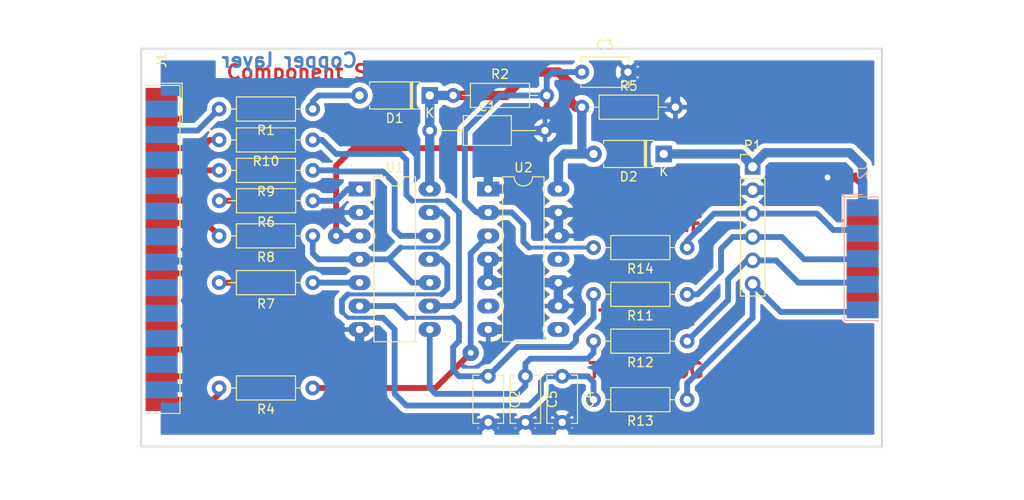
<source format=kicad_pcb>
(kicad_pcb (version 20190331) (host pcbnew "(5.1.0-169-g1fa407f89)")

  (general
    (thickness 1.6002)
    (drawings 13)
    (tracks 269)
    (zones 0)
    (modules 25)
    (nets 43)
  )

  (page "A4")
  (title_block
    (rev "1")
    (company "Kicad Demo")
  )

  (layers
    (0 "top_copper" signal)
    (31 "bottom_copper" signal)
    (32 "B.Adhes" user)
    (33 "F.Adhes" user)
    (34 "B.Paste" user)
    (35 "F.Paste" user)
    (36 "B.SilkS" user)
    (37 "F.SilkS" user)
    (38 "B.Mask" user)
    (39 "F.Mask" user)
    (40 "Dwgs.User" user)
    (41 "Cmts.User" user)
    (42 "Eco1.User" user)
    (43 "Eco2.User" user)
    (44 "Edge.Cuts" user)
    (45 "Margin" user)
    (46 "B.CrtYd" user)
    (47 "F.CrtYd" user)
    (48 "B.Fab" user)
    (49 "F.Fab" user)
  )

  (setup
    (last_trace_width 0.635)
    (user_trace_width 0.4)
    (user_trace_width 1)
    (trace_clearance 0.254)
    (zone_clearance 0.508)
    (zone_45_only no)
    (trace_min 0.2032)
    (via_size 1.651)
    (via_drill 0.635)
    (via_min_size 0.889)
    (via_min_drill 0.508)
    (uvia_size 0.508)
    (uvia_drill 0.127)
    (uvias_allowed no)
    (uvia_min_size 0.508)
    (uvia_min_drill 0.127)
    (edge_width 0.1)
    (segment_width 0.3)
    (pcb_text_width 0.3048)
    (pcb_text_size 1.5 1.5)
    (mod_edge_width 0.3)
    (mod_text_size 0.3 1.5)
    (mod_text_width 0.3)
    (pad_size 1.778 5.08)
    (pad_drill 0)
    (pad_to_mask_clearance 0.254)
    (aux_axis_origin 0 0)
    (visible_elements 7FFFFFFF)
    (pcbplotparams
      (layerselection 0x00030_80000001)
      (usegerberextensions false)
      (usegerberattributes false)
      (usegerberadvancedattributes false)
      (creategerberjobfile false)
      (excludeedgelayer false)
      (linewidth 0.150000)
      (plotframeref false)
      (viasonmask false)
      (mode 1)
      (useauxorigin false)
      (hpglpennumber 1)
      (hpglpenspeed 20)
      (hpglpendiameter 15.000000)
      (psnegative false)
      (psa4output false)
      (plotreference true)
      (plotvalue true)
      (plotinvisibletext false)
      (padsonsilk false)
      (subtractmaskfromsilk false)
      (outputformat 1)
      (mirror false)
      (drillshape 1)
      (scaleselection 1)
      (outputdirectory ""))
  )

  (net 0 "")
  (net 1 "/CLK-D1")
  (net 2 "/CTRL-D3")
  (net 3 "/DONE-SELECT*")
  (net 4 "/PWR_3,3-5V")
  (net 5 "/TCK-CCLK")
  (net 6 "/TD0-DONE")
  (net 7 "/TD0-PROG-D4")
  (net 8 "/TDI-DIN")
  (net 9 "/TDI-DIN-D0")
  (net 10 "/TMS-PROG")
  (net 11 "/TMS-PROG-D2")
  (net 12 "/VCC_SENSE-ERROR*")
  (net 13 "GND")
  (net 14 "VCC")
  (net 15 "Net-(C3-Pad1)")
  (net 16 "Net-(R4-Pad1)")
  (net 17 "Net-(U2-Pad6)")
  (net 18 "Net-(U2-Pad8)")
  (net 19 "Net-(U2-Pad11)")
  (net 20 "Net-(R6-Pad1)")
  (net 21 "Net-(R8-Pad1)")
  (net 22 "Net-(R7-Pad1)")
  (net 23 "Net-(C2-Pad1)")
  (net 24 "Net-(C5-Pad1)")
  (net 25 "Net-(R10-Pad1)")
  (net 26 "Net-(C4-Pad1)")
  (net 27 "Net-(R9-Pad1)")
  (net 28 "Net-(D1-Pad2)")
  (net 29 "Net-(J1-Pad11)")
  (net 30 "Net-(J1-Pad10)")
  (net 31 "Net-(J1-Pad9)")
  (net 32 "Net-(J1-Pad7)")
  (net 33 "Net-(J1-Pad1)")
  (net 34 "Net-(J1-Pad24)")
  (net 35 "Net-(J1-Pad23)")
  (net 36 "Net-(J1-Pad22)")
  (net 37 "Net-(J1-Pad21)")
  (net 38 "Net-(J1-Pad19)")
  (net 39 "Net-(J1-Pad18)")
  (net 40 "Net-(J1-Pad17)")
  (net 41 "Net-(J1-Pad16)")
  (net 42 "Net-(J1-Pad14)")

  (net_class "Default" "Ceci est la Netclass par défaut"
    (clearance 0.254)
    (trace_width 0.635)
    (via_dia 1.651)
    (via_drill 0.635)
    (uvia_dia 0.508)
    (uvia_drill 0.127)
    (add_net "/CLK-D1")
    (add_net "/CTRL-D3")
    (add_net "/DONE-SELECT*")
    (add_net "/PWR_3,3-5V")
    (add_net "/TCK-CCLK")
    (add_net "/TD0-DONE")
    (add_net "/TD0-PROG-D4")
    (add_net "/TDI-DIN")
    (add_net "/TDI-DIN-D0")
    (add_net "/TMS-PROG")
    (add_net "/TMS-PROG-D2")
    (add_net "/VCC_SENSE-ERROR*")
    (add_net "GND")
    (add_net "Net-(C2-Pad1)")
    (add_net "Net-(C3-Pad1)")
    (add_net "Net-(C4-Pad1)")
    (add_net "Net-(C5-Pad1)")
    (add_net "Net-(D1-Pad2)")
    (add_net "Net-(J1-Pad1)")
    (add_net "Net-(J1-Pad10)")
    (add_net "Net-(J1-Pad11)")
    (add_net "Net-(J1-Pad14)")
    (add_net "Net-(J1-Pad16)")
    (add_net "Net-(J1-Pad17)")
    (add_net "Net-(J1-Pad18)")
    (add_net "Net-(J1-Pad19)")
    (add_net "Net-(J1-Pad21)")
    (add_net "Net-(J1-Pad22)")
    (add_net "Net-(J1-Pad23)")
    (add_net "Net-(J1-Pad24)")
    (add_net "Net-(J1-Pad7)")
    (add_net "Net-(J1-Pad9)")
    (add_net "Net-(R10-Pad1)")
    (add_net "Net-(R4-Pad1)")
    (add_net "Net-(R6-Pad1)")
    (add_net "Net-(R7-Pad1)")
    (add_net "Net-(R8-Pad1)")
    (add_net "Net-(R9-Pad1)")
    (add_net "Net-(U2-Pad11)")
    (add_net "Net-(U2-Pad6)")
    (add_net "Net-(U2-Pad8)")
    (add_net "VCC")
  )

  (module "Connector_Dsub:DSUB-25_Male_EdgeMount_P2.77mm" (layer "top_copper") (tedit 59FEDEE2) (tstamp 5A73AC29)
    (at 105.5116 89.1032 270)
    (descr "25-pin D-Sub connector, solder-cups edge-mounted, male, x-pin-pitch 2.77mm, distance of mounting holes 47.1mm, see https://disti-assets.s3.amazonaws.com/tonar/files/datasheets/16730.pdf")
    (tags "25-pin D-Sub connector edge mount solder cup male x-pin-pitch 2.77mm mounting holes distance 47.1mm")
    (path "/3EBF7D04")
    (attr smd)
    (fp_text reference "J1" (at -20.543333 0 270) (layer "F.SilkS")
      (effects (font (size 1 1) (thickness 0.15)))
    )
    (fp_text value "DB25MALE" (at 0 16.69 270) (layer "F.Fab")
      (effects (font (size 1 1) (thickness 0.15)))
    )
    (fp_line (start -17.22 -0.91) (end -17.22 1.99) (layer "F.Fab") (width 0.1))
    (fp_line (start -17.22 1.99) (end -16.02 1.99) (layer "F.Fab") (width 0.1))
    (fp_line (start -16.02 1.99) (end -16.02 -0.91) (layer "F.Fab") (width 0.1))
    (fp_line (start -16.02 -0.91) (end -17.22 -0.91) (layer "F.Fab") (width 0.1))
    (fp_line (start -14.45 -0.91) (end -14.45 1.99) (layer "F.Fab") (width 0.1))
    (fp_line (start -14.45 1.99) (end -13.25 1.99) (layer "F.Fab") (width 0.1))
    (fp_line (start -13.25 1.99) (end -13.25 -0.91) (layer "F.Fab") (width 0.1))
    (fp_line (start -13.25 -0.91) (end -14.45 -0.91) (layer "F.Fab") (width 0.1))
    (fp_line (start -11.68 -0.91) (end -11.68 1.99) (layer "F.Fab") (width 0.1))
    (fp_line (start -11.68 1.99) (end -10.48 1.99) (layer "F.Fab") (width 0.1))
    (fp_line (start -10.48 1.99) (end -10.48 -0.91) (layer "F.Fab") (width 0.1))
    (fp_line (start -10.48 -0.91) (end -11.68 -0.91) (layer "F.Fab") (width 0.1))
    (fp_line (start -8.91 -0.91) (end -8.91 1.99) (layer "F.Fab") (width 0.1))
    (fp_line (start -8.91 1.99) (end -7.71 1.99) (layer "F.Fab") (width 0.1))
    (fp_line (start -7.71 1.99) (end -7.71 -0.91) (layer "F.Fab") (width 0.1))
    (fp_line (start -7.71 -0.91) (end -8.91 -0.91) (layer "F.Fab") (width 0.1))
    (fp_line (start -6.14 -0.91) (end -6.14 1.99) (layer "F.Fab") (width 0.1))
    (fp_line (start -6.14 1.99) (end -4.94 1.99) (layer "F.Fab") (width 0.1))
    (fp_line (start -4.94 1.99) (end -4.94 -0.91) (layer "F.Fab") (width 0.1))
    (fp_line (start -4.94 -0.91) (end -6.14 -0.91) (layer "F.Fab") (width 0.1))
    (fp_line (start -3.37 -0.91) (end -3.37 1.99) (layer "F.Fab") (width 0.1))
    (fp_line (start -3.37 1.99) (end -2.17 1.99) (layer "F.Fab") (width 0.1))
    (fp_line (start -2.17 1.99) (end -2.17 -0.91) (layer "F.Fab") (width 0.1))
    (fp_line (start -2.17 -0.91) (end -3.37 -0.91) (layer "F.Fab") (width 0.1))
    (fp_line (start -0.6 -0.91) (end -0.6 1.99) (layer "F.Fab") (width 0.1))
    (fp_line (start -0.6 1.99) (end 0.6 1.99) (layer "F.Fab") (width 0.1))
    (fp_line (start 0.6 1.99) (end 0.6 -0.91) (layer "F.Fab") (width 0.1))
    (fp_line (start 0.6 -0.91) (end -0.6 -0.91) (layer "F.Fab") (width 0.1))
    (fp_line (start 2.17 -0.91) (end 2.17 1.99) (layer "F.Fab") (width 0.1))
    (fp_line (start 2.17 1.99) (end 3.37 1.99) (layer "F.Fab") (width 0.1))
    (fp_line (start 3.37 1.99) (end 3.37 -0.91) (layer "F.Fab") (width 0.1))
    (fp_line (start 3.37 -0.91) (end 2.17 -0.91) (layer "F.Fab") (width 0.1))
    (fp_line (start 4.94 -0.91) (end 4.94 1.99) (layer "F.Fab") (width 0.1))
    (fp_line (start 4.94 1.99) (end 6.14 1.99) (layer "F.Fab") (width 0.1))
    (fp_line (start 6.14 1.99) (end 6.14 -0.91) (layer "F.Fab") (width 0.1))
    (fp_line (start 6.14 -0.91) (end 4.94 -0.91) (layer "F.Fab") (width 0.1))
    (fp_line (start 7.71 -0.91) (end 7.71 1.99) (layer "F.Fab") (width 0.1))
    (fp_line (start 7.71 1.99) (end 8.91 1.99) (layer "F.Fab") (width 0.1))
    (fp_line (start 8.91 1.99) (end 8.91 -0.91) (layer "F.Fab") (width 0.1))
    (fp_line (start 8.91 -0.91) (end 7.71 -0.91) (layer "F.Fab") (width 0.1))
    (fp_line (start 10.48 -0.91) (end 10.48 1.99) (layer "F.Fab") (width 0.1))
    (fp_line (start 10.48 1.99) (end 11.68 1.99) (layer "F.Fab") (width 0.1))
    (fp_line (start 11.68 1.99) (end 11.68 -0.91) (layer "F.Fab") (width 0.1))
    (fp_line (start 11.68 -0.91) (end 10.48 -0.91) (layer "F.Fab") (width 0.1))
    (fp_line (start 13.25 -0.91) (end 13.25 1.99) (layer "F.Fab") (width 0.1))
    (fp_line (start 13.25 1.99) (end 14.45 1.99) (layer "F.Fab") (width 0.1))
    (fp_line (start 14.45 1.99) (end 14.45 -0.91) (layer "F.Fab") (width 0.1))
    (fp_line (start 14.45 -0.91) (end 13.25 -0.91) (layer "F.Fab") (width 0.1))
    (fp_line (start 16.02 -0.91) (end 16.02 1.99) (layer "F.Fab") (width 0.1))
    (fp_line (start 16.02 1.99) (end 17.22 1.99) (layer "F.Fab") (width 0.1))
    (fp_line (start 17.22 1.99) (end 17.22 -0.91) (layer "F.Fab") (width 0.1))
    (fp_line (start 17.22 -0.91) (end 16.02 -0.91) (layer "F.Fab") (width 0.1))
    (fp_line (start -15.835 -0.91) (end -15.835 1.99) (layer "B.Fab") (width 0.1))
    (fp_line (start -15.835 1.99) (end -14.635 1.99) (layer "B.Fab") (width 0.1))
    (fp_line (start -14.635 1.99) (end -14.635 -0.91) (layer "B.Fab") (width 0.1))
    (fp_line (start -14.635 -0.91) (end -15.835 -0.91) (layer "B.Fab") (width 0.1))
    (fp_line (start -13.065 -0.91) (end -13.065 1.99) (layer "B.Fab") (width 0.1))
    (fp_line (start -13.065 1.99) (end -11.865 1.99) (layer "B.Fab") (width 0.1))
    (fp_line (start -11.865 1.99) (end -11.865 -0.91) (layer "B.Fab") (width 0.1))
    (fp_line (start -11.865 -0.91) (end -13.065 -0.91) (layer "B.Fab") (width 0.1))
    (fp_line (start -10.295 -0.91) (end -10.295 1.99) (layer "B.Fab") (width 0.1))
    (fp_line (start -10.295 1.99) (end -9.095 1.99) (layer "B.Fab") (width 0.1))
    (fp_line (start -9.095 1.99) (end -9.095 -0.91) (layer "B.Fab") (width 0.1))
    (fp_line (start -9.095 -0.91) (end -10.295 -0.91) (layer "B.Fab") (width 0.1))
    (fp_line (start -7.525 -0.91) (end -7.525 1.99) (layer "B.Fab") (width 0.1))
    (fp_line (start -7.525 1.99) (end -6.325 1.99) (layer "B.Fab") (width 0.1))
    (fp_line (start -6.325 1.99) (end -6.325 -0.91) (layer "B.Fab") (width 0.1))
    (fp_line (start -6.325 -0.91) (end -7.525 -0.91) (layer "B.Fab") (width 0.1))
    (fp_line (start -4.755 -0.91) (end -4.755 1.99) (layer "B.Fab") (width 0.1))
    (fp_line (start -4.755 1.99) (end -3.555 1.99) (layer "B.Fab") (width 0.1))
    (fp_line (start -3.555 1.99) (end -3.555 -0.91) (layer "B.Fab") (width 0.1))
    (fp_line (start -3.555 -0.91) (end -4.755 -0.91) (layer "B.Fab") (width 0.1))
    (fp_line (start -1.985 -0.91) (end -1.985 1.99) (layer "B.Fab") (width 0.1))
    (fp_line (start -1.985 1.99) (end -0.785 1.99) (layer "B.Fab") (width 0.1))
    (fp_line (start -0.785 1.99) (end -0.785 -0.91) (layer "B.Fab") (width 0.1))
    (fp_line (start -0.785 -0.91) (end -1.985 -0.91) (layer "B.Fab") (width 0.1))
    (fp_line (start 0.785 -0.91) (end 0.785 1.99) (layer "B.Fab") (width 0.1))
    (fp_line (start 0.785 1.99) (end 1.985 1.99) (layer "B.Fab") (width 0.1))
    (fp_line (start 1.985 1.99) (end 1.985 -0.91) (layer "B.Fab") (width 0.1))
    (fp_line (start 1.985 -0.91) (end 0.785 -0.91) (layer "B.Fab") (width 0.1))
    (fp_line (start 3.555 -0.91) (end 3.555 1.99) (layer "B.Fab") (width 0.1))
    (fp_line (start 3.555 1.99) (end 4.755 1.99) (layer "B.Fab") (width 0.1))
    (fp_line (start 4.755 1.99) (end 4.755 -0.91) (layer "B.Fab") (width 0.1))
    (fp_line (start 4.755 -0.91) (end 3.555 -0.91) (layer "B.Fab") (width 0.1))
    (fp_line (start 6.325 -0.91) (end 6.325 1.99) (layer "B.Fab") (width 0.1))
    (fp_line (start 6.325 1.99) (end 7.525 1.99) (layer "B.Fab") (width 0.1))
    (fp_line (start 7.525 1.99) (end 7.525 -0.91) (layer "B.Fab") (width 0.1))
    (fp_line (start 7.525 -0.91) (end 6.325 -0.91) (layer "B.Fab") (width 0.1))
    (fp_line (start 9.095 -0.91) (end 9.095 1.99) (layer "B.Fab") (width 0.1))
    (fp_line (start 9.095 1.99) (end 10.295 1.99) (layer "B.Fab") (width 0.1))
    (fp_line (start 10.295 1.99) (end 10.295 -0.91) (layer "B.Fab") (width 0.1))
    (fp_line (start 10.295 -0.91) (end 9.095 -0.91) (layer "B.Fab") (width 0.1))
    (fp_line (start 11.865 -0.91) (end 11.865 1.99) (layer "B.Fab") (width 0.1))
    (fp_line (start 11.865 1.99) (end 13.065 1.99) (layer "B.Fab") (width 0.1))
    (fp_line (start 13.065 1.99) (end 13.065 -0.91) (layer "B.Fab") (width 0.1))
    (fp_line (start 13.065 -0.91) (end 11.865 -0.91) (layer "B.Fab") (width 0.1))
    (fp_line (start 14.635 -0.91) (end 14.635 1.99) (layer "B.Fab") (width 0.1))
    (fp_line (start 14.635 1.99) (end 15.835 1.99) (layer "B.Fab") (width 0.1))
    (fp_line (start 15.835 1.99) (end 15.835 -0.91) (layer "B.Fab") (width 0.1))
    (fp_line (start 15.835 -0.91) (end 14.635 -0.91) (layer "B.Fab") (width 0.1))
    (fp_line (start -18.55 1.99) (end -18.55 4.79) (layer "F.Fab") (width 0.1))
    (fp_line (start -18.55 4.79) (end 18.55 4.79) (layer "F.Fab") (width 0.1))
    (fp_line (start 18.55 4.79) (end 18.55 1.99) (layer "F.Fab") (width 0.1))
    (fp_line (start 18.55 1.99) (end -18.55 1.99) (layer "F.Fab") (width 0.1))
    (fp_line (start -19.55 4.79) (end -19.55 9.29) (layer "F.Fab") (width 0.1))
    (fp_line (start -19.55 9.29) (end 19.55 9.29) (layer "F.Fab") (width 0.1))
    (fp_line (start 19.55 9.29) (end 19.55 4.79) (layer "F.Fab") (width 0.1))
    (fp_line (start 19.55 4.79) (end -19.55 4.79) (layer "F.Fab") (width 0.1))
    (fp_line (start -26.55 9.29) (end -26.55 9.69) (layer "F.Fab") (width 0.1))
    (fp_line (start -26.55 9.69) (end 26.55 9.69) (layer "F.Fab") (width 0.1))
    (fp_line (start 26.55 9.69) (end 26.55 9.29) (layer "F.Fab") (width 0.1))
    (fp_line (start 26.55 9.29) (end -26.55 9.29) (layer "F.Fab") (width 0.1))
    (fp_line (start -19.15 9.69) (end -19.15 15.69) (layer "F.Fab") (width 0.1))
    (fp_line (start -19.15 15.69) (end 19.15 15.69) (layer "F.Fab") (width 0.1))
    (fp_line (start 19.15 15.69) (end 19.15 9.69) (layer "F.Fab") (width 0.1))
    (fp_line (start 19.15 9.69) (end -19.15 9.69) (layer "F.Fab") (width 0.1))
    (fp_line (start -18.05 -2.25) (end 18.05 -2.25) (layer "F.CrtYd") (width 0.05))
    (fp_line (start 18.05 -2.25) (end 18.05 1.5) (layer "F.CrtYd") (width 0.05))
    (fp_line (start 18.05 1.5) (end 19.05 1.5) (layer "F.CrtYd") (width 0.05))
    (fp_line (start 19.05 1.5) (end 19.05 4.3) (layer "F.CrtYd") (width 0.05))
    (fp_line (start 19.05 4.3) (end 20.05 4.3) (layer "F.CrtYd") (width 0.05))
    (fp_line (start 20.05 4.3) (end 20.05 8.8) (layer "F.CrtYd") (width 0.05))
    (fp_line (start 20.05 8.8) (end 27.05 8.8) (layer "F.CrtYd") (width 0.05))
    (fp_line (start 27.05 8.8) (end 27.05 10.2) (layer "F.CrtYd") (width 0.05))
    (fp_line (start 27.05 10.2) (end 19.65 10.2) (layer "F.CrtYd") (width 0.05))
    (fp_line (start 19.65 10.2) (end 19.65 16.2) (layer "F.CrtYd") (width 0.05))
    (fp_line (start 19.65 16.2) (end -19.65 16.2) (layer "F.CrtYd") (width 0.05))
    (fp_line (start -19.65 16.2) (end -19.65 10.2) (layer "F.CrtYd") (width 0.05))
    (fp_line (start -19.65 10.2) (end -27.05 10.2) (layer "F.CrtYd") (width 0.05))
    (fp_line (start -27.05 10.2) (end -27.05 8.8) (layer "F.CrtYd") (width 0.05))
    (fp_line (start -27.05 8.8) (end -20.05 8.8) (layer "F.CrtYd") (width 0.05))
    (fp_line (start -20.05 8.8) (end -20.05 4.3) (layer "F.CrtYd") (width 0.05))
    (fp_line (start -20.05 4.3) (end -19.05 4.3) (layer "F.CrtYd") (width 0.05))
    (fp_line (start -19.05 4.3) (end -19.05 1.5) (layer "F.CrtYd") (width 0.05))
    (fp_line (start -19.05 1.5) (end -18.05 1.5) (layer "F.CrtYd") (width 0.05))
    (fp_line (start -18.05 1.5) (end -18.05 -2.25) (layer "F.CrtYd") (width 0.05))
    (fp_line (start 17.803333 1.74) (end 17.803333 -2) (layer "F.SilkS") (width 0.12))
    (fp_line (start 17.803333 -2) (end -17.803333 -2) (layer "F.SilkS") (width 0.12))
    (fp_line (start -17.803333 -2) (end -17.803333 1.74) (layer "F.SilkS") (width 0.12))
    (fp_line (start -18.043333 0) (end -18.043333 -2.24) (layer "F.SilkS") (width 0.12))
    (fp_line (start -18.043333 -2.24) (end -13.85 -2.24) (layer "F.SilkS") (width 0.12))
    (fp_line (start -26.55 1.99) (end 26.55 1.99) (layer "Dwgs.User") (width 0.05))
    (fp_text user "%R" (at 0 3.39 270) (layer "F.Fab")
      (effects (font (size 1 1) (thickness 0.15)))
    )
    (fp_text user "PCB edge" (at -21.55 1.323333 270) (layer "Dwgs.User")
      (effects (font (size 0.5 0.5) (thickness 0.075)))
    )
    (pad "1" smd rect (at -16.62 0 270) (size 1.846667 3.48) (layers "top_copper" "F.Paste" "F.Mask")
      (net 33 "Net-(J1-Pad1)"))
    (pad "2" smd rect (at -13.85 0 270) (size 1.846667 3.48) (layers "top_copper" "F.Paste" "F.Mask")
      (net 9 "/TDI-DIN-D0"))
    (pad "3" smd rect (at -11.08 0 270) (size 1.846667 3.48) (layers "top_copper" "F.Paste" "F.Mask")
      (net 1 "/CLK-D1"))
    (pad "4" smd rect (at -8.31 0 270) (size 1.846667 3.48) (layers "top_copper" "F.Paste" "F.Mask")
      (net 11 "/TMS-PROG-D2"))
    (pad "5" smd rect (at -5.54 0 270) (size 1.846667 3.48) (layers "top_copper" "F.Paste" "F.Mask")
      (net 2 "/CTRL-D3"))
    (pad "6" smd rect (at -2.77 0 270) (size 1.846667 3.48) (layers "top_copper" "F.Paste" "F.Mask")
      (net 7 "/TD0-PROG-D4"))
    (pad "7" smd rect (at 0 0 270) (size 1.846667 3.48) (layers "top_copper" "F.Paste" "F.Mask")
      (net 32 "Net-(J1-Pad7)"))
    (pad "8" smd rect (at 2.77 0 270) (size 1.846667 3.48) (layers "top_copper" "F.Paste" "F.Mask")
      (net 29 "Net-(J1-Pad11)"))
    (pad "9" smd rect (at 5.54 0 270) (size 1.846667 3.48) (layers "top_copper" "F.Paste" "F.Mask")
      (net 31 "Net-(J1-Pad9)"))
    (pad "10" smd rect (at 8.31 0 270) (size 1.846667 3.48) (layers "top_copper" "F.Paste" "F.Mask")
      (net 30 "Net-(J1-Pad10)"))
    (pad "11" smd rect (at 11.08 0 270) (size 1.846667 3.48) (layers "top_copper" "F.Paste" "F.Mask")
      (net 29 "Net-(J1-Pad11)"))
    (pad "12" smd rect (at 13.85 0 270) (size 1.846667 3.48) (layers "top_copper" "F.Paste" "F.Mask")
      (net 29 "Net-(J1-Pad11)"))
    (pad "13" smd rect (at 16.62 0 270) (size 1.846667 3.48) (layers "top_copper" "F.Paste" "F.Mask")
      (net 3 "/DONE-SELECT*"))
    (pad "14" smd rect (at -15.235 0 270) (size 1.846667 3.48) (layers "bottom_copper" "B.Paste" "B.Mask")
      (net 42 "Net-(J1-Pad14)"))
    (pad "15" smd rect (at -12.465 0 270) (size 1.846667 3.48) (layers "bottom_copper" "B.Paste" "B.Mask")
      (net 12 "/VCC_SENSE-ERROR*"))
    (pad "16" smd rect (at -9.695 0 270) (size 1.846667 3.48) (layers "bottom_copper" "B.Paste" "B.Mask")
      (net 41 "Net-(J1-Pad16)"))
    (pad "17" smd rect (at -6.925 0 270) (size 1.846667 3.48) (layers "bottom_copper" "B.Paste" "B.Mask")
      (net 40 "Net-(J1-Pad17)"))
    (pad "18" smd rect (at -4.155 0 270) (size 1.846667 3.48) (layers "bottom_copper" "B.Paste" "B.Mask")
      (net 39 "Net-(J1-Pad18)"))
    (pad "19" smd rect (at -1.385 0 270) (size 1.846667 3.48) (layers "bottom_copper" "B.Paste" "B.Mask")
      (net 38 "Net-(J1-Pad19)"))
    (pad "20" smd rect (at 1.385 0 270) (size 1.846667 3.48) (layers "bottom_copper" "B.Paste" "B.Mask")
      (net 13 "GND"))
    (pad "21" smd rect (at 4.155 0 270) (size 1.846667 3.48) (layers "bottom_copper" "B.Paste" "B.Mask")
      (net 37 "Net-(J1-Pad21)"))
    (pad "22" smd rect (at 6.925 0 270) (size 1.846667 3.48) (layers "bottom_copper" "B.Paste" "B.Mask")
      (net 36 "Net-(J1-Pad22)"))
    (pad "23" smd rect (at 9.695 0 270) (size 1.846667 3.48) (layers "bottom_copper" "B.Paste" "B.Mask")
      (net 35 "Net-(J1-Pad23)"))
    (pad "24" smd rect (at 12.465 0 270) (size 1.846667 3.48) (layers "bottom_copper" "B.Paste" "B.Mask")
      (net 34 "Net-(J1-Pad24)"))
    (pad "25" smd rect (at 15.235 0 270) (size 1.846667 3.48) (layers "bottom_copper" "B.Paste" "B.Mask")
      (net 13 "GND"))
    (model "${KISYS3DMOD}/Connector_Dsub.3dshapes/DSUB-25_Male_Vertical_P2.77x2.84mm.wrl"
      (offset (xyz -16.5 -2.5 0.5))
      (scale (xyz 1 1 1))
      (rotate (xyz -90 0 0))
    )
  )

  (module "Connector_Dsub:DSUB-9_Male_EdgeMount_P2.77mm" (layer "bottom_copper") (tedit 59FEDEE2) (tstamp 5A73B143)
    (at 181.61 90.1192 270)
    (descr "9-pin D-Sub connector, solder-cups edge-mounted, male, x-pin-pitch 2.77mm, distance of mounting holes 25mm, see https://disti-assets.s3.amazonaws.com/tonar/files/datasheets/16730.pdf")
    (tags "9-pin D-Sub connector edge mount solder cup male x-pin-pitch 2.77mm mounting holes distance 25mm")
    (path "/3ECDE5C8")
    (attr smd)
    (fp_text reference "J2" (at -9.463333 0 270) (layer "B.SilkS")
      (effects (font (size 1 1) (thickness 0.15)) (justify mirror))
    )
    (fp_text value "DB9MALE" (at 0 -16.69 270) (layer "B.Fab")
      (effects (font (size 1 1) (thickness 0.15)) (justify mirror))
    )
    (fp_line (start -6.14 0.91) (end -6.14 -1.99) (layer "B.Fab") (width 0.1))
    (fp_line (start -6.14 -1.99) (end -4.94 -1.99) (layer "B.Fab") (width 0.1))
    (fp_line (start -4.94 -1.99) (end -4.94 0.91) (layer "B.Fab") (width 0.1))
    (fp_line (start -4.94 0.91) (end -6.14 0.91) (layer "B.Fab") (width 0.1))
    (fp_line (start -3.37 0.91) (end -3.37 -1.99) (layer "B.Fab") (width 0.1))
    (fp_line (start -3.37 -1.99) (end -2.17 -1.99) (layer "B.Fab") (width 0.1))
    (fp_line (start -2.17 -1.99) (end -2.17 0.91) (layer "B.Fab") (width 0.1))
    (fp_line (start -2.17 0.91) (end -3.37 0.91) (layer "B.Fab") (width 0.1))
    (fp_line (start -0.6 0.91) (end -0.6 -1.99) (layer "B.Fab") (width 0.1))
    (fp_line (start -0.6 -1.99) (end 0.6 -1.99) (layer "B.Fab") (width 0.1))
    (fp_line (start 0.6 -1.99) (end 0.6 0.91) (layer "B.Fab") (width 0.1))
    (fp_line (start 0.6 0.91) (end -0.6 0.91) (layer "B.Fab") (width 0.1))
    (fp_line (start 2.17 0.91) (end 2.17 -1.99) (layer "B.Fab") (width 0.1))
    (fp_line (start 2.17 -1.99) (end 3.37 -1.99) (layer "B.Fab") (width 0.1))
    (fp_line (start 3.37 -1.99) (end 3.37 0.91) (layer "B.Fab") (width 0.1))
    (fp_line (start 3.37 0.91) (end 2.17 0.91) (layer "B.Fab") (width 0.1))
    (fp_line (start 4.94 0.91) (end 4.94 -1.99) (layer "B.Fab") (width 0.1))
    (fp_line (start 4.94 -1.99) (end 6.14 -1.99) (layer "B.Fab") (width 0.1))
    (fp_line (start 6.14 -1.99) (end 6.14 0.91) (layer "B.Fab") (width 0.1))
    (fp_line (start 6.14 0.91) (end 4.94 0.91) (layer "B.Fab") (width 0.1))
    (fp_line (start -4.755 0.91) (end -4.755 -1.99) (layer "F.Fab") (width 0.1))
    (fp_line (start -4.755 -1.99) (end -3.555 -1.99) (layer "F.Fab") (width 0.1))
    (fp_line (start -3.555 -1.99) (end -3.555 0.91) (layer "F.Fab") (width 0.1))
    (fp_line (start -3.555 0.91) (end -4.755 0.91) (layer "F.Fab") (width 0.1))
    (fp_line (start -1.985 0.91) (end -1.985 -1.99) (layer "F.Fab") (width 0.1))
    (fp_line (start -1.985 -1.99) (end -0.785 -1.99) (layer "F.Fab") (width 0.1))
    (fp_line (start -0.785 -1.99) (end -0.785 0.91) (layer "F.Fab") (width 0.1))
    (fp_line (start -0.785 0.91) (end -1.985 0.91) (layer "F.Fab") (width 0.1))
    (fp_line (start 0.785 0.91) (end 0.785 -1.99) (layer "F.Fab") (width 0.1))
    (fp_line (start 0.785 -1.99) (end 1.985 -1.99) (layer "F.Fab") (width 0.1))
    (fp_line (start 1.985 -1.99) (end 1.985 0.91) (layer "F.Fab") (width 0.1))
    (fp_line (start 1.985 0.91) (end 0.785 0.91) (layer "F.Fab") (width 0.1))
    (fp_line (start 3.555 0.91) (end 3.555 -1.99) (layer "F.Fab") (width 0.1))
    (fp_line (start 3.555 -1.99) (end 4.755 -1.99) (layer "F.Fab") (width 0.1))
    (fp_line (start 4.755 -1.99) (end 4.755 0.91) (layer "F.Fab") (width 0.1))
    (fp_line (start 4.755 0.91) (end 3.555 0.91) (layer "F.Fab") (width 0.1))
    (fp_line (start -7.55 -1.99) (end -7.55 -4.79) (layer "B.Fab") (width 0.1))
    (fp_line (start -7.55 -4.79) (end 7.55 -4.79) (layer "B.Fab") (width 0.1))
    (fp_line (start 7.55 -4.79) (end 7.55 -1.99) (layer "B.Fab") (width 0.1))
    (fp_line (start 7.55 -1.99) (end -7.55 -1.99) (layer "B.Fab") (width 0.1))
    (fp_line (start -8.55 -4.79) (end -8.55 -9.29) (layer "B.Fab") (width 0.1))
    (fp_line (start -8.55 -9.29) (end 8.55 -9.29) (layer "B.Fab") (width 0.1))
    (fp_line (start 8.55 -9.29) (end 8.55 -4.79) (layer "B.Fab") (width 0.1))
    (fp_line (start 8.55 -4.79) (end -8.55 -4.79) (layer "B.Fab") (width 0.1))
    (fp_line (start -15.425 -9.29) (end -15.425 -9.69) (layer "B.Fab") (width 0.1))
    (fp_line (start -15.425 -9.69) (end 15.425 -9.69) (layer "B.Fab") (width 0.1))
    (fp_line (start 15.425 -9.69) (end 15.425 -9.29) (layer "B.Fab") (width 0.1))
    (fp_line (start 15.425 -9.29) (end -15.425 -9.29) (layer "B.Fab") (width 0.1))
    (fp_line (start -8.15 -9.69) (end -8.15 -15.69) (layer "B.Fab") (width 0.1))
    (fp_line (start -8.15 -15.69) (end 8.15 -15.69) (layer "B.Fab") (width 0.1))
    (fp_line (start 8.15 -15.69) (end 8.15 -9.69) (layer "B.Fab") (width 0.1))
    (fp_line (start 8.15 -9.69) (end -8.15 -9.69) (layer "B.Fab") (width 0.1))
    (fp_line (start -7 2.25) (end 7 2.25) (layer "B.CrtYd") (width 0.05))
    (fp_line (start 7 2.25) (end 7 -1.5) (layer "B.CrtYd") (width 0.05))
    (fp_line (start 7 -1.5) (end 8.05 -1.5) (layer "B.CrtYd") (width 0.05))
    (fp_line (start 8.05 -1.5) (end 8.05 -4.3) (layer "B.CrtYd") (width 0.05))
    (fp_line (start 8.05 -4.3) (end 9.05 -4.3) (layer "B.CrtYd") (width 0.05))
    (fp_line (start 9.05 -4.3) (end 9.05 -8.8) (layer "B.CrtYd") (width 0.05))
    (fp_line (start 9.05 -8.8) (end 15.95 -8.8) (layer "B.CrtYd") (width 0.05))
    (fp_line (start 15.95 -8.8) (end 15.95 -10.2) (layer "B.CrtYd") (width 0.05))
    (fp_line (start 15.95 -10.2) (end 8.65 -10.2) (layer "B.CrtYd") (width 0.05))
    (fp_line (start 8.65 -10.2) (end 8.65 -16.2) (layer "B.CrtYd") (width 0.05))
    (fp_line (start 8.65 -16.2) (end -8.65 -16.2) (layer "B.CrtYd") (width 0.05))
    (fp_line (start -8.65 -16.2) (end -8.65 -10.2) (layer "B.CrtYd") (width 0.05))
    (fp_line (start -8.65 -10.2) (end -15.95 -10.2) (layer "B.CrtYd") (width 0.05))
    (fp_line (start -15.95 -10.2) (end -15.95 -8.8) (layer "B.CrtYd") (width 0.05))
    (fp_line (start -15.95 -8.8) (end -9.05 -8.8) (layer "B.CrtYd") (width 0.05))
    (fp_line (start -9.05 -8.8) (end -9.05 -4.3) (layer "B.CrtYd") (width 0.05))
    (fp_line (start -9.05 -4.3) (end -8.05 -4.3) (layer "B.CrtYd") (width 0.05))
    (fp_line (start -8.05 -4.3) (end -8.05 -1.5) (layer "B.CrtYd") (width 0.05))
    (fp_line (start -8.05 -1.5) (end -7 -1.5) (layer "B.CrtYd") (width 0.05))
    (fp_line (start -7 -1.5) (end -7 2.25) (layer "B.CrtYd") (width 0.05))
    (fp_line (start 6.723333 -1.74) (end 6.723333 2) (layer "B.SilkS") (width 0.12))
    (fp_line (start 6.723333 2) (end -6.723333 2) (layer "B.SilkS") (width 0.12))
    (fp_line (start -6.723333 2) (end -6.723333 -1.74) (layer "B.SilkS") (width 0.12))
    (fp_line (start -6.963333 0) (end -6.963333 2.24) (layer "B.SilkS") (width 0.12))
    (fp_line (start -6.963333 2.24) (end -2.77 2.24) (layer "B.SilkS") (width 0.12))
    (fp_line (start -15.425 -1.99) (end 15.425 -1.99) (layer "Dwgs.User") (width 0.05))
    (fp_text user "%R" (at 0 -3.39 270) (layer "B.Fab")
      (effects (font (size 1 1) (thickness 0.15)) (justify mirror))
    )
    (fp_text user "PCB edge" (at -10.425 -1.323333 270) (layer "Dwgs.User")
      (effects (font (size 0.5 0.5) (thickness 0.075)))
    )
    (pad "1" smd rect (at -5.54 0 270) (size 1.846667 3.48) (layers "bottom_copper" "B.Paste" "B.Mask")
      (net 4 "/PWR_3,3-5V"))
    (pad "2" smd rect (at -2.77 0 270) (size 1.846667 3.48) (layers "bottom_copper" "B.Paste" "B.Mask")
      (net 6 "/TD0-DONE"))
    (pad "3" smd rect (at 0 0 270) (size 1.846667 3.48) (layers "bottom_copper" "B.Paste" "B.Mask")
      (net 8 "/TDI-DIN"))
    (pad "4" smd rect (at 2.77 0 270) (size 1.846667 3.48) (layers "bottom_copper" "B.Paste" "B.Mask")
      (net 5 "/TCK-CCLK"))
    (pad "5" smd rect (at 5.54 0 270) (size 1.846667 3.48) (layers "bottom_copper" "B.Paste" "B.Mask")
      (net 10 "/TMS-PROG"))
    (pad "6" smd rect (at -4.155 0 270) (size 1.846667 3.48) (layers "top_copper" "F.Paste" "F.Mask")
      (net 13 "GND"))
    (pad "7" smd rect (at -1.385 0 270) (size 1.846667 3.48) (layers "top_copper" "F.Paste" "F.Mask")
      (net 13 "GND"))
    (pad "8" smd rect (at 1.385 0 270) (size 1.846667 3.48) (layers "top_copper" "F.Paste" "F.Mask")
      (net 13 "GND"))
    (pad "9" smd rect (at 4.155 0 270) (size 1.846667 3.48) (layers "top_copper" "F.Paste" "F.Mask")
      (net 13 "GND"))
    (model "${KISYS3DMOD}/Connector_Dsub.3dshapes/DSUB-9_Male_EdgeMount_P2.77mm.wrl"
      (at (xyz 0 0 0))
      (scale (xyz 1 1 1))
      (rotate (xyz 0 0 0))
    )
  )

  (module "Connector_PinHeader_2.54mm:PinHeader_1x06_P2.54mm_Vertical" (layer "top_copper") (tedit 59FED5CC) (tstamp 5A583D55)
    (at 169.672 80.137)
    (descr "Through hole straight pin header, 1x06, 2.54mm pitch, single row")
    (tags "Through hole pin header THT 1x06 2.54mm single row")
    (path "/3EBF830C")
    (fp_text reference "P1" (at 0 -2.33) (layer "F.SilkS")
      (effects (font (size 1 1) (thickness 0.15)))
    )
    (fp_text value "CONN_6" (at 0 15.03) (layer "F.Fab")
      (effects (font (size 1 1) (thickness 0.15)))
    )
    (fp_line (start -0.635 -1.27) (end 1.27 -1.27) (layer "F.Fab") (width 0.1))
    (fp_line (start 1.27 -1.27) (end 1.27 13.97) (layer "F.Fab") (width 0.1))
    (fp_line (start 1.27 13.97) (end -1.27 13.97) (layer "F.Fab") (width 0.1))
    (fp_line (start -1.27 13.97) (end -1.27 -0.635) (layer "F.Fab") (width 0.1))
    (fp_line (start -1.27 -0.635) (end -0.635 -1.27) (layer "F.Fab") (width 0.1))
    (fp_line (start -1.33 14.03) (end 1.33 14.03) (layer "F.SilkS") (width 0.12))
    (fp_line (start -1.33 1.27) (end -1.33 14.03) (layer "F.SilkS") (width 0.12))
    (fp_line (start 1.33 1.27) (end 1.33 14.03) (layer "F.SilkS") (width 0.12))
    (fp_line (start -1.33 1.27) (end 1.33 1.27) (layer "F.SilkS") (width 0.12))
    (fp_line (start -1.33 0) (end -1.33 -1.33) (layer "F.SilkS") (width 0.12))
    (fp_line (start -1.33 -1.33) (end 0 -1.33) (layer "F.SilkS") (width 0.12))
    (fp_line (start -1.8 -1.8) (end -1.8 14.5) (layer "F.CrtYd") (width 0.05))
    (fp_line (start -1.8 14.5) (end 1.8 14.5) (layer "F.CrtYd") (width 0.05))
    (fp_line (start 1.8 14.5) (end 1.8 -1.8) (layer "F.CrtYd") (width 0.05))
    (fp_line (start 1.8 -1.8) (end -1.8 -1.8) (layer "F.CrtYd") (width 0.05))
    (fp_text user "%R" (at 0 6.35 90) (layer "F.Fab")
      (effects (font (size 1 1) (thickness 0.15)))
    )
    (pad "1" thru_hole rect (at 0 0) (size 1.7 1.7) (drill 1) (layers *.Cu *.Mask)
      (net 4 "/PWR_3,3-5V"))
    (pad "2" thru_hole oval (at 0 2.54) (size 1.7 1.7) (drill 1) (layers *.Cu *.Mask)
      (net 13 "GND"))
    (pad "3" thru_hole oval (at 0 5.08) (size 1.7 1.7) (drill 1) (layers *.Cu *.Mask)
      (net 6 "/TD0-DONE"))
    (pad "4" thru_hole oval (at 0 7.62) (size 1.7 1.7) (drill 1) (layers *.Cu *.Mask)
      (net 8 "/TDI-DIN"))
    (pad "5" thru_hole oval (at 0 10.16) (size 1.7 1.7) (drill 1) (layers *.Cu *.Mask)
      (net 5 "/TCK-CCLK"))
    (pad "6" thru_hole oval (at 0 12.7) (size 1.7 1.7) (drill 1) (layers *.Cu *.Mask)
      (net 10 "/TMS-PROG"))
    (model "${KISYS3DMOD}/Connector_PinHeader_2.54mm.3dshapes/PinHeader_1x06_P2.54mm_Vertical.wrl"
      (at (xyz 0 0 0))
      (scale (xyz 1 1 1))
      (rotate (xyz 0 0 0))
    )
  )

  (module "Capacitor_THT:C_Disc_D5.1mm_W3.2mm_P5.00mm" (layer "top_copper") (tedit 5A142A3B) (tstamp 5A59B9B3)
    (at 140.97 102.87 270)
    (descr "C, Disc series, Radial, pin pitch=5.00mm, diameter*width=5.1*3.2mm^2, Capacitor, http://www.vishay.com/docs/45233/krseries.pdf")
    (tags "C Disc series Radial pin pitch 5.00mm  diameter 5.1mm width 3.2mm Capacitor")
    (path "/4D528085")
    (fp_text reference "C2" (at 2.5 -2.91 270) (layer "F.SilkS")
      (effects (font (size 1 1) (thickness 0.15)))
    )
    (fp_text value "100pF" (at 2.5 2.91 270) (layer "F.Fab")
      (effects (font (size 1 1) (thickness 0.15)))
    )
    (fp_text user "%R" (at 2.5 0 270) (layer "F.Fab")
      (effects (font (size 1 1) (thickness 0.15)))
    )
    (fp_line (start 6.05 -1.95) (end -1.05 -1.95) (layer "F.CrtYd") (width 0.05))
    (fp_line (start 6.05 1.95) (end 6.05 -1.95) (layer "F.CrtYd") (width 0.05))
    (fp_line (start -1.05 1.95) (end 6.05 1.95) (layer "F.CrtYd") (width 0.05))
    (fp_line (start -1.05 -1.95) (end -1.05 1.95) (layer "F.CrtYd") (width 0.05))
    (fp_line (start 5.11 0.996) (end 5.11 1.66) (layer "F.SilkS") (width 0.12))
    (fp_line (start 5.11 -1.66) (end 5.11 -0.996) (layer "F.SilkS") (width 0.12))
    (fp_line (start -0.11 0.996) (end -0.11 1.66) (layer "F.SilkS") (width 0.12))
    (fp_line (start -0.11 -1.66) (end -0.11 -0.996) (layer "F.SilkS") (width 0.12))
    (fp_line (start -0.11 1.66) (end 5.11 1.66) (layer "F.SilkS") (width 0.12))
    (fp_line (start -0.11 -1.66) (end 5.11 -1.66) (layer "F.SilkS") (width 0.12))
    (fp_line (start 5.05 -1.6) (end -0.05 -1.6) (layer "F.Fab") (width 0.1))
    (fp_line (start 5.05 1.6) (end 5.05 -1.6) (layer "F.Fab") (width 0.1))
    (fp_line (start -0.05 1.6) (end 5.05 1.6) (layer "F.Fab") (width 0.1))
    (fp_line (start -0.05 -1.6) (end -0.05 1.6) (layer "F.Fab") (width 0.1))
    (pad "2" thru_hole circle (at 5 0 270) (size 1.6 1.6) (drill 0.8) (layers *.Cu *.Mask)
      (net 13 "GND"))
    (pad "1" thru_hole circle (at 0 0 270) (size 1.6 1.6) (drill 0.8) (layers *.Cu *.Mask)
      (net 23 "Net-(C2-Pad1)"))
    (model "${KISYS3DMOD}/Capacitor_THT.3dshapes/C_Disc_D5.1mm_W3.2mm_P5.00mm.wrl"
      (at (xyz 0 0 0))
      (scale (xyz 1 1 1))
      (rotate (xyz 0 0 0))
    )
  )

  (module "Capacitor_THT:C_Disc_D5.1mm_W3.2mm_P5.00mm" (layer "top_copper") (tedit 5A142A3B) (tstamp 5A59B99F)
    (at 151.13 69.85)
    (descr "C, Disc series, Radial, pin pitch=5.00mm, diameter*width=5.1*3.2mm^2, Capacitor, http://www.vishay.com/docs/45233/krseries.pdf")
    (tags "C Disc series Radial pin pitch 5.00mm  diameter 5.1mm width 3.2mm Capacitor")
    (path "/4D528084")
    (fp_text reference "C3" (at 2.5 -2.91) (layer "F.SilkS")
      (effects (font (size 1 1) (thickness 0.15)))
    )
    (fp_text value "100pF" (at 2.5 2.91) (layer "F.Fab")
      (effects (font (size 1 1) (thickness 0.15)))
    )
    (fp_line (start -0.05 -1.6) (end -0.05 1.6) (layer "F.Fab") (width 0.1))
    (fp_line (start -0.05 1.6) (end 5.05 1.6) (layer "F.Fab") (width 0.1))
    (fp_line (start 5.05 1.6) (end 5.05 -1.6) (layer "F.Fab") (width 0.1))
    (fp_line (start 5.05 -1.6) (end -0.05 -1.6) (layer "F.Fab") (width 0.1))
    (fp_line (start -0.11 -1.66) (end 5.11 -1.66) (layer "F.SilkS") (width 0.12))
    (fp_line (start -0.11 1.66) (end 5.11 1.66) (layer "F.SilkS") (width 0.12))
    (fp_line (start -0.11 -1.66) (end -0.11 -0.996) (layer "F.SilkS") (width 0.12))
    (fp_line (start -0.11 0.996) (end -0.11 1.66) (layer "F.SilkS") (width 0.12))
    (fp_line (start 5.11 -1.66) (end 5.11 -0.996) (layer "F.SilkS") (width 0.12))
    (fp_line (start 5.11 0.996) (end 5.11 1.66) (layer "F.SilkS") (width 0.12))
    (fp_line (start -1.05 -1.95) (end -1.05 1.95) (layer "F.CrtYd") (width 0.05))
    (fp_line (start -1.05 1.95) (end 6.05 1.95) (layer "F.CrtYd") (width 0.05))
    (fp_line (start 6.05 1.95) (end 6.05 -1.95) (layer "F.CrtYd") (width 0.05))
    (fp_line (start 6.05 -1.95) (end -1.05 -1.95) (layer "F.CrtYd") (width 0.05))
    (fp_text user "%R" (at 2.5 0) (layer "F.Fab")
      (effects (font (size 1 1) (thickness 0.15)))
    )
    (pad "1" thru_hole circle (at 0 0) (size 1.6 1.6) (drill 0.8) (layers *.Cu *.Mask)
      (net 15 "Net-(C3-Pad1)"))
    (pad "2" thru_hole circle (at 5 0) (size 1.6 1.6) (drill 0.8) (layers *.Cu *.Mask)
      (net 13 "GND"))
    (model "${KISYS3DMOD}/Capacitor_THT.3dshapes/C_Disc_D5.1mm_W3.2mm_P5.00mm.wrl"
      (at (xyz 0 0 0))
      (scale (xyz 1 1 1))
      (rotate (xyz 0 0 0))
    )
  )

  (module "Capacitor_THT:C_Disc_D5.1mm_W3.2mm_P5.00mm" (layer "top_copper") (tedit 5A142A3B) (tstamp 5A59B98B)
    (at 149 102.87 270)
    (descr "C, Disc series, Radial, pin pitch=5.00mm, diameter*width=5.1*3.2mm^2, Capacitor, http://www.vishay.com/docs/45233/krseries.pdf")
    (tags "C Disc series Radial pin pitch 5.00mm  diameter 5.1mm width 3.2mm Capacitor")
    (path "/3EBF81A7")
    (fp_text reference "C4" (at 2.5 -2.91 270) (layer "F.SilkS")
      (effects (font (size 1 1) (thickness 0.15)))
    )
    (fp_text value "100pF" (at 2.5 2.91 270) (layer "F.Fab")
      (effects (font (size 1 1) (thickness 0.15)))
    )
    (fp_text user "%R" (at 2.5 0 270) (layer "F.Fab")
      (effects (font (size 1 1) (thickness 0.15)))
    )
    (fp_line (start 6.05 -1.95) (end -1.05 -1.95) (layer "F.CrtYd") (width 0.05))
    (fp_line (start 6.05 1.95) (end 6.05 -1.95) (layer "F.CrtYd") (width 0.05))
    (fp_line (start -1.05 1.95) (end 6.05 1.95) (layer "F.CrtYd") (width 0.05))
    (fp_line (start -1.05 -1.95) (end -1.05 1.95) (layer "F.CrtYd") (width 0.05))
    (fp_line (start 5.11 0.996) (end 5.11 1.66) (layer "F.SilkS") (width 0.12))
    (fp_line (start 5.11 -1.66) (end 5.11 -0.996) (layer "F.SilkS") (width 0.12))
    (fp_line (start -0.11 0.996) (end -0.11 1.66) (layer "F.SilkS") (width 0.12))
    (fp_line (start -0.11 -1.66) (end -0.11 -0.996) (layer "F.SilkS") (width 0.12))
    (fp_line (start -0.11 1.66) (end 5.11 1.66) (layer "F.SilkS") (width 0.12))
    (fp_line (start -0.11 -1.66) (end 5.11 -1.66) (layer "F.SilkS") (width 0.12))
    (fp_line (start 5.05 -1.6) (end -0.05 -1.6) (layer "F.Fab") (width 0.1))
    (fp_line (start 5.05 1.6) (end 5.05 -1.6) (layer "F.Fab") (width 0.1))
    (fp_line (start -0.05 1.6) (end 5.05 1.6) (layer "F.Fab") (width 0.1))
    (fp_line (start -0.05 -1.6) (end -0.05 1.6) (layer "F.Fab") (width 0.1))
    (pad "2" thru_hole circle (at 5 0 270) (size 1.6 1.6) (drill 0.8) (layers *.Cu *.Mask)
      (net 13 "GND"))
    (pad "1" thru_hole circle (at 0 0 270) (size 1.6 1.6) (drill 0.8) (layers *.Cu *.Mask)
      (net 26 "Net-(C4-Pad1)"))
    (model "${KISYS3DMOD}/Capacitor_THT.3dshapes/C_Disc_D5.1mm_W3.2mm_P5.00mm.wrl"
      (at (xyz 0 0 0))
      (scale (xyz 1 1 1))
      (rotate (xyz 0 0 0))
    )
  )

  (module "Capacitor_THT:C_Disc_D5.1mm_W3.2mm_P5.00mm" (layer "top_copper") (tedit 5A142A3B) (tstamp 5A59B977)
    (at 145 102.87 270)
    (descr "C, Disc series, Radial, pin pitch=5.00mm, diameter*width=5.1*3.2mm^2, Capacitor, http://www.vishay.com/docs/45233/krseries.pdf")
    (tags "C Disc series Radial pin pitch 5.00mm  diameter 5.1mm width 3.2mm Capacitor")
    (path "/4D528086")
    (fp_text reference "C5" (at 2.5 -2.91 270) (layer "F.SilkS")
      (effects (font (size 1 1) (thickness 0.15)))
    )
    (fp_text value "100pF" (at 2.5 2.91 270) (layer "F.Fab")
      (effects (font (size 1 1) (thickness 0.15)))
    )
    (fp_line (start -0.05 -1.6) (end -0.05 1.6) (layer "F.Fab") (width 0.1))
    (fp_line (start -0.05 1.6) (end 5.05 1.6) (layer "F.Fab") (width 0.1))
    (fp_line (start 5.05 1.6) (end 5.05 -1.6) (layer "F.Fab") (width 0.1))
    (fp_line (start 5.05 -1.6) (end -0.05 -1.6) (layer "F.Fab") (width 0.1))
    (fp_line (start -0.11 -1.66) (end 5.11 -1.66) (layer "F.SilkS") (width 0.12))
    (fp_line (start -0.11 1.66) (end 5.11 1.66) (layer "F.SilkS") (width 0.12))
    (fp_line (start -0.11 -1.66) (end -0.11 -0.996) (layer "F.SilkS") (width 0.12))
    (fp_line (start -0.11 0.996) (end -0.11 1.66) (layer "F.SilkS") (width 0.12))
    (fp_line (start 5.11 -1.66) (end 5.11 -0.996) (layer "F.SilkS") (width 0.12))
    (fp_line (start 5.11 0.996) (end 5.11 1.66) (layer "F.SilkS") (width 0.12))
    (fp_line (start -1.05 -1.95) (end -1.05 1.95) (layer "F.CrtYd") (width 0.05))
    (fp_line (start -1.05 1.95) (end 6.05 1.95) (layer "F.CrtYd") (width 0.05))
    (fp_line (start 6.05 1.95) (end 6.05 -1.95) (layer "F.CrtYd") (width 0.05))
    (fp_line (start 6.05 -1.95) (end -1.05 -1.95) (layer "F.CrtYd") (width 0.05))
    (fp_text user "%R" (at 2.5 0 270) (layer "F.Fab")
      (effects (font (size 1 1) (thickness 0.15)))
    )
    (pad "1" thru_hole circle (at 0 0 270) (size 1.6 1.6) (drill 0.8) (layers *.Cu *.Mask)
      (net 24 "Net-(C5-Pad1)"))
    (pad "2" thru_hole circle (at 5 0 270) (size 1.6 1.6) (drill 0.8) (layers *.Cu *.Mask)
      (net 13 "GND"))
    (model "${KISYS3DMOD}/Capacitor_THT.3dshapes/C_Disc_D5.1mm_W3.2mm_P5.00mm.wrl"
      (at (xyz 0 0 0))
      (scale (xyz 1 1 1))
      (rotate (xyz 0 0 0))
    )
  )

  (module "Package_DIP:DIP-14_W7.62mm_LongPads" (layer "top_copper") (tedit 5A02E8C5) (tstamp 5A58F5AD)
    (at 127 82.55)
    (descr "14-lead though-hole mounted DIP package, row spacing 7.62 mm (300 mils), LongPads")
    (tags "THT DIP DIL PDIP 2.54mm 7.62mm 300mil LongPads")
    (path "/3EBF7DBD")
    (fp_text reference "U1" (at 3.81 -2.33) (layer "F.SilkS")
      (effects (font (size 1 1) (thickness 0.15)))
    )
    (fp_text value "74LS125" (at 3.81 17.57) (layer "F.Fab")
      (effects (font (size 1 1) (thickness 0.15)))
    )
    (fp_text user "%R" (at 3.81 7.62) (layer "F.Fab")
      (effects (font (size 1 1) (thickness 0.15)))
    )
    (fp_line (start 9.1 -1.55) (end -1.45 -1.55) (layer "F.CrtYd") (width 0.05))
    (fp_line (start 9.1 16.8) (end 9.1 -1.55) (layer "F.CrtYd") (width 0.05))
    (fp_line (start -1.45 16.8) (end 9.1 16.8) (layer "F.CrtYd") (width 0.05))
    (fp_line (start -1.45 -1.55) (end -1.45 16.8) (layer "F.CrtYd") (width 0.05))
    (fp_line (start 6.06 -1.33) (end 4.81 -1.33) (layer "F.SilkS") (width 0.12))
    (fp_line (start 6.06 16.57) (end 6.06 -1.33) (layer "F.SilkS") (width 0.12))
    (fp_line (start 1.56 16.57) (end 6.06 16.57) (layer "F.SilkS") (width 0.12))
    (fp_line (start 1.56 -1.33) (end 1.56 16.57) (layer "F.SilkS") (width 0.12))
    (fp_line (start 2.81 -1.33) (end 1.56 -1.33) (layer "F.SilkS") (width 0.12))
    (fp_line (start 0.635 -0.27) (end 1.635 -1.27) (layer "F.Fab") (width 0.1))
    (fp_line (start 0.635 16.51) (end 0.635 -0.27) (layer "F.Fab") (width 0.1))
    (fp_line (start 6.985 16.51) (end 0.635 16.51) (layer "F.Fab") (width 0.1))
    (fp_line (start 6.985 -1.27) (end 6.985 16.51) (layer "F.Fab") (width 0.1))
    (fp_line (start 1.635 -1.27) (end 6.985 -1.27) (layer "F.Fab") (width 0.1))
    (fp_arc (start 3.81 -1.33) (end 2.81 -1.33) (angle -180) (layer "F.SilkS") (width 0.12))
    (pad "14" thru_hole oval (at 7.62 0) (size 2.4 1.6) (drill 0.8) (layers *.Cu *.Mask)
      (net 14 "VCC"))
    (pad "7" thru_hole oval (at 0 15.24) (size 2.4 1.6) (drill 0.8) (layers *.Cu *.Mask)
      (net 13 "GND"))
    (pad "13" thru_hole oval (at 7.62 2.54) (size 2.4 1.6) (drill 0.8) (layers *.Cu *.Mask)
      (net 21 "Net-(R8-Pad1)"))
    (pad "6" thru_hole oval (at 0 12.7) (size 2.4 1.6) (drill 0.8) (layers *.Cu *.Mask)
      (net 23 "Net-(C2-Pad1)"))
    (pad "12" thru_hole oval (at 7.62 5.08) (size 2.4 1.6) (drill 0.8) (layers *.Cu *.Mask)
      (net 27 "Net-(R9-Pad1)"))
    (pad "5" thru_hole oval (at 0 10.16) (size 2.4 1.6) (drill 0.8) (layers *.Cu *.Mask)
      (net 22 "Net-(R7-Pad1)"))
    (pad "11" thru_hole oval (at 7.62 7.62) (size 2.4 1.6) (drill 0.8) (layers *.Cu *.Mask)
      (net 26 "Net-(C4-Pad1)"))
    (pad "4" thru_hole oval (at 0 7.62) (size 2.4 1.6) (drill 0.8) (layers *.Cu *.Mask)
      (net 21 "Net-(R8-Pad1)"))
    (pad "10" thru_hole oval (at 7.62 10.16) (size 2.4 1.6) (drill 0.8) (layers *.Cu *.Mask)
      (net 21 "Net-(R8-Pad1)"))
    (pad "3" thru_hole oval (at 0 5.08) (size 2.4 1.6) (drill 0.8) (layers *.Cu *.Mask)
      (net 15 "Net-(C3-Pad1)"))
    (pad "9" thru_hole oval (at 7.62 12.7) (size 2.4 1.6) (drill 0.8) (layers *.Cu *.Mask)
      (net 25 "Net-(R10-Pad1)"))
    (pad "2" thru_hole oval (at 0 2.54) (size 2.4 1.6) (drill 0.8) (layers *.Cu *.Mask)
      (net 13 "GND"))
    (pad "8" thru_hole oval (at 7.62 15.24) (size 2.4 1.6) (drill 0.8) (layers *.Cu *.Mask)
      (net 24 "Net-(C5-Pad1)"))
    (pad "1" thru_hole rect (at 0 0) (size 2.4 1.6) (drill 0.8) (layers *.Cu *.Mask)
      (net 20 "Net-(R6-Pad1)"))
    (model "${KISYS3DMOD}/Package_DIP.3dshapes/DIP-14_W7.62mm.wrl"
      (at (xyz 0 0 0))
      (scale (xyz 1 1 1))
      (rotate (xyz 0 0 0))
    )
  )

  (module "Package_DIP:DIP-14_W7.62mm_LongPads" (layer "top_copper") (tedit 5A02E8C5) (tstamp 5A58F58C)
    (at 140.97 82.55)
    (descr "14-lead though-hole mounted DIP package, row spacing 7.62 mm (300 mils), LongPads")
    (tags "THT DIP DIL PDIP 2.54mm 7.62mm 300mil LongPads")
    (path "/3EBF7EEC")
    (fp_text reference "U2" (at 3.81 -2.33) (layer "F.SilkS")
      (effects (font (size 1 1) (thickness 0.15)))
    )
    (fp_text value "74LS125" (at 3.81 17.57) (layer "F.Fab")
      (effects (font (size 1 1) (thickness 0.15)))
    )
    (fp_arc (start 3.81 -1.33) (end 2.81 -1.33) (angle -180) (layer "F.SilkS") (width 0.12))
    (fp_line (start 1.635 -1.27) (end 6.985 -1.27) (layer "F.Fab") (width 0.1))
    (fp_line (start 6.985 -1.27) (end 6.985 16.51) (layer "F.Fab") (width 0.1))
    (fp_line (start 6.985 16.51) (end 0.635 16.51) (layer "F.Fab") (width 0.1))
    (fp_line (start 0.635 16.51) (end 0.635 -0.27) (layer "F.Fab") (width 0.1))
    (fp_line (start 0.635 -0.27) (end 1.635 -1.27) (layer "F.Fab") (width 0.1))
    (fp_line (start 2.81 -1.33) (end 1.56 -1.33) (layer "F.SilkS") (width 0.12))
    (fp_line (start 1.56 -1.33) (end 1.56 16.57) (layer "F.SilkS") (width 0.12))
    (fp_line (start 1.56 16.57) (end 6.06 16.57) (layer "F.SilkS") (width 0.12))
    (fp_line (start 6.06 16.57) (end 6.06 -1.33) (layer "F.SilkS") (width 0.12))
    (fp_line (start 6.06 -1.33) (end 4.81 -1.33) (layer "F.SilkS") (width 0.12))
    (fp_line (start -1.45 -1.55) (end -1.45 16.8) (layer "F.CrtYd") (width 0.05))
    (fp_line (start -1.45 16.8) (end 9.1 16.8) (layer "F.CrtYd") (width 0.05))
    (fp_line (start 9.1 16.8) (end 9.1 -1.55) (layer "F.CrtYd") (width 0.05))
    (fp_line (start 9.1 -1.55) (end -1.45 -1.55) (layer "F.CrtYd") (width 0.05))
    (fp_text user "%R" (at 3.81 7.62) (layer "F.Fab")
      (effects (font (size 1 1) (thickness 0.15)))
    )
    (pad "1" thru_hole rect (at 0 0) (size 2.4 1.6) (drill 0.8) (layers *.Cu *.Mask)
      (net 13 "GND"))
    (pad "8" thru_hole oval (at 7.62 15.24) (size 2.4 1.6) (drill 0.8) (layers *.Cu *.Mask)
      (net 18 "Net-(U2-Pad8)"))
    (pad "2" thru_hole oval (at 0 2.54) (size 2.4 1.6) (drill 0.8) (layers *.Cu *.Mask)
      (net 15 "Net-(C3-Pad1)"))
    (pad "9" thru_hole oval (at 7.62 12.7) (size 2.4 1.6) (drill 0.8) (layers *.Cu *.Mask)
      (net 13 "GND"))
    (pad "3" thru_hole oval (at 0 5.08) (size 2.4 1.6) (drill 0.8) (layers *.Cu *.Mask)
      (net 16 "Net-(R4-Pad1)"))
    (pad "10" thru_hole oval (at 7.62 10.16) (size 2.4 1.6) (drill 0.8) (layers *.Cu *.Mask)
      (net 13 "GND"))
    (pad "4" thru_hole oval (at 0 7.62) (size 2.4 1.6) (drill 0.8) (layers *.Cu *.Mask)
      (net 13 "GND"))
    (pad "11" thru_hole oval (at 7.62 7.62) (size 2.4 1.6) (drill 0.8) (layers *.Cu *.Mask)
      (net 19 "Net-(U2-Pad11)"))
    (pad "5" thru_hole oval (at 0 10.16) (size 2.4 1.6) (drill 0.8) (layers *.Cu *.Mask)
      (net 13 "GND"))
    (pad "12" thru_hole oval (at 7.62 5.08) (size 2.4 1.6) (drill 0.8) (layers *.Cu *.Mask)
      (net 13 "GND"))
    (pad "6" thru_hole oval (at 0 12.7) (size 2.4 1.6) (drill 0.8) (layers *.Cu *.Mask)
      (net 17 "Net-(U2-Pad6)"))
    (pad "13" thru_hole oval (at 7.62 2.54) (size 2.4 1.6) (drill 0.8) (layers *.Cu *.Mask)
      (net 13 "GND"))
    (pad "7" thru_hole oval (at 0 15.24) (size 2.4 1.6) (drill 0.8) (layers *.Cu *.Mask)
      (net 13 "GND"))
    (pad "14" thru_hole oval (at 7.62 0) (size 2.4 1.6) (drill 0.8) (layers *.Cu *.Mask)
      (net 14 "VCC"))
    (model "${KISYS3DMOD}/Package_DIP.3dshapes/DIP-14_W7.62mm.wrl"
      (at (xyz 0 0 0))
      (scale (xyz 1 1 1))
      (rotate (xyz 0 0 0))
    )
  )

  (module "Capacitor_THT:C_Axial_L5.1mm_D3.1mm_P12.50mm_Horizontal" (layer "top_copper") (tedit 5A142A3B) (tstamp 5A5834A9)
    (at 134.62 76.2)
    (descr "C, Axial series, Axial, Horizontal, pin pitch=12.5mm, http://www.vishay.com/docs/45231/arseries.pdf")
    (tags "C Axial series Axial Horizontal pin pitch 12.5mm  length 5.1mm diameter 3.1mm")
    (path "/3EBF82C6")
    (fp_text reference "C1" (at 6.25 -2.61) (layer "F.SilkS")
      (effects (font (size 1 1) (thickness 0.15)))
    )
    (fp_text value "1uF" (at 6.25 2.61) (layer "F.Fab")
      (effects (font (size 1 1) (thickness 0.15)))
    )
    (fp_line (start 3.7 -1.55) (end 3.7 1.55) (layer "F.Fab") (width 0.1))
    (fp_line (start 3.7 1.55) (end 8.8 1.55) (layer "F.Fab") (width 0.1))
    (fp_line (start 8.8 1.55) (end 8.8 -1.55) (layer "F.Fab") (width 0.1))
    (fp_line (start 8.8 -1.55) (end 3.7 -1.55) (layer "F.Fab") (width 0.1))
    (fp_line (start 0 0) (end 3.7 0) (layer "F.Fab") (width 0.1))
    (fp_line (start 12.5 0) (end 8.8 0) (layer "F.Fab") (width 0.1))
    (fp_line (start 3.64 -1.61) (end 3.64 1.61) (layer "F.SilkS") (width 0.12))
    (fp_line (start 3.64 1.61) (end 8.86 1.61) (layer "F.SilkS") (width 0.12))
    (fp_line (start 8.86 1.61) (end 8.86 -1.61) (layer "F.SilkS") (width 0.12))
    (fp_line (start 8.86 -1.61) (end 3.64 -1.61) (layer "F.SilkS") (width 0.12))
    (fp_line (start 0.98 0) (end 3.64 0) (layer "F.SilkS") (width 0.12))
    (fp_line (start 11.52 0) (end 8.86 0) (layer "F.SilkS") (width 0.12))
    (fp_line (start -1.05 -1.9) (end -1.05 1.9) (layer "F.CrtYd") (width 0.05))
    (fp_line (start -1.05 1.9) (end 13.55 1.9) (layer "F.CrtYd") (width 0.05))
    (fp_line (start 13.55 1.9) (end 13.55 -1.9) (layer "F.CrtYd") (width 0.05))
    (fp_line (start 13.55 -1.9) (end -1.05 -1.9) (layer "F.CrtYd") (width 0.05))
    (fp_text user "%R" (at 6.25 0) (layer "F.Fab")
      (effects (font (size 1 1) (thickness 0.15)))
    )
    (pad "1" thru_hole circle (at 0 0) (size 1.6 1.6) (drill 0.8) (layers *.Cu *.Mask)
      (net 14 "VCC"))
    (pad "2" thru_hole oval (at 12.5 0) (size 1.6 1.6) (drill 0.8) (layers *.Cu *.Mask)
      (net 13 "GND"))
    (model "${KISYS3DMOD}/Capacitor_THT.3dshapes/C_Axial_L5.1mm_D3.1mm_P12.50mm_Horizontal.wrl"
      (at (xyz 0 0 0))
      (scale (xyz 1 1 1))
      (rotate (xyz 0 0 0))
    )
  )

  (module "Diode_THT:D_A-405_P7.62mm_Horizontal" (layer "top_copper") (tedit 5A195B5A) (tstamp 5A56D054)
    (at 134.62 72.39 180)
    (descr "D, A-405 series, Axial, Horizontal, pin pitch=7.62mm, , length*diameter=5.2*2.7mm^2, , http://www.diodes.com/_files/packages/A-405.pdf")
    (tags "D A-405 series Axial Horizontal pin pitch 7.62mm  length 5.2mm diameter 2.7mm")
    (path "/3EBF815E")
    (fp_text reference "D1" (at 3.81 -2.47 180) (layer "F.SilkS")
      (effects (font (size 1 1) (thickness 0.15)))
    )
    (fp_text value "BAT46" (at 3.81 2.47 180) (layer "F.Fab")
      (effects (font (size 1 1) (thickness 0.15)))
    )
    (fp_text user "K" (at 0 -1.9 180) (layer "F.SilkS")
      (effects (font (size 1 1) (thickness 0.15)))
    )
    (fp_text user "K" (at 0 -1.9 180) (layer "F.Fab")
      (effects (font (size 1 1) (thickness 0.15)))
    )
    (fp_text user "%R" (at 4.2 0 180) (layer "F.Fab")
      (effects (font (size 1 1) (thickness 0.15)))
    )
    (fp_line (start 8.8 -1.75) (end -1.15 -1.75) (layer "F.CrtYd") (width 0.05))
    (fp_line (start 8.8 1.75) (end 8.8 -1.75) (layer "F.CrtYd") (width 0.05))
    (fp_line (start -1.15 1.75) (end 8.8 1.75) (layer "F.CrtYd") (width 0.05))
    (fp_line (start -1.15 -1.75) (end -1.15 1.75) (layer "F.CrtYd") (width 0.05))
    (fp_line (start 1.87 -1.47) (end 1.87 1.47) (layer "F.SilkS") (width 0.12))
    (fp_line (start 2.11 -1.47) (end 2.11 1.47) (layer "F.SilkS") (width 0.12))
    (fp_line (start 1.99 -1.47) (end 1.99 1.47) (layer "F.SilkS") (width 0.12))
    (fp_line (start 6.53 1.47) (end 6.53 1.14) (layer "F.SilkS") (width 0.12))
    (fp_line (start 1.09 1.47) (end 6.53 1.47) (layer "F.SilkS") (width 0.12))
    (fp_line (start 1.09 1.14) (end 1.09 1.47) (layer "F.SilkS") (width 0.12))
    (fp_line (start 6.53 -1.47) (end 6.53 -1.14) (layer "F.SilkS") (width 0.12))
    (fp_line (start 1.09 -1.47) (end 6.53 -1.47) (layer "F.SilkS") (width 0.12))
    (fp_line (start 1.09 -1.14) (end 1.09 -1.47) (layer "F.SilkS") (width 0.12))
    (fp_line (start 1.89 -1.35) (end 1.89 1.35) (layer "F.Fab") (width 0.1))
    (fp_line (start 2.09 -1.35) (end 2.09 1.35) (layer "F.Fab") (width 0.1))
    (fp_line (start 1.99 -1.35) (end 1.99 1.35) (layer "F.Fab") (width 0.1))
    (fp_line (start 7.62 0) (end 6.41 0) (layer "F.Fab") (width 0.1))
    (fp_line (start 0 0) (end 1.21 0) (layer "F.Fab") (width 0.1))
    (fp_line (start 6.41 -1.35) (end 1.21 -1.35) (layer "F.Fab") (width 0.1))
    (fp_line (start 6.41 1.35) (end 6.41 -1.35) (layer "F.Fab") (width 0.1))
    (fp_line (start 1.21 1.35) (end 6.41 1.35) (layer "F.Fab") (width 0.1))
    (fp_line (start 1.21 -1.35) (end 1.21 1.35) (layer "F.Fab") (width 0.1))
    (pad "2" thru_hole oval (at 7.62 0 180) (size 1.8 1.8) (drill 0.9) (layers *.Cu *.Mask)
      (net 28 "Net-(D1-Pad2)"))
    (pad "1" thru_hole rect (at 0 0 180) (size 1.8 1.8) (drill 0.9) (layers *.Cu *.Mask)
      (net 14 "VCC"))
    (model "${KISYS3DMOD}/Diode_THT.3dshapes/D_A-405_P7.62mm_Horizontal.wrl"
      (at (xyz 0 0 0))
      (scale (xyz 1 1 1))
      (rotate (xyz 0 0 0))
    )
  )

  (module "Diode_THT:D_A-405_P7.62mm_Horizontal" (layer "top_copper") (tedit 5A195B5A) (tstamp 5A56D036)
    (at 160.02 78.74 180)
    (descr "D, A-405 series, Axial, Horizontal, pin pitch=7.62mm, , length*diameter=5.2*2.7mm^2, , http://www.diodes.com/_files/packages/A-405.pdf")
    (tags "D A-405 series Axial Horizontal pin pitch 7.62mm  length 5.2mm diameter 2.7mm")
    (path "/3EBF8176")
    (fp_text reference "D2" (at 3.81 -2.47 180) (layer "F.SilkS")
      (effects (font (size 1 1) (thickness 0.15)))
    )
    (fp_text value "BAT46" (at 3.81 2.47 180) (layer "F.Fab")
      (effects (font (size 1 1) (thickness 0.15)))
    )
    (fp_line (start 1.21 -1.35) (end 1.21 1.35) (layer "F.Fab") (width 0.1))
    (fp_line (start 1.21 1.35) (end 6.41 1.35) (layer "F.Fab") (width 0.1))
    (fp_line (start 6.41 1.35) (end 6.41 -1.35) (layer "F.Fab") (width 0.1))
    (fp_line (start 6.41 -1.35) (end 1.21 -1.35) (layer "F.Fab") (width 0.1))
    (fp_line (start 0 0) (end 1.21 0) (layer "F.Fab") (width 0.1))
    (fp_line (start 7.62 0) (end 6.41 0) (layer "F.Fab") (width 0.1))
    (fp_line (start 1.99 -1.35) (end 1.99 1.35) (layer "F.Fab") (width 0.1))
    (fp_line (start 2.09 -1.35) (end 2.09 1.35) (layer "F.Fab") (width 0.1))
    (fp_line (start 1.89 -1.35) (end 1.89 1.35) (layer "F.Fab") (width 0.1))
    (fp_line (start 1.09 -1.14) (end 1.09 -1.47) (layer "F.SilkS") (width 0.12))
    (fp_line (start 1.09 -1.47) (end 6.53 -1.47) (layer "F.SilkS") (width 0.12))
    (fp_line (start 6.53 -1.47) (end 6.53 -1.14) (layer "F.SilkS") (width 0.12))
    (fp_line (start 1.09 1.14) (end 1.09 1.47) (layer "F.SilkS") (width 0.12))
    (fp_line (start 1.09 1.47) (end 6.53 1.47) (layer "F.SilkS") (width 0.12))
    (fp_line (start 6.53 1.47) (end 6.53 1.14) (layer "F.SilkS") (width 0.12))
    (fp_line (start 1.99 -1.47) (end 1.99 1.47) (layer "F.SilkS") (width 0.12))
    (fp_line (start 2.11 -1.47) (end 2.11 1.47) (layer "F.SilkS") (width 0.12))
    (fp_line (start 1.87 -1.47) (end 1.87 1.47) (layer "F.SilkS") (width 0.12))
    (fp_line (start -1.15 -1.75) (end -1.15 1.75) (layer "F.CrtYd") (width 0.05))
    (fp_line (start -1.15 1.75) (end 8.8 1.75) (layer "F.CrtYd") (width 0.05))
    (fp_line (start 8.8 1.75) (end 8.8 -1.75) (layer "F.CrtYd") (width 0.05))
    (fp_line (start 8.8 -1.75) (end -1.15 -1.75) (layer "F.CrtYd") (width 0.05))
    (fp_text user "%R" (at 4.2 0 180) (layer "F.Fab")
      (effects (font (size 1 1) (thickness 0.15)))
    )
    (fp_text user "K" (at 0 -1.9 180) (layer "F.Fab")
      (effects (font (size 1 1) (thickness 0.15)))
    )
    (fp_text user "K" (at 0 -1.9 180) (layer "F.SilkS")
      (effects (font (size 1 1) (thickness 0.15)))
    )
    (pad "1" thru_hole rect (at 0 0 180) (size 1.8 1.8) (drill 0.9) (layers *.Cu *.Mask)
      (net 4 "/PWR_3,3-5V"))
    (pad "2" thru_hole oval (at 7.62 0 180) (size 1.8 1.8) (drill 0.9) (layers *.Cu *.Mask)
      (net 14 "VCC"))
    (model "${KISYS3DMOD}/Diode_THT.3dshapes/D_A-405_P7.62mm_Horizontal.wrl"
      (at (xyz 0 0 0))
      (scale (xyz 1 1 1))
      (rotate (xyz 0 0 0))
    )
  )

  (module "Resistor_THT:R_Axial_DIN0207_L6.3mm_D2.5mm_P10.16mm_Horizontal" (layer "top_copper") (tedit 5A14249F) (tstamp 5A56CFDE)
    (at 121.92 77.216 180)
    (descr "Resistor, Axial_DIN0207 series, Axial, Horizontal, pin pitch=10.16mm, 0.25W = 1/4W, length*diameter=6.3*2.5mm^2, http://cdn-reichelt.de/documents/datenblatt/B400/1_4W%23YAG.pdf")
    (tags "Resistor Axial_DIN0207 series Axial Horizontal pin pitch 10.16mm 0.25W = 1/4W length 6.3mm diameter 2.5mm")
    (path "/3EBF7D31")
    (fp_text reference "R10" (at 5.08 -2.31 180) (layer "F.SilkS")
      (effects (font (size 1 1) (thickness 0.15)))
    )
    (fp_text value "100" (at 5.08 2.31 180) (layer "F.Fab")
      (effects (font (size 1 1) (thickness 0.15)))
    )
    (fp_text user "%R" (at 5.08 0 180) (layer "F.Fab")
      (effects (font (size 1 1) (thickness 0.15)))
    )
    (fp_line (start 1.93 -1.25) (end 1.93 1.25) (layer "F.Fab") (width 0.1))
    (fp_line (start 1.93 1.25) (end 8.23 1.25) (layer "F.Fab") (width 0.1))
    (fp_line (start 8.23 1.25) (end 8.23 -1.25) (layer "F.Fab") (width 0.1))
    (fp_line (start 8.23 -1.25) (end 1.93 -1.25) (layer "F.Fab") (width 0.1))
    (fp_line (start 0 0) (end 1.93 0) (layer "F.Fab") (width 0.1))
    (fp_line (start 10.16 0) (end 8.23 0) (layer "F.Fab") (width 0.1))
    (fp_line (start 1.87 -1.31) (end 1.87 1.31) (layer "F.SilkS") (width 0.12))
    (fp_line (start 1.87 1.31) (end 8.29 1.31) (layer "F.SilkS") (width 0.12))
    (fp_line (start 8.29 1.31) (end 8.29 -1.31) (layer "F.SilkS") (width 0.12))
    (fp_line (start 8.29 -1.31) (end 1.87 -1.31) (layer "F.SilkS") (width 0.12))
    (fp_line (start 0.98 0) (end 1.87 0) (layer "F.SilkS") (width 0.12))
    (fp_line (start 9.18 0) (end 8.29 0) (layer "F.SilkS") (width 0.12))
    (fp_line (start -1.05 -1.6) (end -1.05 1.6) (layer "F.CrtYd") (width 0.05))
    (fp_line (start -1.05 1.6) (end 11.25 1.6) (layer "F.CrtYd") (width 0.05))
    (fp_line (start 11.25 1.6) (end 11.25 -1.6) (layer "F.CrtYd") (width 0.05))
    (fp_line (start 11.25 -1.6) (end -1.05 -1.6) (layer "F.CrtYd") (width 0.05))
    (pad "1" thru_hole circle (at 0 0 180) (size 1.6 1.6) (drill 0.8) (layers *.Cu *.Mask)
      (net 25 "Net-(R10-Pad1)"))
    (pad "2" thru_hole oval (at 10.16 0 180) (size 1.6 1.6) (drill 0.8) (layers *.Cu *.Mask)
      (net 1 "/CLK-D1"))
    (model "${KISYS3DMOD}/Resistor_THT.3dshapes/R_Axial_DIN0207_L6.3mm_D2.5mm_P10.16mm_Horizontal.wrl"
      (at (xyz 0 0 0))
      (scale (xyz 1 1 1))
      (rotate (xyz 0 0 0))
    )
  )

  (module "Resistor_THT:R_Axial_DIN0207_L6.3mm_D2.5mm_P10.16mm_Horizontal" (layer "top_copper") (tedit 5A14249F) (tstamp 5A56CFC8)
    (at 151.13 73.66)
    (descr "Resistor, Axial_DIN0207 series, Axial, Horizontal, pin pitch=10.16mm, 0.25W = 1/4W, length*diameter=6.3*2.5mm^2, http://cdn-reichelt.de/documents/datenblatt/B400/1_4W%23YAG.pdf")
    (tags "Resistor Axial_DIN0207 series Axial Horizontal pin pitch 10.16mm 0.25W = 1/4W length 6.3mm diameter 2.5mm")
    (path "/3EBF818E")
    (fp_text reference "R5" (at 5.08 -2.31) (layer "F.SilkS")
      (effects (font (size 1 1) (thickness 0.15)))
    )
    (fp_text value "1K" (at 5.08 2.31) (layer "F.Fab")
      (effects (font (size 1 1) (thickness 0.15)))
    )
    (fp_line (start 11.25 -1.6) (end -1.05 -1.6) (layer "F.CrtYd") (width 0.05))
    (fp_line (start 11.25 1.6) (end 11.25 -1.6) (layer "F.CrtYd") (width 0.05))
    (fp_line (start -1.05 1.6) (end 11.25 1.6) (layer "F.CrtYd") (width 0.05))
    (fp_line (start -1.05 -1.6) (end -1.05 1.6) (layer "F.CrtYd") (width 0.05))
    (fp_line (start 9.18 0) (end 8.29 0) (layer "F.SilkS") (width 0.12))
    (fp_line (start 0.98 0) (end 1.87 0) (layer "F.SilkS") (width 0.12))
    (fp_line (start 8.29 -1.31) (end 1.87 -1.31) (layer "F.SilkS") (width 0.12))
    (fp_line (start 8.29 1.31) (end 8.29 -1.31) (layer "F.SilkS") (width 0.12))
    (fp_line (start 1.87 1.31) (end 8.29 1.31) (layer "F.SilkS") (width 0.12))
    (fp_line (start 1.87 -1.31) (end 1.87 1.31) (layer "F.SilkS") (width 0.12))
    (fp_line (start 10.16 0) (end 8.23 0) (layer "F.Fab") (width 0.1))
    (fp_line (start 0 0) (end 1.93 0) (layer "F.Fab") (width 0.1))
    (fp_line (start 8.23 -1.25) (end 1.93 -1.25) (layer "F.Fab") (width 0.1))
    (fp_line (start 8.23 1.25) (end 8.23 -1.25) (layer "F.Fab") (width 0.1))
    (fp_line (start 1.93 1.25) (end 8.23 1.25) (layer "F.Fab") (width 0.1))
    (fp_line (start 1.93 -1.25) (end 1.93 1.25) (layer "F.Fab") (width 0.1))
    (fp_text user "%R" (at 5.08 0) (layer "F.Fab")
      (effects (font (size 1 1) (thickness 0.15)))
    )
    (pad "2" thru_hole oval (at 10.16 0) (size 1.6 1.6) (drill 0.8) (layers *.Cu *.Mask)
      (net 13 "GND"))
    (pad "1" thru_hole circle (at 0 0) (size 1.6 1.6) (drill 0.8) (layers *.Cu *.Mask)
      (net 14 "VCC"))
    (model "${KISYS3DMOD}/Resistor_THT.3dshapes/R_Axial_DIN0207_L6.3mm_D2.5mm_P10.16mm_Horizontal.wrl"
      (at (xyz 0 0 0))
      (scale (xyz 1 1 1))
      (rotate (xyz 0 0 0))
    )
  )

  (module "Resistor_THT:R_Axial_DIN0207_L6.3mm_D2.5mm_P10.16mm_Horizontal" (layer "top_copper") (tedit 5A14249F) (tstamp 5A56D255)
    (at 121.92 73.8632 180)
    (descr "Resistor, Axial_DIN0207 series, Axial, Horizontal, pin pitch=10.16mm, 0.25W = 1/4W, length*diameter=6.3*2.5mm^2, http://cdn-reichelt.de/documents/datenblatt/B400/1_4W%23YAG.pdf")
    (tags "Resistor Axial_DIN0207 series Axial Horizontal pin pitch 10.16mm 0.25W = 1/4W length 6.3mm diameter 2.5mm")
    (path "/3EBF7D16")
    (fp_text reference "R1" (at 5.08 -2.31 180) (layer "F.SilkS")
      (effects (font (size 1 1) (thickness 0.15)))
    )
    (fp_text value "100" (at 5.08 2.31 180) (layer "F.Fab")
      (effects (font (size 1 1) (thickness 0.15)))
    )
    (fp_text user "%R" (at 5.08 0 180) (layer "F.Fab")
      (effects (font (size 1 1) (thickness 0.15)))
    )
    (fp_line (start 1.93 -1.25) (end 1.93 1.25) (layer "F.Fab") (width 0.1))
    (fp_line (start 1.93 1.25) (end 8.23 1.25) (layer "F.Fab") (width 0.1))
    (fp_line (start 8.23 1.25) (end 8.23 -1.25) (layer "F.Fab") (width 0.1))
    (fp_line (start 8.23 -1.25) (end 1.93 -1.25) (layer "F.Fab") (width 0.1))
    (fp_line (start 0 0) (end 1.93 0) (layer "F.Fab") (width 0.1))
    (fp_line (start 10.16 0) (end 8.23 0) (layer "F.Fab") (width 0.1))
    (fp_line (start 1.87 -1.31) (end 1.87 1.31) (layer "F.SilkS") (width 0.12))
    (fp_line (start 1.87 1.31) (end 8.29 1.31) (layer "F.SilkS") (width 0.12))
    (fp_line (start 8.29 1.31) (end 8.29 -1.31) (layer "F.SilkS") (width 0.12))
    (fp_line (start 8.29 -1.31) (end 1.87 -1.31) (layer "F.SilkS") (width 0.12))
    (fp_line (start 0.98 0) (end 1.87 0) (layer "F.SilkS") (width 0.12))
    (fp_line (start 9.18 0) (end 8.29 0) (layer "F.SilkS") (width 0.12))
    (fp_line (start -1.05 -1.6) (end -1.05 1.6) (layer "F.CrtYd") (width 0.05))
    (fp_line (start -1.05 1.6) (end 11.25 1.6) (layer "F.CrtYd") (width 0.05))
    (fp_line (start 11.25 1.6) (end 11.25 -1.6) (layer "F.CrtYd") (width 0.05))
    (fp_line (start 11.25 -1.6) (end -1.05 -1.6) (layer "F.CrtYd") (width 0.05))
    (pad "1" thru_hole circle (at 0 0 180) (size 1.6 1.6) (drill 0.8) (layers *.Cu *.Mask)
      (net 28 "Net-(D1-Pad2)"))
    (pad "2" thru_hole oval (at 10.16 0 180) (size 1.6 1.6) (drill 0.8) (layers *.Cu *.Mask)
      (net 12 "/VCC_SENSE-ERROR*"))
    (model "${KISYS3DMOD}/Resistor_THT.3dshapes/R_Axial_DIN0207_L6.3mm_D2.5mm_P10.16mm_Horizontal.wrl"
      (at (xyz 0 0 0))
      (scale (xyz 1 1 1))
      (rotate (xyz 0 0 0))
    )
  )

  (module "Resistor_THT:R_Axial_DIN0207_L6.3mm_D2.5mm_P10.16mm_Horizontal" (layer "top_copper") (tedit 5A14249F) (tstamp 5A56CF9C)
    (at 137.16 72.39)
    (descr "Resistor, Axial_DIN0207 series, Axial, Horizontal, pin pitch=10.16mm, 0.25W = 1/4W, length*diameter=6.3*2.5mm^2, http://cdn-reichelt.de/documents/datenblatt/B400/1_4W%23YAG.pdf")
    (tags "Resistor Axial_DIN0207 series Axial Horizontal pin pitch 10.16mm 0.25W = 1/4W length 6.3mm diameter 2.5mm")
    (path "/3EBF8187")
    (fp_text reference "R2" (at 5.08 -2.31) (layer "F.SilkS")
      (effects (font (size 1 1) (thickness 0.15)))
    )
    (fp_text value "5,1K" (at 5.08 2.31) (layer "F.Fab")
      (effects (font (size 1 1) (thickness 0.15)))
    )
    (fp_line (start 11.25 -1.6) (end -1.05 -1.6) (layer "F.CrtYd") (width 0.05))
    (fp_line (start 11.25 1.6) (end 11.25 -1.6) (layer "F.CrtYd") (width 0.05))
    (fp_line (start -1.05 1.6) (end 11.25 1.6) (layer "F.CrtYd") (width 0.05))
    (fp_line (start -1.05 -1.6) (end -1.05 1.6) (layer "F.CrtYd") (width 0.05))
    (fp_line (start 9.18 0) (end 8.29 0) (layer "F.SilkS") (width 0.12))
    (fp_line (start 0.98 0) (end 1.87 0) (layer "F.SilkS") (width 0.12))
    (fp_line (start 8.29 -1.31) (end 1.87 -1.31) (layer "F.SilkS") (width 0.12))
    (fp_line (start 8.29 1.31) (end 8.29 -1.31) (layer "F.SilkS") (width 0.12))
    (fp_line (start 1.87 1.31) (end 8.29 1.31) (layer "F.SilkS") (width 0.12))
    (fp_line (start 1.87 -1.31) (end 1.87 1.31) (layer "F.SilkS") (width 0.12))
    (fp_line (start 10.16 0) (end 8.23 0) (layer "F.Fab") (width 0.1))
    (fp_line (start 0 0) (end 1.93 0) (layer "F.Fab") (width 0.1))
    (fp_line (start 8.23 -1.25) (end 1.93 -1.25) (layer "F.Fab") (width 0.1))
    (fp_line (start 8.23 1.25) (end 8.23 -1.25) (layer "F.Fab") (width 0.1))
    (fp_line (start 1.93 1.25) (end 8.23 1.25) (layer "F.Fab") (width 0.1))
    (fp_line (start 1.93 -1.25) (end 1.93 1.25) (layer "F.Fab") (width 0.1))
    (fp_text user "%R" (at 5.08 0) (layer "F.Fab")
      (effects (font (size 1 1) (thickness 0.15)))
    )
    (pad "2" thru_hole oval (at 10.16 0) (size 1.6 1.6) (drill 0.8) (layers *.Cu *.Mask)
      (net 15 "Net-(C3-Pad1)"))
    (pad "1" thru_hole circle (at 0 0) (size 1.6 1.6) (drill 0.8) (layers *.Cu *.Mask)
      (net 14 "VCC"))
    (model "${KISYS3DMOD}/Resistor_THT.3dshapes/R_Axial_DIN0207_L6.3mm_D2.5mm_P10.16mm_Horizontal.wrl"
      (at (xyz 0 0 0))
      (scale (xyz 1 1 1))
      (rotate (xyz 0 0 0))
    )
  )

  (module "Resistor_THT:R_Axial_DIN0207_L6.3mm_D2.5mm_P10.16mm_Horizontal" (layer "top_copper") (tedit 5A14249F) (tstamp 5A56CF86)
    (at 121.9327 83.82 180)
    (descr "Resistor, Axial_DIN0207 series, Axial, Horizontal, pin pitch=10.16mm, 0.25W = 1/4W, length*diameter=6.3*2.5mm^2, http://cdn-reichelt.de/documents/datenblatt/B400/1_4W%23YAG.pdf")
    (tags "Resistor Axial_DIN0207 series Axial Horizontal pin pitch 10.16mm 0.25W = 1/4W length 6.3mm diameter 2.5mm")
    (path "/3EBF7D26")
    (fp_text reference "R6" (at 5.08 -2.31 180) (layer "F.SilkS")
      (effects (font (size 1 1) (thickness 0.15)))
    )
    (fp_text value "100" (at 5.08 2.31 180) (layer "F.Fab")
      (effects (font (size 1 1) (thickness 0.15)))
    )
    (fp_text user "%R" (at 5.08 0 180) (layer "F.Fab")
      (effects (font (size 1 1) (thickness 0.15)))
    )
    (fp_line (start 1.93 -1.25) (end 1.93 1.25) (layer "F.Fab") (width 0.1))
    (fp_line (start 1.93 1.25) (end 8.23 1.25) (layer "F.Fab") (width 0.1))
    (fp_line (start 8.23 1.25) (end 8.23 -1.25) (layer "F.Fab") (width 0.1))
    (fp_line (start 8.23 -1.25) (end 1.93 -1.25) (layer "F.Fab") (width 0.1))
    (fp_line (start 0 0) (end 1.93 0) (layer "F.Fab") (width 0.1))
    (fp_line (start 10.16 0) (end 8.23 0) (layer "F.Fab") (width 0.1))
    (fp_line (start 1.87 -1.31) (end 1.87 1.31) (layer "F.SilkS") (width 0.12))
    (fp_line (start 1.87 1.31) (end 8.29 1.31) (layer "F.SilkS") (width 0.12))
    (fp_line (start 8.29 1.31) (end 8.29 -1.31) (layer "F.SilkS") (width 0.12))
    (fp_line (start 8.29 -1.31) (end 1.87 -1.31) (layer "F.SilkS") (width 0.12))
    (fp_line (start 0.98 0) (end 1.87 0) (layer "F.SilkS") (width 0.12))
    (fp_line (start 9.18 0) (end 8.29 0) (layer "F.SilkS") (width 0.12))
    (fp_line (start -1.05 -1.6) (end -1.05 1.6) (layer "F.CrtYd") (width 0.05))
    (fp_line (start -1.05 1.6) (end 11.25 1.6) (layer "F.CrtYd") (width 0.05))
    (fp_line (start 11.25 1.6) (end 11.25 -1.6) (layer "F.CrtYd") (width 0.05))
    (fp_line (start 11.25 -1.6) (end -1.05 -1.6) (layer "F.CrtYd") (width 0.05))
    (pad "1" thru_hole circle (at 0 0 180) (size 1.6 1.6) (drill 0.8) (layers *.Cu *.Mask)
      (net 20 "Net-(R6-Pad1)"))
    (pad "2" thru_hole oval (at 10.16 0 180) (size 1.6 1.6) (drill 0.8) (layers *.Cu *.Mask)
      (net 7 "/TD0-PROG-D4"))
    (model "${KISYS3DMOD}/Resistor_THT.3dshapes/R_Axial_DIN0207_L6.3mm_D2.5mm_P10.16mm_Horizontal.wrl"
      (at (xyz 0 0 0))
      (scale (xyz 1 1 1))
      (rotate (xyz 0 0 0))
    )
  )

  (module "Resistor_THT:R_Axial_DIN0207_L6.3mm_D2.5mm_P10.16mm_Horizontal" (layer "top_copper") (tedit 5A14249F) (tstamp 5A56CF70)
    (at 121.92 92.71 180)
    (descr "Resistor, Axial_DIN0207 series, Axial, Horizontal, pin pitch=10.16mm, 0.25W = 1/4W, length*diameter=6.3*2.5mm^2, http://cdn-reichelt.de/documents/datenblatt/B400/1_4W%23YAG.pdf")
    (tags "Resistor Axial_DIN0207 series Axial Horizontal pin pitch 10.16mm 0.25W = 1/4W length 6.3mm diameter 2.5mm")
    (path "/4D52807F")
    (fp_text reference "R7" (at 5.08 -2.31 180) (layer "F.SilkS")
      (effects (font (size 1 1) (thickness 0.15)))
    )
    (fp_text value "100" (at 5.08 2.31 180) (layer "F.Fab")
      (effects (font (size 1 1) (thickness 0.15)))
    )
    (fp_line (start 11.25 -1.6) (end -1.05 -1.6) (layer "F.CrtYd") (width 0.05))
    (fp_line (start 11.25 1.6) (end 11.25 -1.6) (layer "F.CrtYd") (width 0.05))
    (fp_line (start -1.05 1.6) (end 11.25 1.6) (layer "F.CrtYd") (width 0.05))
    (fp_line (start -1.05 -1.6) (end -1.05 1.6) (layer "F.CrtYd") (width 0.05))
    (fp_line (start 9.18 0) (end 8.29 0) (layer "F.SilkS") (width 0.12))
    (fp_line (start 0.98 0) (end 1.87 0) (layer "F.SilkS") (width 0.12))
    (fp_line (start 8.29 -1.31) (end 1.87 -1.31) (layer "F.SilkS") (width 0.12))
    (fp_line (start 8.29 1.31) (end 8.29 -1.31) (layer "F.SilkS") (width 0.12))
    (fp_line (start 1.87 1.31) (end 8.29 1.31) (layer "F.SilkS") (width 0.12))
    (fp_line (start 1.87 -1.31) (end 1.87 1.31) (layer "F.SilkS") (width 0.12))
    (fp_line (start 10.16 0) (end 8.23 0) (layer "F.Fab") (width 0.1))
    (fp_line (start 0 0) (end 1.93 0) (layer "F.Fab") (width 0.1))
    (fp_line (start 8.23 -1.25) (end 1.93 -1.25) (layer "F.Fab") (width 0.1))
    (fp_line (start 8.23 1.25) (end 8.23 -1.25) (layer "F.Fab") (width 0.1))
    (fp_line (start 1.93 1.25) (end 8.23 1.25) (layer "F.Fab") (width 0.1))
    (fp_line (start 1.93 -1.25) (end 1.93 1.25) (layer "F.Fab") (width 0.1))
    (fp_text user "%R" (at 5.08 0 180) (layer "F.Fab")
      (effects (font (size 1 1) (thickness 0.15)))
    )
    (pad "2" thru_hole oval (at 10.16 0 180) (size 1.6 1.6) (drill 0.8) (layers *.Cu *.Mask)
      (net 9 "/TDI-DIN-D0"))
    (pad "1" thru_hole circle (at 0 0 180) (size 1.6 1.6) (drill 0.8) (layers *.Cu *.Mask)
      (net 22 "Net-(R7-Pad1)"))
    (model "${KISYS3DMOD}/Resistor_THT.3dshapes/R_Axial_DIN0207_L6.3mm_D2.5mm_P10.16mm_Horizontal.wrl"
      (at (xyz 0 0 0))
      (scale (xyz 1 1 1))
      (rotate (xyz 0 0 0))
    )
  )

  (module "Resistor_THT:R_Axial_DIN0207_L6.3mm_D2.5mm_P10.16mm_Horizontal" (layer "top_copper") (tedit 5A14249F) (tstamp 5A56CF5A)
    (at 121.92 87.63 180)
    (descr "Resistor, Axial_DIN0207 series, Axial, Horizontal, pin pitch=10.16mm, 0.25W = 1/4W, length*diameter=6.3*2.5mm^2, http://cdn-reichelt.de/documents/datenblatt/B400/1_4W%23YAG.pdf")
    (tags "Resistor Axial_DIN0207 series Axial Horizontal pin pitch 10.16mm 0.25W = 1/4W length 6.3mm diameter 2.5mm")
    (path "/4D528080")
    (fp_text reference "R8" (at 5.08 -2.31 180) (layer "F.SilkS")
      (effects (font (size 1 1) (thickness 0.15)))
    )
    (fp_text value "100" (at 5.08 2.31 180) (layer "F.Fab")
      (effects (font (size 1 1) (thickness 0.15)))
    )
    (fp_text user "%R" (at 5.08 0 180) (layer "F.Fab")
      (effects (font (size 1 1) (thickness 0.15)))
    )
    (fp_line (start 1.93 -1.25) (end 1.93 1.25) (layer "F.Fab") (width 0.1))
    (fp_line (start 1.93 1.25) (end 8.23 1.25) (layer "F.Fab") (width 0.1))
    (fp_line (start 8.23 1.25) (end 8.23 -1.25) (layer "F.Fab") (width 0.1))
    (fp_line (start 8.23 -1.25) (end 1.93 -1.25) (layer "F.Fab") (width 0.1))
    (fp_line (start 0 0) (end 1.93 0) (layer "F.Fab") (width 0.1))
    (fp_line (start 10.16 0) (end 8.23 0) (layer "F.Fab") (width 0.1))
    (fp_line (start 1.87 -1.31) (end 1.87 1.31) (layer "F.SilkS") (width 0.12))
    (fp_line (start 1.87 1.31) (end 8.29 1.31) (layer "F.SilkS") (width 0.12))
    (fp_line (start 8.29 1.31) (end 8.29 -1.31) (layer "F.SilkS") (width 0.12))
    (fp_line (start 8.29 -1.31) (end 1.87 -1.31) (layer "F.SilkS") (width 0.12))
    (fp_line (start 0.98 0) (end 1.87 0) (layer "F.SilkS") (width 0.12))
    (fp_line (start 9.18 0) (end 8.29 0) (layer "F.SilkS") (width 0.12))
    (fp_line (start -1.05 -1.6) (end -1.05 1.6) (layer "F.CrtYd") (width 0.05))
    (fp_line (start -1.05 1.6) (end 11.25 1.6) (layer "F.CrtYd") (width 0.05))
    (fp_line (start 11.25 1.6) (end 11.25 -1.6) (layer "F.CrtYd") (width 0.05))
    (fp_line (start 11.25 -1.6) (end -1.05 -1.6) (layer "F.CrtYd") (width 0.05))
    (pad "1" thru_hole circle (at 0 0 180) (size 1.6 1.6) (drill 0.8) (layers *.Cu *.Mask)
      (net 21 "Net-(R8-Pad1)"))
    (pad "2" thru_hole oval (at 10.16 0 180) (size 1.6 1.6) (drill 0.8) (layers *.Cu *.Mask)
      (net 2 "/CTRL-D3"))
    (model "${KISYS3DMOD}/Resistor_THT.3dshapes/R_Axial_DIN0207_L6.3mm_D2.5mm_P10.16mm_Horizontal.wrl"
      (at (xyz 0 0 0))
      (scale (xyz 1 1 1))
      (rotate (xyz 0 0 0))
    )
  )

  (module "Resistor_THT:R_Axial_DIN0207_L6.3mm_D2.5mm_P10.16mm_Horizontal" (layer "top_copper") (tedit 5A14249F) (tstamp 5A56CF44)
    (at 162.56 93.98 180)
    (descr "Resistor, Axial_DIN0207 series, Axial, Horizontal, pin pitch=10.16mm, 0.25W = 1/4W, length*diameter=6.3*2.5mm^2, http://cdn-reichelt.de/documents/datenblatt/B400/1_4W%23YAG.pdf")
    (tags "Resistor Axial_DIN0207 series Axial Horizontal pin pitch 10.16mm 0.25W = 1/4W length 6.3mm diameter 2.5mm")
    (path "/4D527316")
    (fp_text reference "R11" (at 5.08 -2.31 180) (layer "F.SilkS")
      (effects (font (size 1 1) (thickness 0.15)))
    )
    (fp_text value "100" (at 5.08 2.31 180) (layer "F.Fab")
      (effects (font (size 1 1) (thickness 0.15)))
    )
    (fp_line (start 11.25 -1.6) (end -1.05 -1.6) (layer "F.CrtYd") (width 0.05))
    (fp_line (start 11.25 1.6) (end 11.25 -1.6) (layer "F.CrtYd") (width 0.05))
    (fp_line (start -1.05 1.6) (end 11.25 1.6) (layer "F.CrtYd") (width 0.05))
    (fp_line (start -1.05 -1.6) (end -1.05 1.6) (layer "F.CrtYd") (width 0.05))
    (fp_line (start 9.18 0) (end 8.29 0) (layer "F.SilkS") (width 0.12))
    (fp_line (start 0.98 0) (end 1.87 0) (layer "F.SilkS") (width 0.12))
    (fp_line (start 8.29 -1.31) (end 1.87 -1.31) (layer "F.SilkS") (width 0.12))
    (fp_line (start 8.29 1.31) (end 8.29 -1.31) (layer "F.SilkS") (width 0.12))
    (fp_line (start 1.87 1.31) (end 8.29 1.31) (layer "F.SilkS") (width 0.12))
    (fp_line (start 1.87 -1.31) (end 1.87 1.31) (layer "F.SilkS") (width 0.12))
    (fp_line (start 10.16 0) (end 8.23 0) (layer "F.Fab") (width 0.1))
    (fp_line (start 0 0) (end 1.93 0) (layer "F.Fab") (width 0.1))
    (fp_line (start 8.23 -1.25) (end 1.93 -1.25) (layer "F.Fab") (width 0.1))
    (fp_line (start 8.23 1.25) (end 8.23 -1.25) (layer "F.Fab") (width 0.1))
    (fp_line (start 1.93 1.25) (end 8.23 1.25) (layer "F.Fab") (width 0.1))
    (fp_line (start 1.93 -1.25) (end 1.93 1.25) (layer "F.Fab") (width 0.1))
    (fp_text user "%R" (at 5.08 0 180) (layer "F.Fab")
      (effects (font (size 1 1) (thickness 0.15)))
    )
    (pad "2" thru_hole oval (at 10.16 0 180) (size 1.6 1.6) (drill 0.8) (layers *.Cu *.Mask)
      (net 23 "Net-(C2-Pad1)"))
    (pad "1" thru_hole circle (at 0 0 180) (size 1.6 1.6) (drill 0.8) (layers *.Cu *.Mask)
      (net 8 "/TDI-DIN"))
    (model "${KISYS3DMOD}/Resistor_THT.3dshapes/R_Axial_DIN0207_L6.3mm_D2.5mm_P10.16mm_Horizontal.wrl"
      (at (xyz 0 0 0))
      (scale (xyz 1 1 1))
      (rotate (xyz 0 0 0))
    )
  )

  (module "Resistor_THT:R_Axial_DIN0207_L6.3mm_D2.5mm_P10.16mm_Horizontal" (layer "top_copper") (tedit 5A14249F) (tstamp 5A56CF2E)
    (at 162.56 99.06 180)
    (descr "Resistor, Axial_DIN0207 series, Axial, Horizontal, pin pitch=10.16mm, 0.25W = 1/4W, length*diameter=6.3*2.5mm^2, http://cdn-reichelt.de/documents/datenblatt/B400/1_4W%23YAG.pdf")
    (tags "Resistor Axial_DIN0207 series Axial Horizontal pin pitch 10.16mm 0.25W = 1/4W length 6.3mm diameter 2.5mm")
    (path "/4D528083")
    (fp_text reference "R12" (at 5.08 -2.31 180) (layer "F.SilkS")
      (effects (font (size 1 1) (thickness 0.15)))
    )
    (fp_text value "100" (at 5.08 2.31 180) (layer "F.Fab")
      (effects (font (size 1 1) (thickness 0.15)))
    )
    (fp_text user "%R" (at 5.08 0 180) (layer "F.Fab")
      (effects (font (size 1 1) (thickness 0.15)))
    )
    (fp_line (start 1.93 -1.25) (end 1.93 1.25) (layer "F.Fab") (width 0.1))
    (fp_line (start 1.93 1.25) (end 8.23 1.25) (layer "F.Fab") (width 0.1))
    (fp_line (start 8.23 1.25) (end 8.23 -1.25) (layer "F.Fab") (width 0.1))
    (fp_line (start 8.23 -1.25) (end 1.93 -1.25) (layer "F.Fab") (width 0.1))
    (fp_line (start 0 0) (end 1.93 0) (layer "F.Fab") (width 0.1))
    (fp_line (start 10.16 0) (end 8.23 0) (layer "F.Fab") (width 0.1))
    (fp_line (start 1.87 -1.31) (end 1.87 1.31) (layer "F.SilkS") (width 0.12))
    (fp_line (start 1.87 1.31) (end 8.29 1.31) (layer "F.SilkS") (width 0.12))
    (fp_line (start 8.29 1.31) (end 8.29 -1.31) (layer "F.SilkS") (width 0.12))
    (fp_line (start 8.29 -1.31) (end 1.87 -1.31) (layer "F.SilkS") (width 0.12))
    (fp_line (start 0.98 0) (end 1.87 0) (layer "F.SilkS") (width 0.12))
    (fp_line (start 9.18 0) (end 8.29 0) (layer "F.SilkS") (width 0.12))
    (fp_line (start -1.05 -1.6) (end -1.05 1.6) (layer "F.CrtYd") (width 0.05))
    (fp_line (start -1.05 1.6) (end 11.25 1.6) (layer "F.CrtYd") (width 0.05))
    (fp_line (start 11.25 1.6) (end 11.25 -1.6) (layer "F.CrtYd") (width 0.05))
    (fp_line (start 11.25 -1.6) (end -1.05 -1.6) (layer "F.CrtYd") (width 0.05))
    (pad "1" thru_hole circle (at 0 0 180) (size 1.6 1.6) (drill 0.8) (layers *.Cu *.Mask)
      (net 5 "/TCK-CCLK"))
    (pad "2" thru_hole oval (at 10.16 0 180) (size 1.6 1.6) (drill 0.8) (layers *.Cu *.Mask)
      (net 24 "Net-(C5-Pad1)"))
    (model "${KISYS3DMOD}/Resistor_THT.3dshapes/R_Axial_DIN0207_L6.3mm_D2.5mm_P10.16mm_Horizontal.wrl"
      (at (xyz 0 0 0))
      (scale (xyz 1 1 1))
      (rotate (xyz 0 0 0))
    )
  )

  (module "Resistor_THT:R_Axial_DIN0207_L6.3mm_D2.5mm_P10.16mm_Horizontal" (layer "top_copper") (tedit 5A14249F) (tstamp 5A56CF18)
    (at 162.56 105.41 180)
    (descr "Resistor, Axial_DIN0207 series, Axial, Horizontal, pin pitch=10.16mm, 0.25W = 1/4W, length*diameter=6.3*2.5mm^2, http://cdn-reichelt.de/documents/datenblatt/B400/1_4W%23YAG.pdf")
    (tags "Resistor Axial_DIN0207 series Axial Horizontal pin pitch 10.16mm 0.25W = 1/4W length 6.3mm diameter 2.5mm")
    (path "/4D528082")
    (fp_text reference "R13" (at 5.08 -2.31 180) (layer "F.SilkS")
      (effects (font (size 1 1) (thickness 0.15)))
    )
    (fp_text value "100" (at 5.08 2.31 180) (layer "F.Fab")
      (effects (font (size 1 1) (thickness 0.15)))
    )
    (fp_line (start 11.25 -1.6) (end -1.05 -1.6) (layer "F.CrtYd") (width 0.05))
    (fp_line (start 11.25 1.6) (end 11.25 -1.6) (layer "F.CrtYd") (width 0.05))
    (fp_line (start -1.05 1.6) (end 11.25 1.6) (layer "F.CrtYd") (width 0.05))
    (fp_line (start -1.05 -1.6) (end -1.05 1.6) (layer "F.CrtYd") (width 0.05))
    (fp_line (start 9.18 0) (end 8.29 0) (layer "F.SilkS") (width 0.12))
    (fp_line (start 0.98 0) (end 1.87 0) (layer "F.SilkS") (width 0.12))
    (fp_line (start 8.29 -1.31) (end 1.87 -1.31) (layer "F.SilkS") (width 0.12))
    (fp_line (start 8.29 1.31) (end 8.29 -1.31) (layer "F.SilkS") (width 0.12))
    (fp_line (start 1.87 1.31) (end 8.29 1.31) (layer "F.SilkS") (width 0.12))
    (fp_line (start 1.87 -1.31) (end 1.87 1.31) (layer "F.SilkS") (width 0.12))
    (fp_line (start 10.16 0) (end 8.23 0) (layer "F.Fab") (width 0.1))
    (fp_line (start 0 0) (end 1.93 0) (layer "F.Fab") (width 0.1))
    (fp_line (start 8.23 -1.25) (end 1.93 -1.25) (layer "F.Fab") (width 0.1))
    (fp_line (start 8.23 1.25) (end 8.23 -1.25) (layer "F.Fab") (width 0.1))
    (fp_line (start 1.93 1.25) (end 8.23 1.25) (layer "F.Fab") (width 0.1))
    (fp_line (start 1.93 -1.25) (end 1.93 1.25) (layer "F.Fab") (width 0.1))
    (fp_text user "%R" (at 5.08 0 180) (layer "F.Fab")
      (effects (font (size 1 1) (thickness 0.15)))
    )
    (pad "2" thru_hole oval (at 10.16 0 180) (size 1.6 1.6) (drill 0.8) (layers *.Cu *.Mask)
      (net 26 "Net-(C4-Pad1)"))
    (pad "1" thru_hole circle (at 0 0 180) (size 1.6 1.6) (drill 0.8) (layers *.Cu *.Mask)
      (net 10 "/TMS-PROG"))
    (model "${KISYS3DMOD}/Resistor_THT.3dshapes/R_Axial_DIN0207_L6.3mm_D2.5mm_P10.16mm_Horizontal.wrl"
      (at (xyz 0 0 0))
      (scale (xyz 1 1 1))
      (rotate (xyz 0 0 0))
    )
  )

  (module "Resistor_THT:R_Axial_DIN0207_L6.3mm_D2.5mm_P10.16mm_Horizontal" (layer "top_copper") (tedit 5A14249F) (tstamp 5A56CF02)
    (at 121.92 104.14 180)
    (descr "Resistor, Axial_DIN0207 series, Axial, Horizontal, pin pitch=10.16mm, 0.25W = 1/4W, length*diameter=6.3*2.5mm^2, http://cdn-reichelt.de/documents/datenblatt/B400/1_4W%23YAG.pdf")
    (tags "Resistor Axial_DIN0207 series Axial Horizontal pin pitch 10.16mm 0.25W = 1/4W length 6.3mm diameter 2.5mm")
    (path "/3EBF7D22")
    (fp_text reference "R4" (at 5.08 -2.31 180) (layer "F.SilkS")
      (effects (font (size 1 1) (thickness 0.15)))
    )
    (fp_text value "47" (at 5.08 2.31 180) (layer "F.Fab")
      (effects (font (size 1 1) (thickness 0.15)))
    )
    (fp_text user "%R" (at 5.08 0 180) (layer "F.Fab")
      (effects (font (size 1 1) (thickness 0.15)))
    )
    (fp_line (start 1.93 -1.25) (end 1.93 1.25) (layer "F.Fab") (width 0.1))
    (fp_line (start 1.93 1.25) (end 8.23 1.25) (layer "F.Fab") (width 0.1))
    (fp_line (start 8.23 1.25) (end 8.23 -1.25) (layer "F.Fab") (width 0.1))
    (fp_line (start 8.23 -1.25) (end 1.93 -1.25) (layer "F.Fab") (width 0.1))
    (fp_line (start 0 0) (end 1.93 0) (layer "F.Fab") (width 0.1))
    (fp_line (start 10.16 0) (end 8.23 0) (layer "F.Fab") (width 0.1))
    (fp_line (start 1.87 -1.31) (end 1.87 1.31) (layer "F.SilkS") (width 0.12))
    (fp_line (start 1.87 1.31) (end 8.29 1.31) (layer "F.SilkS") (width 0.12))
    (fp_line (start 8.29 1.31) (end 8.29 -1.31) (layer "F.SilkS") (width 0.12))
    (fp_line (start 8.29 -1.31) (end 1.87 -1.31) (layer "F.SilkS") (width 0.12))
    (fp_line (start 0.98 0) (end 1.87 0) (layer "F.SilkS") (width 0.12))
    (fp_line (start 9.18 0) (end 8.29 0) (layer "F.SilkS") (width 0.12))
    (fp_line (start -1.05 -1.6) (end -1.05 1.6) (layer "F.CrtYd") (width 0.05))
    (fp_line (start -1.05 1.6) (end 11.25 1.6) (layer "F.CrtYd") (width 0.05))
    (fp_line (start 11.25 1.6) (end 11.25 -1.6) (layer "F.CrtYd") (width 0.05))
    (fp_line (start 11.25 -1.6) (end -1.05 -1.6) (layer "F.CrtYd") (width 0.05))
    (pad "1" thru_hole circle (at 0 0 180) (size 1.6 1.6) (drill 0.8) (layers *.Cu *.Mask)
      (net 16 "Net-(R4-Pad1)"))
    (pad "2" thru_hole oval (at 10.16 0 180) (size 1.6 1.6) (drill 0.8) (layers *.Cu *.Mask)
      (net 3 "/DONE-SELECT*"))
    (model "${KISYS3DMOD}/Resistor_THT.3dshapes/R_Axial_DIN0207_L6.3mm_D2.5mm_P10.16mm_Horizontal.wrl"
      (at (xyz 0 0 0))
      (scale (xyz 1 1 1))
      (rotate (xyz 0 0 0))
    )
  )

  (module "Resistor_THT:R_Axial_DIN0207_L6.3mm_D2.5mm_P10.16mm_Horizontal" (layer "top_copper") (tedit 5A14249F) (tstamp 5A56CEEC)
    (at 121.92 80.518 180)
    (descr "Resistor, Axial_DIN0207 series, Axial, Horizontal, pin pitch=10.16mm, 0.25W = 1/4W, length*diameter=6.3*2.5mm^2, http://cdn-reichelt.de/documents/datenblatt/B400/1_4W%23YAG.pdf")
    (tags "Resistor Axial_DIN0207 series Axial Horizontal pin pitch 10.16mm 0.25W = 1/4W length 6.3mm diameter 2.5mm")
    (path "/3EBF7D33")
    (fp_text reference "R9" (at 5.08 -2.31 180) (layer "F.SilkS")
      (effects (font (size 1 1) (thickness 0.15)))
    )
    (fp_text value "100" (at 5.08 2.31 180) (layer "F.Fab")
      (effects (font (size 1 1) (thickness 0.15)))
    )
    (fp_line (start 11.25 -1.6) (end -1.05 -1.6) (layer "F.CrtYd") (width 0.05))
    (fp_line (start 11.25 1.6) (end 11.25 -1.6) (layer "F.CrtYd") (width 0.05))
    (fp_line (start -1.05 1.6) (end 11.25 1.6) (layer "F.CrtYd") (width 0.05))
    (fp_line (start -1.05 -1.6) (end -1.05 1.6) (layer "F.CrtYd") (width 0.05))
    (fp_line (start 9.18 0) (end 8.29 0) (layer "F.SilkS") (width 0.12))
    (fp_line (start 0.98 0) (end 1.87 0) (layer "F.SilkS") (width 0.12))
    (fp_line (start 8.29 -1.31) (end 1.87 -1.31) (layer "F.SilkS") (width 0.12))
    (fp_line (start 8.29 1.31) (end 8.29 -1.31) (layer "F.SilkS") (width 0.12))
    (fp_line (start 1.87 1.31) (end 8.29 1.31) (layer "F.SilkS") (width 0.12))
    (fp_line (start 1.87 -1.31) (end 1.87 1.31) (layer "F.SilkS") (width 0.12))
    (fp_line (start 10.16 0) (end 8.23 0) (layer "F.Fab") (width 0.1))
    (fp_line (start 0 0) (end 1.93 0) (layer "F.Fab") (width 0.1))
    (fp_line (start 8.23 -1.25) (end 1.93 -1.25) (layer "F.Fab") (width 0.1))
    (fp_line (start 8.23 1.25) (end 8.23 -1.25) (layer "F.Fab") (width 0.1))
    (fp_line (start 1.93 1.25) (end 8.23 1.25) (layer "F.Fab") (width 0.1))
    (fp_line (start 1.93 -1.25) (end 1.93 1.25) (layer "F.Fab") (width 0.1))
    (fp_text user "%R" (at 5.08 0 180) (layer "F.Fab")
      (effects (font (size 1 1) (thickness 0.15)))
    )
    (pad "2" thru_hole oval (at 10.16 0 180) (size 1.6 1.6) (drill 0.8) (layers *.Cu *.Mask)
      (net 11 "/TMS-PROG-D2"))
    (pad "1" thru_hole circle (at 0 0 180) (size 1.6 1.6) (drill 0.8) (layers *.Cu *.Mask)
      (net 27 "Net-(R9-Pad1)"))
    (model "${KISYS3DMOD}/Resistor_THT.3dshapes/R_Axial_DIN0207_L6.3mm_D2.5mm_P10.16mm_Horizontal.wrl"
      (at (xyz 0 0 0))
      (scale (xyz 1 1 1))
      (rotate (xyz 0 0 0))
    )
  )

  (module "Resistor_THT:R_Axial_DIN0207_L6.3mm_D2.5mm_P10.16mm_Horizontal" (layer "top_copper") (tedit 5A14249F) (tstamp 5A56CED6)
    (at 162.56 88.9 180)
    (descr "Resistor, Axial_DIN0207 series, Axial, Horizontal, pin pitch=10.16mm, 0.25W = 1/4W, length*diameter=6.3*2.5mm^2, http://cdn-reichelt.de/documents/datenblatt/B400/1_4W%23YAG.pdf")
    (tags "Resistor Axial_DIN0207 series Axial Horizontal pin pitch 10.16mm 0.25W = 1/4W length 6.3mm diameter 2.5mm")
    (path "/3EBF819B")
    (fp_text reference "R14" (at 5.08 -2.31 180) (layer "F.SilkS")
      (effects (font (size 1 1) (thickness 0.15)))
    )
    (fp_text value "100" (at 5.08 2.31 180) (layer "F.Fab")
      (effects (font (size 1 1) (thickness 0.15)))
    )
    (fp_text user "%R" (at 5.08 0 180) (layer "F.Fab")
      (effects (font (size 1 1) (thickness 0.15)))
    )
    (fp_line (start 1.93 -1.25) (end 1.93 1.25) (layer "F.Fab") (width 0.1))
    (fp_line (start 1.93 1.25) (end 8.23 1.25) (layer "F.Fab") (width 0.1))
    (fp_line (start 8.23 1.25) (end 8.23 -1.25) (layer "F.Fab") (width 0.1))
    (fp_line (start 8.23 -1.25) (end 1.93 -1.25) (layer "F.Fab") (width 0.1))
    (fp_line (start 0 0) (end 1.93 0) (layer "F.Fab") (width 0.1))
    (fp_line (start 10.16 0) (end 8.23 0) (layer "F.Fab") (width 0.1))
    (fp_line (start 1.87 -1.31) (end 1.87 1.31) (layer "F.SilkS") (width 0.12))
    (fp_line (start 1.87 1.31) (end 8.29 1.31) (layer "F.SilkS") (width 0.12))
    (fp_line (start 8.29 1.31) (end 8.29 -1.31) (layer "F.SilkS") (width 0.12))
    (fp_line (start 8.29 -1.31) (end 1.87 -1.31) (layer "F.SilkS") (width 0.12))
    (fp_line (start 0.98 0) (end 1.87 0) (layer "F.SilkS") (width 0.12))
    (fp_line (start 9.18 0) (end 8.29 0) (layer "F.SilkS") (width 0.12))
    (fp_line (start -1.05 -1.6) (end -1.05 1.6) (layer "F.CrtYd") (width 0.05))
    (fp_line (start -1.05 1.6) (end 11.25 1.6) (layer "F.CrtYd") (width 0.05))
    (fp_line (start 11.25 1.6) (end 11.25 -1.6) (layer "F.CrtYd") (width 0.05))
    (fp_line (start 11.25 -1.6) (end -1.05 -1.6) (layer "F.CrtYd") (width 0.05))
    (pad "1" thru_hole circle (at 0 0 180) (size 1.6 1.6) (drill 0.8) (layers *.Cu *.Mask)
      (net 6 "/TD0-DONE"))
    (pad "2" thru_hole oval (at 10.16 0 180) (size 1.6 1.6) (drill 0.8) (layers *.Cu *.Mask)
      (net 15 "Net-(C3-Pad1)"))
    (model "${KISYS3DMOD}/Resistor_THT.3dshapes/R_Axial_DIN0207_L6.3mm_D2.5mm_P10.16mm_Horizontal.wrl"
      (at (xyz 0 0 0))
      (scale (xyz 1 1 1))
      (rotate (xyz 0 0 0))
    )
  )

  (dimension 80.400001 (width 0.3048) (layer "Dwgs.User")
    (gr_text "80,400 mm" (at 143.500897 117.7086 0.007126340699) (layer "Dwgs.User")
      (effects (font (size 1.524 1.524) (thickness 0.3048)))
    )
    (feature1 (pts (xy 183.7 110.49) (xy 183.700705 116.156421)))
    (feature2 (pts (xy 103.3 110.5) (xy 103.300705 116.166421)))
    (crossbar (pts (xy 103.300632 115.58) (xy 183.700632 115.57)))
    (arrow1a (pts (xy 183.700632 115.57) (xy 182.574201 116.156561)))
    (arrow1b (pts (xy 183.700632 115.57) (xy 182.574055 114.983719)))
    (arrow2a (pts (xy 103.300632 115.58) (xy 104.427209 116.166281)))
    (arrow2b (pts (xy 103.300632 115.58) (xy 104.427063 114.993439)))
  )
  (gr_line (start 183.7 67.31) (end 183.7 110.49) (angle 90) (layer "Edge.Cuts") (width 0.2))
  (gr_text "TMS-PROG" (at 158.115 102.235) (layer "top_copper")
    (effects (font (size 1.524 1.524) (thickness 0.381)))
  )
  (gr_text "TCK-CCL" (at 158.115 96.52) (layer "top_copper")
    (effects (font (size 1.524 1.524) (thickness 0.381)))
  )
  (gr_text "TDI-TIN" (at 158.115 91.44) (layer "top_copper")
    (effects (font (size 1.524 1.524) (thickness 0.381)))
  )
  (gr_text "TDO-DONE" (at 158.115 86.36) (layer "top_copper")
    (effects (font (size 1.524 1.524) (thickness 0.381)))
  )
  (gr_text "VCC" (at 162.56 76.2) (layer "top_copper")
    (effects (font (size 1.524 1.524) (thickness 0.381)))
  )
  (gr_text "GND" (at 162.56 81.28) (layer "top_copper")
    (effects (font (size 1.524 1.524) (thickness 0.381)))
  )
  (gr_text "Component Side" (at 121.92 69.85) (layer "top_copper")
    (effects (font (size 1.524 1.524) (thickness 0.3048)))
  )
  (gr_text "Copper layer" (at 119.38 68.58) (layer "bottom_copper")
    (effects (font (size 1.524 1.524) (thickness 0.3048)) (justify mirror))
  )
  (gr_line (start 103.3 110.49) (end 103.3 67.31) (angle 90) (layer "Edge.Cuts") (width 0.2))
  (gr_line (start 183.7 110.49) (end 103.3 110.49) (angle 90) (layer "Edge.Cuts") (width 0.2))
  (gr_line (start 103.3 67.31) (end 183.7 67.31) (angle 90) (layer "Edge.Cuts") (width 0.2))

  (segment (start 111.76 77.216) (end 110.744 77.216) (width 0.635) (layer "top_copper") (net 1) (status 10))
  (segment (start 110.744 77.216) (end 109.855 78.105) (width 0.635) (layer "top_copper") (net 1))
  (segment (start 109.855 78.105) (end 106.045 78.105) (width 0.635) (layer "top_copper") (net 1) (status 20))
  (segment (start 106.045 78.105) (end 105.537 77.978) (width 0.635) (layer "top_copper") (net 1) (status 430))
  (segment (start 111.76 87.63) (end 109.855 85.725) (width 0.635) (layer "top_copper") (net 2) (status 10))
  (segment (start 109.22 83.82) (end 105.41 83.82) (width 0.635) (layer "top_copper") (net 2) (status 20))
  (segment (start 109.855 85.725) (end 109.855 84.455) (width 0.635) (layer "top_copper") (net 2))
  (segment (start 105.41 83.82) (end 105.537 83.439) (width 0.635) (layer "top_copper") (net 2) (status 430))
  (segment (start 109.855 84.455) (end 109.22 83.82) (width 0.635) (layer "top_copper") (net 2))
  (segment (start 111.125 105.41) (end 105.537 105.41) (width 0.635) (layer "top_copper") (net 3) (status 420))
  (segment (start 111.76 104.775) (end 111.125 105.41) (width 0.635) (layer "top_copper") (net 3) (status 10))
  (segment (start 111.76 104.14) (end 111.76 104.775) (width 0.635) (layer "top_copper") (net 3) (status 830))
  (segment (start 180.213 78.613) (end 171.050935 78.613) (width 1.016) (layer "bottom_copper") (net 4))
  (segment (start 171.050935 78.613) (end 169.599468 80.064467) (width 1.016) (layer "bottom_copper") (net 4) (status 20))
  (segment (start 181.61 80.01) (end 180.213 78.613) (width 1.016) (layer "bottom_copper") (net 4))
  (segment (start 181.61 80.01) (end 181.61 84.582) (width 1.016) (layer "bottom_copper") (net 4) (status 20))
  (segment (start 160.02 78.74) (end 168.40201 78.74) (width 1.016) (layer "bottom_copper") (net 4) (status 10))
  (segment (start 168.40201 78.74) (end 169.672 80.00999) (width 1.016) (layer "bottom_copper") (net 4) (status 20))
  (segment (start 167.005 92.329) (end 167.005 94.615) (width 0.635) (layer "bottom_copper") (net 5))
  (segment (start 167.005 94.615) (end 162.56 99.06) (width 0.635) (layer "bottom_copper") (net 5) (status 20))
  (segment (start 169.037 90.297) (end 167.005 92.329) (width 0.635) (layer "bottom_copper") (net 5) (status 10))
  (segment (start 169.672 90.297) (end 169.037 90.297) (width 0.635) (layer "bottom_copper") (net 5) (status 30))
  (segment (start 169.672 90.297) (end 172.212 90.297) (width 0.635) (layer "bottom_copper") (net 5) (status 10))
  (segment (start 172.212 90.297) (end 174.625 92.71) (width 0.635) (layer "bottom_copper") (net 5))
  (segment (start 181.61 92.71) (end 181.61 92.964) (width 0.635) (layer "bottom_copper") (net 5) (status 430))
  (segment (start 174.625 92.71) (end 181.61 92.71) (width 0.635) (layer "bottom_copper") (net 5) (status 20))
  (segment (start 169.672 85.217) (end 176.657 85.217) (width 0.635) (layer "bottom_copper") (net 6) (status 10))
  (segment (start 176.657 85.217) (end 178.435 86.995) (width 0.635) (layer "bottom_copper") (net 6))
  (segment (start 162.56 88.138) (end 165.481 85.217) (width 0.635) (layer "bottom_copper") (net 6) (status 10))
  (segment (start 165.481 85.217) (end 169.672 85.217) (width 0.635) (layer "bottom_copper") (net 6) (status 20))
  (segment (start 162.56 88.9) (end 162.56 88.138) (width 0.635) (layer "bottom_copper") (net 6) (status 30))
  (segment (start 180.975 86.995) (end 181.61 87.376) (width 0.635) (layer "bottom_copper") (net 6) (status 430))
  (segment (start 178.435 86.995) (end 180.975 86.995) (width 0.635) (layer "bottom_copper") (net 6) (status 20))
  (segment (start 113.284 89.408) (end 114.3 88.392) (width 0.635) (layer "top_copper") (net 7))
  (segment (start 110.744 89.408) (end 113.284 89.408) (width 0.635) (layer "top_copper") (net 7))
  (segment (start 107.569 86.233) (end 110.744 89.408) (width 0.635) (layer "top_copper") (net 7))
  (segment (start 105.537 86.233) (end 107.569 86.233) (width 0.635) (layer "top_copper") (net 7) (status 10))
  (segment (start 114.3 88.392) (end 114.3 84.455) (width 0.635) (layer "top_copper") (net 7))
  (segment (start 114.3 84.455) (end 113.665 83.82) (width 0.635) (layer "top_copper") (net 7))
  (segment (start 113.665 83.82) (end 111.76 83.82) (width 0.635) (layer "top_copper") (net 7) (status 20))
  (segment (start 169.672 87.757) (end 172.847 87.757) (width 0.635) (layer "bottom_copper") (net 8) (status 10))
  (segment (start 172.847 87.757) (end 175.26 90.17) (width 0.635) (layer "bottom_copper") (net 8))
  (segment (start 167.513 87.757) (end 166.243 89.027) (width 0.635) (layer "bottom_copper") (net 8))
  (segment (start 166.243 89.027) (end 166.243 91.44) (width 0.635) (layer "bottom_copper") (net 8))
  (segment (start 169.672 87.757) (end 167.513 87.757) (width 0.635) (layer "bottom_copper") (net 8) (status 10))
  (segment (start 163.703 93.98) (end 166.243 91.44) (width 0.635) (layer "bottom_copper") (net 8))
  (segment (start 162.56 93.98) (end 163.703 93.98) (width 0.635) (layer "bottom_copper") (net 8) (status 10))
  (segment (start 175.26 90.17) (end 181.61 90.17) (width 0.635) (layer "bottom_copper") (net 8) (status 20))
  (segment (start 116.205 72.771) (end 115.316 71.882) (width 0.635) (layer "top_copper") (net 9))
  (segment (start 116.205 91.44) (end 116.205 72.771) (width 0.635) (layer "top_copper") (net 9))
  (segment (start 114.935 92.71) (end 116.205 91.44) (width 0.635) (layer "top_copper") (net 9))
  (segment (start 111.76 92.71) (end 114.935 92.71) (width 0.635) (layer "top_copper") (net 9) (status 10))
  (segment (start 115.316 71.882) (end 110.744 71.882) (width 0.635) (layer "top_copper") (net 9))
  (segment (start 110.744 71.882) (end 107.696 74.93) (width 0.635) (layer "top_copper") (net 9))
  (segment (start 107.696 74.93) (end 106.045 74.93) (width 0.635) (layer "top_copper") (net 9) (status 20))
  (segment (start 106.045 74.93) (end 106.045 75.565) (width 0.635) (layer "top_copper") (net 9) (status 30))
  (segment (start 106.045 75.565) (end 105.537 75.184) (width 0.635) (layer "top_copper") (net 9) (status 30))
  (segment (start 162.56 103.632) (end 169.672 96.52) (width 0.635) (layer "bottom_copper") (net 10))
  (segment (start 169.672 96.52) (end 169.672 92.837) (width 0.635) (layer "bottom_copper") (net 10) (status 20))
  (segment (start 162.56 105.41) (end 162.56 103.632) (width 0.635) (layer "bottom_copper") (net 10) (status 10))
  (segment (start 181.61 95.885) (end 172.72 95.885) (width 0.635) (layer "bottom_copper") (net 10) (status 10))
  (segment (start 172.72 95.885) (end 169.672 92.837) (width 0.635) (layer "bottom_copper") (net 10) (status 20))
  (segment (start 181.61 95.885) (end 181.61 95.758) (width 0.635) (layer "bottom_copper") (net 10) (status 430))
  (segment (start 111.76 80.518) (end 109.982 80.518) (width 0.635) (layer "top_copper") (net 11) (status 10))
  (segment (start 109.982 80.518) (end 109.855 80.645) (width 0.635) (layer "top_copper") (net 11))
  (segment (start 109.855 80.645) (end 106.045 80.645) (width 0.635) (layer "top_copper") (net 11) (status 20))
  (segment (start 106.045 80.645) (end 105.537 80.772) (width 0.635) (layer "top_copper") (net 11) (status 430))
  (segment (start 109.4232 76.2) (end 106.045 76.2) (width 0.635) (layer "bottom_copper") (net 12) (status 20))
  (segment (start 109.4232 76.2) (end 111.76 73.8632) (width 0.635) (layer "bottom_copper") (net 12) (status 20))
  (segment (start 106.045 76.2) (end 105.537 76.581) (width 0.635) (layer "bottom_copper") (net 12) (status 430))
  (segment (start 169.672 82.677) (end 176.403 82.677) (width 1.016) (layer "bottom_copper") (net 13) (status 10))
  (segment (start 176.403 82.677) (end 177.8 81.28) (width 1.016) (layer "bottom_copper") (net 13))
  (segment (start 157.48 82.677) (end 157.48 74.295) (width 1.016) (layer "bottom_copper") (net 13))
  (segment (start 157.48 107.315) (end 157.48 82.677) (width 1.016) (layer "bottom_copper") (net 13))
  (segment (start 157.48 82.677) (end 169.672 82.677) (width 1.016) (layer "bottom_copper") (net 13) (status 20))
  (segment (start 148.59 85.09) (end 154.305 85.09) (width 1.016) (layer "bottom_copper") (net 13) (status 810))
  (segment (start 149.86 92.71) (end 148.59 92.71) (width 1.016) (layer "bottom_copper") (net 13) (status 420))
  (segment (start 148.59 95.25) (end 148.59 92.71) (width 1.016) (layer "bottom_copper") (net 13) (status C30))
  (segment (start 148.59 87.63) (end 148.59 85.09) (width 1.016) (layer "bottom_copper") (net 13) (status C30))
  (segment (start 155.575 71.755) (end 156.21 71.12) (width 1.016) (layer "bottom_copper") (net 13))
  (segment (start 156.21 71.12) (end 156.21 69.85) (width 1.016) (layer "bottom_copper") (net 13) (status 420))
  (segment (start 147.32 76.2) (end 149.225 74.295) (width 1.016) (layer "bottom_copper") (net 13) (status 810))
  (segment (start 140.97 76.835) (end 141.605 76.2) (width 1.016) (layer "bottom_copper") (net 13))
  (segment (start 150.495 92.075) (end 149.86 92.71) (width 1.016) (layer "bottom_copper") (net 13))
  (segment (start 154.305 92.075) (end 150.495 92.075) (width 1.016) (layer "bottom_copper") (net 13))
  (segment (start 154.94 85.725) (end 154.94 91.44) (width 1.016) (layer "bottom_copper") (net 13))
  (segment (start 154.305 85.09) (end 154.94 85.725) (width 1.016) (layer "bottom_copper") (net 13))
  (segment (start 140.97 82.55) (end 140.97 76.835) (width 1.016) (layer "bottom_copper") (net 13) (status 810))
  (segment (start 141.605 76.2) (end 147.32 76.2) (width 1.016) (layer "bottom_copper") (net 13) (status 420))
  (segment (start 140.97 92.71) (end 144.78 92.71) (width 1.016) (layer "bottom_copper") (net 13) (status 810))
  (segment (start 140.97 97.79) (end 144.145 97.79) (width 1.016) (layer "bottom_copper") (net 13) (status 810))
  (segment (start 144.78 92.71) (end 148.59 92.71) (width 1.016) (layer "bottom_copper") (net 13) (status 420))
  (segment (start 140.97 92.71) (end 140.97 90.17) (width 1.016) (layer "bottom_copper") (net 13) (status C30))
  (segment (start 144.145 97.79) (end 144.78 97.155) (width 1.016) (layer "bottom_copper") (net 13))
  (segment (start 149.225 72.39) (end 149.86 71.755) (width 1.016) (layer "bottom_copper") (net 13))
  (segment (start 149.225 74.295) (end 149.225 72.39) (width 1.016) (layer "bottom_copper") (net 13))
  (segment (start 146.05 85.09) (end 143.51 82.55) (width 1.016) (layer "bottom_copper") (net 13))
  (segment (start 143.51 82.55) (end 140.97 82.55) (width 1.016) (layer "bottom_copper") (net 13) (status 420))
  (via (at 177.8 81.28) (size 1.778) (layers "top_copper" "bottom_copper") (net 13))
  (segment (start 177.8 81.28) (end 180.975 81.28) (width 1.016) (layer "top_copper") (net 13))
  (segment (start 180.975 81.28) (end 181.61 81.915) (width 1.016) (layer "top_copper") (net 13))
  (segment (start 181.61 85.979) (end 181.61 81.915) (width 1.016) (layer "top_copper") (net 13) (status 810))
  (segment (start 181.61 88.773) (end 181.61 85.979) (width 1.016) (layer "top_copper") (net 13) (status C30))
  (segment (start 181.61 91.567) (end 181.61 88.773) (width 1.016) (layer "top_copper") (net 13) (status C30))
  (segment (start 181.61 94.361) (end 181.61 91.567) (width 1.016) (layer "top_copper") (net 13) (status C30))
  (segment (start 154.94 91.44) (end 154.305 92.075) (width 1.016) (layer "bottom_copper") (net 13))
  (segment (start 161.29 70.485) (end 161.29 73.66) (width 1.016) (layer "bottom_copper") (net 13) (status 420))
  (segment (start 156.21 69.85) (end 160.655 69.85) (width 1.016) (layer "bottom_copper") (net 13) (status 810))
  (segment (start 160.655 69.85) (end 161.29 70.485) (width 1.016) (layer "bottom_copper") (net 13))
  (segment (start 158.115 73.66) (end 161.29 73.66) (width 1.016) (layer "bottom_copper") (net 13) (status 420))
  (segment (start 157.48 74.295) (end 158.115 73.66) (width 1.016) (layer "bottom_copper") (net 13))
  (segment (start 140.97 107.95) (end 144.78 107.95) (width 1.016) (layer "bottom_copper") (net 13) (status C30))
  (segment (start 144.78 107.95) (end 156.845 107.95) (width 1.016) (layer "bottom_copper") (net 13) (status C10))
  (segment (start 149.86 71.755) (end 155.575 71.755) (width 1.016) (layer "bottom_copper") (net 13))
  (segment (start 156.845 107.95) (end 157.48 107.315) (width 1.016) (layer "bottom_copper") (net 13))
  (segment (start 117.475 85.09) (end 116.84 85.725) (width 1.016) (layer "bottom_copper") (net 13))
  (segment (start 116.84 85.725) (end 116.84 89.535) (width 1.016) (layer "bottom_copper") (net 13))
  (segment (start 109.22 104.14) (end 109.22 107.315) (width 1.016) (layer "bottom_copper") (net 13))
  (segment (start 109.855 107.95) (end 127 107.95) (width 1.016) (layer "bottom_copper") (net 13))
  (segment (start 109.855 90.297) (end 109.855 90.17) (width 0.635) (layer "bottom_copper") (net 13))
  (segment (start 105.537 90.297) (end 109.855 90.297) (width 0.635) (layer "bottom_copper") (net 13) (status 810))
  (segment (start 109.22 104.013) (end 109.22 104.14) (width 0.635) (layer "bottom_copper") (net 13))
  (segment (start 105.537 104.013) (end 109.22 104.013) (width 0.635) (layer "bottom_copper") (net 13) (status 810))
  (segment (start 148.59 85.09) (end 146.05 85.09) (width 1.016) (layer "bottom_copper") (net 13) (status 810))
  (segment (start 109.22 90.805) (end 109.22 104.14) (width 1.016) (layer "bottom_copper") (net 13))
  (segment (start 127 107.95) (end 140.97 107.95) (width 1.016) (layer "bottom_copper") (net 13) (status 420))
  (segment (start 109.22 107.315) (end 109.855 107.95) (width 1.016) (layer "bottom_copper") (net 13))
  (segment (start 127 97.79) (end 127 107.95) (width 1.016) (layer "bottom_copper") (net 13) (status 810))
  (segment (start 127 85.09) (end 117.475 85.09) (width 0.4318) (layer "bottom_copper") (net 13) (status 810))
  (segment (start 144.78 97.155) (end 144.78 92.71) (width 1.016) (layer "bottom_copper") (net 13))
  (segment (start 109.855 90.17) (end 109.22 90.805) (width 1.016) (layer "bottom_copper") (net 13))
  (segment (start 116.205 90.17) (end 109.855 90.17) (width 1.016) (layer "bottom_copper") (net 13))
  (segment (start 116.84 89.535) (end 116.205 90.17) (width 1.016) (layer "bottom_copper") (net 13))
  (segment (start 137.16 72.39) (end 142.875 72.39) (width 1.016) (layer "top_copper") (net 14) (status 810))
  (segment (start 142.875 72.39) (end 145.415 69.85) (width 1.016) (layer "top_copper") (net 14))
  (segment (start 149.86 73.025) (end 150.495 73.66) (width 1.016) (layer "top_copper") (net 14) (status 20))
  (segment (start 148.59 69.85) (end 149.86 71.12) (width 1.016) (layer "top_copper") (net 14))
  (segment (start 151.13 78.74) (end 152.4 78.74) (width 1.016) (layer "bottom_copper") (net 14) (status 420))
  (segment (start 145.415 69.85) (end 148.59 69.85) (width 1.016) (layer "top_copper") (net 14))
  (segment (start 150.495 73.66) (end 151.13 73.66) (width 1.016) (layer "top_copper") (net 14) (status 430))
  (segment (start 148.59 82.55) (end 148.59 79.375) (width 1.016) (layer "bottom_copper") (net 14) (status 810))
  (segment (start 134.62 76.2) (end 134.62 72.39) (width 1.016) (layer "bottom_copper") (net 14) (status C30))
  (segment (start 149.225 78.74) (end 151.13 78.74) (width 1.016) (layer "bottom_copper") (net 14))
  (segment (start 137.16 72.39) (end 134.62 72.39) (width 1.016) (layer "bottom_copper") (net 14) (status C30))
  (segment (start 151.13 73.66) (end 151.13 78.74) (width 1.016) (layer "bottom_copper") (net 14) (status 810))
  (segment (start 149.86 71.12) (end 149.86 73.025) (width 1.016) (layer "top_copper") (net 14))
  (segment (start 148.59 79.375) (end 149.225 78.74) (width 1.016) (layer "bottom_copper") (net 14))
  (segment (start 134.62 82.55) (end 134.62 76.2) (width 1.016) (layer "bottom_copper") (net 14) (status C30))
  (segment (start 127 87.63) (end 124.46 87.63) (width 0.635) (layer "bottom_copper") (net 15) (status 810))
  (segment (start 152.4 88.9) (end 145.415 88.9) (width 0.4318) (layer "bottom_copper") (net 15) (status 810))
  (segment (start 144.145 77.47) (end 144.145 74.93) (width 0.635) (layer "top_copper") (net 15))
  (segment (start 147.32 72.39) (end 147.32 70.485) (width 0.635) (layer "bottom_copper") (net 15) (status 810))
  (segment (start 143.51 78.105) (end 144.145 77.47) (width 0.635) (layer "top_copper") (net 15))
  (segment (start 142.24 72.39) (end 147.32 72.39) (width 0.635) (layer "bottom_copper") (net 15) (status 420))
  (segment (start 138.43 83.82) (end 138.43 76.2) (width 0.635) (layer "bottom_copper") (net 15))
  (via (at 124.46 87.63) (size 1.778) (layers "top_copper" "bottom_copper") (net 15))
  (segment (start 145.415 88.9) (end 144.78 88.265) (width 0.635) (layer "bottom_copper") (net 15))
  (segment (start 144.78 86.36) (end 143.51 85.09) (width 0.635) (layer "bottom_copper") (net 15))
  (segment (start 144.145 74.93) (end 144.78 74.295) (width 0.635) (layer "top_copper") (net 15))
  (segment (start 147.32 70.485) (end 147.955 69.85) (width 0.635) (layer "bottom_copper") (net 15))
  (segment (start 144.78 88.265) (end 144.78 86.36) (width 0.635) (layer "bottom_copper") (net 15))
  (segment (start 146.685 74.295) (end 147.32 73.66) (width 0.635) (layer "top_copper") (net 15))
  (segment (start 143.51 85.09) (end 140.97 85.09) (width 0.635) (layer "bottom_copper") (net 15) (status 420))
  (segment (start 124.46 87.63) (end 124.46 80.01) (width 0.635) (layer "top_copper") (net 15))
  (segment (start 147.32 73.66) (end 147.32 72.39) (width 0.635) (layer "top_copper") (net 15) (status 420))
  (segment (start 147.955 69.85) (end 151.13 69.85) (width 0.635) (layer "bottom_copper") (net 15) (status 420))
  (segment (start 139.7 85.09) (end 138.43 83.82) (width 0.635) (layer "bottom_copper") (net 15))
  (segment (start 140.97 85.09) (end 139.7 85.09) (width 0.635) (layer "bottom_copper") (net 15) (status 810))
  (segment (start 144.78 74.295) (end 146.685 74.295) (width 0.635) (layer "top_copper") (net 15))
  (segment (start 138.43 76.2) (end 142.24 72.39) (width 0.635) (layer "bottom_copper") (net 15))
  (segment (start 126.365 78.105) (end 143.51 78.105) (width 0.635) (layer "top_copper") (net 15))
  (segment (start 124.46 80.01) (end 126.365 78.105) (width 0.635) (layer "top_copper") (net 15))
  (segment (start 140.97 87.63) (end 139.065 89.535) (width 0.635) (layer "bottom_copper") (net 16) (status 810))
  (segment (start 135.255 104.14) (end 121.92 104.14) (width 0.635) (layer "top_copper") (net 16) (status 420))
  (segment (start 139.065 89.535) (end 139.065 100.33) (width 0.635) (layer "bottom_copper") (net 16))
  (segment (start 139.065 100.33) (end 135.255 104.14) (width 0.635) (layer "top_copper") (net 16))
  (via (at 139.065 100.33) (size 1.778) (layers "top_copper" "bottom_copper") (net 16))
  (segment (start 125.73 82.55) (end 127 82.55) (width 0.635) (layer "bottom_copper") (net 20) (status 420))
  (segment (start 121.92 83.82) (end 124.46 83.82) (width 0.635) (layer "bottom_copper") (net 20) (status 810))
  (segment (start 124.46 83.82) (end 125.73 82.55) (width 0.635) (layer "bottom_copper") (net 20))
  (segment (start 121.92 89.535) (end 121.92 87.63) (width 0.635) (layer "bottom_copper") (net 21) (status 20))
  (segment (start 122.555 90.17) (end 127 90.17) (width 0.635) (layer "bottom_copper") (net 21) (status 420))
  (segment (start 121.92 89.535) (end 122.555 90.17) (width 0.635) (layer "bottom_copper") (net 21))
  (segment (start 131.445 88.9) (end 135.89 88.9) (width 0.4318) (layer "bottom_copper") (net 21))
  (segment (start 130.175 90.17) (end 132.715 92.71) (width 0.635) (layer "bottom_copper") (net 21))
  (segment (start 136.525 88.265) (end 136.525 85.725) (width 0.635) (layer "bottom_copper") (net 21))
  (segment (start 135.89 85.09) (end 136.525 85.725) (width 0.635) (layer "bottom_copper") (net 21))
  (segment (start 130.175 90.17) (end 131.445 88.9) (width 0.635) (layer "bottom_copper") (net 21))
  (segment (start 132.715 92.71) (end 134.62 92.71) (width 0.635) (layer "bottom_copper") (net 21) (status 420))
  (segment (start 135.89 85.09) (end 134.62 85.09) (width 0.635) (layer "bottom_copper") (net 21) (status 420))
  (segment (start 135.89 88.9) (end 136.525 88.265) (width 0.635) (layer "bottom_copper") (net 21))
  (segment (start 127 90.17) (end 130.175 90.17) (width 0.635) (layer "bottom_copper") (net 21) (status 810))
  (segment (start 121.92 92.71) (end 127 92.71) (width 0.635) (layer "bottom_copper") (net 22) (status C30))
  (segment (start 137.795 97.155) (end 137.795 99.06) (width 0.635) (layer "bottom_copper") (net 23))
  (segment (start 137.16 96.52) (end 137.795 97.155) (width 0.635) (layer "bottom_copper") (net 23))
  (segment (start 132.08 96.52) (end 137.16 96.52) (width 0.4318) (layer "bottom_copper") (net 23))
  (segment (start 140.97 102.87) (end 144.145 99.695) (width 0.635) (layer "bottom_copper") (net 23) (status 810))
  (segment (start 127 95.25) (end 130.81 95.25) (width 0.635) (layer "bottom_copper") (net 23) (status 810))
  (segment (start 130.81 95.25) (end 132.08 96.52) (width 0.635) (layer "bottom_copper") (net 23))
  (segment (start 137.795 102.87) (end 140.97 102.87) (width 0.635) (layer "bottom_copper") (net 23) (status 420))
  (segment (start 152.4 96.52) (end 152.4 93.98) (width 0.635) (layer "bottom_copper") (net 23) (status 420))
  (segment (start 150.495 98.425) (end 152.4 96.52) (width 0.635) (layer "bottom_copper") (net 23))
  (segment (start 137.795 99.06) (end 137.16 99.695) (width 0.635) (layer "bottom_copper") (net 23))
  (segment (start 144.145 99.695) (end 149.86 99.695) (width 0.635) (layer "bottom_copper") (net 23))
  (segment (start 137.16 102.235) (end 137.795 102.87) (width 0.635) (layer "bottom_copper") (net 23))
  (segment (start 149.86 99.695) (end 150.495 99.06) (width 0.635) (layer "bottom_copper") (net 23))
  (segment (start 150.495 99.06) (end 150.495 98.425) (width 0.635) (layer "bottom_copper") (net 23))
  (segment (start 137.16 99.695) (end 137.16 102.235) (width 0.635) (layer "bottom_copper") (net 23))
  (segment (start 151.765 100.965) (end 152.4 100.33) (width 0.635) (layer "bottom_copper") (net 24))
  (segment (start 145.535 100.965) (end 151.765 100.965) (width 0.635) (layer "bottom_copper") (net 24))
  (segment (start 145 101.5) (end 145.535 100.965) (width 0.635) (layer "bottom_copper") (net 24))
  (segment (start 145 102.87) (end 145 101.5) (width 0.635) (layer "bottom_copper") (net 24) (status 10))
  (segment (start 152.4 100.33) (end 152.4 99.06) (width 0.635) (layer "bottom_copper") (net 24) (status 20))
  (segment (start 145 102.87) (end 145 103.92) (width 0.635) (layer "bottom_copper") (net 24) (status 10))
  (segment (start 145 103.92) (end 144.145 104.775) (width 0.635) (layer "bottom_copper") (net 24))
  (segment (start 134.62 104.14) (end 135.255 104.775) (width 0.635) (layer "bottom_copper") (net 24))
  (segment (start 135.255 104.775) (end 144.145 104.775) (width 0.635) (layer "bottom_copper") (net 24))
  (segment (start 134.62 97.79) (end 134.62 104.14) (width 0.635) (layer "bottom_copper") (net 24) (status 810))
  (segment (start 124.46 78.74) (end 131.445 78.74) (width 0.635) (layer "bottom_copper") (net 25))
  (segment (start 121.92 77.216) (end 122.936 77.216) (width 0.635) (layer "bottom_copper") (net 25) (status 10))
  (segment (start 122.936 77.216) (end 124.46 78.74) (width 0.635) (layer "bottom_copper") (net 25))
  (segment (start 132.08 83.185) (end 132.715 83.82) (width 0.635) (layer "bottom_copper") (net 25))
  (segment (start 136.525 83.82) (end 137.795 85.09) (width 0.635) (layer "bottom_copper") (net 25))
  (segment (start 137.795 94.615) (end 137.795 85.09) (width 0.635) (layer "bottom_copper") (net 25))
  (segment (start 131.445 78.74) (end 132.08 79.375) (width 0.635) (layer "bottom_copper") (net 25))
  (segment (start 132.08 79.375) (end 132.08 83.185) (width 0.635) (layer "bottom_copper") (net 25))
  (segment (start 137.795 94.615) (end 137.16 95.25) (width 0.635) (layer "bottom_copper") (net 25))
  (segment (start 137.16 95.25) (end 134.62 95.25) (width 0.635) (layer "bottom_copper") (net 25) (status 420))
  (segment (start 132.715 83.82) (end 136.525 83.82) (width 0.4318) (layer "bottom_copper") (net 25))
  (segment (start 149 102.87) (end 147.32 102.87) (width 0.635) (layer "bottom_copper") (net 26) (status 10))
  (segment (start 149 102.87) (end 151.765 102.87) (width 0.635) (layer "bottom_copper") (net 26) (status 10))
  (segment (start 125.73 96.52) (end 128.905 96.52) (width 0.4318) (layer "bottom_copper") (net 26))
  (segment (start 125.095 94.615) (end 125.095 95.885) (width 0.635) (layer "bottom_copper") (net 26))
  (segment (start 151.765 102.87) (end 152.4 103.505) (width 0.635) (layer "bottom_copper") (net 26))
  (segment (start 128.905 96.52) (end 129.54 96.52) (width 0.635) (layer "bottom_copper") (net 26))
  (segment (start 130.81 104.775) (end 132.08 106.045) (width 0.635) (layer "bottom_copper") (net 26))
  (segment (start 130.81 97.79) (end 130.81 104.775) (width 0.635) (layer "bottom_copper") (net 26))
  (segment (start 129.54 96.52) (end 130.81 97.79) (width 0.635) (layer "bottom_copper") (net 26))
  (segment (start 125.73 96.52) (end 125.095 95.885) (width 0.4318) (layer "bottom_copper") (net 26))
  (segment (start 152.4 103.505) (end 152.4 105.41) (width 0.635) (layer "bottom_copper") (net 26) (status 420))
  (segment (start 136.525 93.345) (end 135.89 93.98) (width 0.635) (layer "bottom_copper") (net 26))
  (segment (start 136.525 90.805) (end 136.525 93.345) (width 0.635) (layer "bottom_copper") (net 26))
  (segment (start 132.08 106.045) (end 145.415 106.045) (width 0.635) (layer "bottom_copper") (net 26))
  (segment (start 135.89 90.17) (end 136.525 90.805) (width 0.635) (layer "bottom_copper") (net 26))
  (segment (start 145.415 106.045) (end 146.685 104.775) (width 0.635) (layer "bottom_copper") (net 26))
  (segment (start 135.89 93.98) (end 125.73 93.98) (width 0.4318) (layer "bottom_copper") (net 26))
  (segment (start 125.73 93.98) (end 125.095 94.615) (width 0.635) (layer "bottom_copper") (net 26))
  (segment (start 134.62 90.17) (end 135.89 90.17) (width 0.635) (layer "bottom_copper") (net 26) (status 810))
  (segment (start 146.685 103.505) (end 147.32 102.87) (width 0.635) (layer "bottom_copper") (net 26))
  (segment (start 146.685 104.775) (end 146.685 103.505) (width 0.635) (layer "bottom_copper") (net 26))
  (segment (start 121.92 80.518) (end 124.333 80.518) (width 0.635) (layer "bottom_copper") (net 27) (status 10))
  (segment (start 124.333 80.518) (end 124.46 80.645) (width 0.635) (layer "bottom_copper") (net 27))
  (segment (start 130.81 81.915) (end 129.54 80.645) (width 0.635) (layer "bottom_copper") (net 27))
  (segment (start 129.54 80.645) (end 124.46 80.645) (width 0.635) (layer "bottom_copper") (net 27))
  (segment (start 131.445 87.63) (end 134.62 87.63) (width 0.635) (layer "bottom_copper") (net 27) (status 420))
  (segment (start 130.81 86.995) (end 130.81 81.915) (width 0.635) (layer "bottom_copper") (net 27))
  (segment (start 131.445 87.63) (end 130.81 86.995) (width 0.635) (layer "bottom_copper") (net 27))
  (segment (start 121.92 73.025) (end 121.92 73.8632) (width 0.635) (layer "bottom_copper") (net 28) (status 20))
  (segment (start 121.92 73.025) (end 122.555 72.39) (width 0.635) (layer "bottom_copper") (net 28))
  (segment (start 122.555 72.39) (end 127 72.39) (width 0.635) (layer "bottom_copper") (net 28) (status 420))
  (segment (start 105.41 102.87) (end 105.537 102.616) (width 0.635) (layer "top_copper") (net 29) (status 430))
  (segment (start 109.22 102.87) (end 105.41 102.87) (width 0.635) (layer "top_copper") (net 29) (status 20))
  (segment (start 105.537 99.949) (end 109.855 99.949) (width 0.635) (layer "top_copper") (net 29) (status 810))
  (segment (start 109.855 99.949) (end 109.855 100.33) (width 0.635) (layer "top_copper") (net 29))
  (segment (start 109.855 100.33) (end 109.855 102.235) (width 0.635) (layer "top_copper") (net 29))
  (segment (start 109.855 102.235) (end 109.22 102.87) (width 0.635) (layer "top_copper") (net 29))
  (segment (start 109.855 92.329) (end 109.855 100.33) (width 0.635) (layer "top_copper") (net 29))
  (segment (start 105.537 91.694) (end 109.22 91.694) (width 0.635) (layer "top_copper") (net 29) (status 810))
  (segment (start 109.22 91.694) (end 109.855 92.329) (width 0.635) (layer "top_copper") (net 29))

  (zone (net 13) (net_name "GND") (layer "bottom_copper") (tstamp 5B221AE5) (hatch edge 0.508)
    (connect_pads (clearance 0.508))
    (min_thickness 0.254)
    (fill yes (arc_segments 16) (thermal_gap 0.508) (thermal_bridge_width 0.508))
    (polygon
      (pts
        (xy 182.88 109.22) (xy 182.88 68.58) (xy 105.41 68.58) (xy 105.41 109.22)
      )
    )
    (filled_polygon
      (pts
        (xy 111.262886 70.63232) (xy 127.497115 70.63232) (xy 127.497115 68.707) (xy 150.243604 68.707) (xy 150.053104 68.8975)
        (xy 148.04881 68.8975) (xy 147.955 68.87884) (xy 147.583353 68.952765) (xy 147.479944 69.021861) (xy 147.268286 69.163286)
        (xy 147.215147 69.242815) (xy 146.712817 69.745146) (xy 146.633287 69.798286) (xy 146.480733 70.026599) (xy 146.422765 70.113354)
        (xy 146.34884 70.485) (xy 146.367501 70.578815) (xy 146.367501 71.300581) (xy 146.285423 71.355423) (xy 146.230581 71.4375)
        (xy 142.33381 71.4375) (xy 142.24 71.41884) (xy 142.14619 71.4375) (xy 141.868353 71.492765) (xy 141.553286 71.703286)
        (xy 141.500147 71.782814) (xy 137.822818 75.460145) (xy 137.743287 75.513286) (xy 137.608595 75.714867) (xy 137.532765 75.828354)
        (xy 137.45884 76.2) (xy 137.477501 76.293815) (xy 137.4775 83.425463) (xy 137.132185 83.080148) (xy 136.896646 82.922765)
        (xy 136.525 82.84884) (xy 136.419496 82.869826) (xy 136.483113 82.55) (xy 136.37174 81.990091) (xy 136.054577 81.515423)
        (xy 135.763 81.320597) (xy 135.763 77.086396) (xy 135.836534 77.012862) (xy 136.055 76.485439) (xy 136.055 75.914561)
        (xy 135.836534 75.387138) (xy 135.763 75.313604) (xy 135.763 73.889105) (xy 135.767765 73.888157) (xy 135.977809 73.747809)
        (xy 136.118157 73.537765) (xy 136.119105 73.533) (xy 136.273604 73.533) (xy 136.347138 73.606534) (xy 136.874561 73.825)
        (xy 137.445439 73.825) (xy 137.972862 73.606534) (xy 138.376534 73.202862) (xy 138.595 72.675439) (xy 138.595 72.104561)
        (xy 138.376534 71.577138) (xy 137.972862 71.173466) (xy 137.445439 70.955) (xy 136.874561 70.955) (xy 136.347138 71.173466)
        (xy 136.273604 71.247) (xy 136.119105 71.247) (xy 136.118157 71.242235) (xy 135.977809 71.032191) (xy 135.767765 70.891843)
        (xy 135.52 70.84256) (xy 133.72 70.84256) (xy 133.472235 70.891843) (xy 133.262191 71.032191) (xy 133.121843 71.242235)
        (xy 133.07256 71.49) (xy 133.07256 73.29) (xy 133.121843 73.537765) (xy 133.262191 73.747809) (xy 133.472235 73.888157)
        (xy 133.477001 73.889105) (xy 133.477 75.313604) (xy 133.403466 75.387138) (xy 133.185 75.914561) (xy 133.185 76.485439)
        (xy 133.403466 77.012862) (xy 133.477001 77.086397) (xy 133.477 81.320597) (xy 133.185423 81.515423) (xy 133.0325 81.744288)
        (xy 133.0325 79.46881) (xy 133.05116 79.375) (xy 132.977235 79.003353) (xy 132.819853 78.767814) (xy 132.766714 78.688286)
        (xy 132.687186 78.635147) (xy 132.184856 78.132819) (xy 132.131714 78.053286) (xy 131.816647 77.842765) (xy 131.54607 77.788944)
        (xy 131.445 77.76884) (xy 131.35119 77.7875) (xy 124.854538 77.7875) (xy 123.675857 76.608819) (xy 123.622714 76.529286)
        (xy 123.307647 76.318765) (xy 123.02981 76.2635) (xy 122.988723 76.255327) (xy 122.732862 75.999466) (xy 122.205439 75.781)
        (xy 121.634561 75.781) (xy 121.107138 75.999466) (xy 120.703466 76.403138) (xy 120.485 76.930561) (xy 120.485 77.501439)
        (xy 120.703466 78.028862) (xy 121.107138 78.432534) (xy 121.634561 78.651) (xy 122.205439 78.651) (xy 122.732862 78.432534)
        (xy 122.769179 78.396217) (xy 123.720145 79.347183) (xy 123.773286 79.426714) (xy 123.980994 79.5655) (xy 122.996896 79.5655)
        (xy 122.732862 79.301466) (xy 122.205439 79.083) (xy 121.634561 79.083) (xy 121.107138 79.301466) (xy 120.703466 79.705138)
        (xy 120.485 80.232561) (xy 120.485 80.803439) (xy 120.703466 81.330862) (xy 121.107138 81.734534) (xy 121.634561 81.953)
        (xy 122.205439 81.953) (xy 122.732862 81.734534) (xy 122.996896 81.4705) (xy 123.980994 81.4705) (xy 124.088353 81.542235)
        (xy 124.36619 81.5975) (xy 124.459999 81.61616) (xy 124.553808 81.5975) (xy 125.182894 81.5975) (xy 125.15256 81.75)
        (xy 125.15256 81.790271) (xy 125.043286 81.863286) (xy 124.990145 81.942817) (xy 124.065463 82.8675) (xy 123.009596 82.8675)
        (xy 122.745562 82.603466) (xy 122.218139 82.385) (xy 121.647261 82.385) (xy 121.119838 82.603466) (xy 120.716166 83.007138)
        (xy 120.4977 83.534561) (xy 120.4977 84.105439) (xy 120.716166 84.632862) (xy 121.119838 85.036534) (xy 121.647261 85.255)
        (xy 122.218139 85.255) (xy 122.745562 85.036534) (xy 123.009596 84.7725) (xy 124.36619 84.7725) (xy 124.46 84.79116)
        (xy 124.55381 84.7725) (xy 124.831647 84.717235) (xy 125.146714 84.506714) (xy 125.199857 84.427181) (xy 125.657869 83.969169)
        (xy 125.723016 83.982127) (xy 125.4955 84.165104) (xy 125.225633 84.658181) (xy 125.208096 84.740961) (xy 125.330085 84.963)
        (xy 126.873 84.963) (xy 126.873 84.943) (xy 127.127 84.943) (xy 127.127 84.963) (xy 128.669915 84.963)
        (xy 128.791904 84.740961) (xy 128.774367 84.658181) (xy 128.5045 84.165104) (xy 128.276984 83.982127) (xy 128.447765 83.948157)
        (xy 128.657809 83.807809) (xy 128.798157 83.597765) (xy 128.84744 83.35) (xy 128.84744 81.75) (xy 128.817106 81.5975)
        (xy 129.145463 81.5975) (xy 129.857501 82.309539) (xy 129.8575 86.90119) (xy 129.83884 86.995) (xy 129.867774 87.140459)
        (xy 129.912765 87.366646) (xy 130.123286 87.681714) (xy 130.202819 87.734856) (xy 130.705147 88.237185) (xy 130.727429 88.270533)
        (xy 129.780463 89.2175) (xy 128.489419 89.2175) (xy 128.434577 89.135423) (xy 128.082242 88.9) (xy 128.434577 88.664577)
        (xy 128.75174 88.189909) (xy 128.863113 87.63) (xy 128.75174 87.070091) (xy 128.434577 86.595423) (xy 128.078501 86.357501)
        (xy 128.5045 86.014896) (xy 128.774367 85.521819) (xy 128.791904 85.439039) (xy 128.669915 85.217) (xy 127.127 85.217)
        (xy 127.127 85.237) (xy 126.873 85.237) (xy 126.873 85.217) (xy 125.330085 85.217) (xy 125.208096 85.439039)
        (xy 125.225633 85.521819) (xy 125.4955 86.014896) (xy 125.921499 86.357501) (xy 125.574572 86.58931) (xy 125.323277 86.338015)
        (xy 124.763142 86.106) (xy 124.156858 86.106) (xy 123.596723 86.338015) (xy 123.168015 86.766723) (xy 123.141833 86.829931)
        (xy 123.136534 86.817138) (xy 122.732862 86.413466) (xy 122.205439 86.195) (xy 121.634561 86.195) (xy 121.107138 86.413466)
        (xy 120.703466 86.817138) (xy 120.485 87.344561) (xy 120.485 87.915439) (xy 120.703466 88.442862) (xy 120.9675 88.706896)
        (xy 120.9675 89.441189) (xy 120.94884 89.535) (xy 120.969697 89.639853) (xy 121.022765 89.906646) (xy 121.233286 90.221714)
        (xy 121.312819 90.274856) (xy 121.815147 90.777185) (xy 121.868286 90.856714) (xy 121.947813 90.909852) (xy 121.947814 90.909853)
        (xy 122.183353 91.067235) (xy 122.555 91.14116) (xy 122.64881 91.1225) (xy 125.510581 91.1225) (xy 125.565423 91.204577)
        (xy 125.917758 91.44) (xy 125.565423 91.675423) (xy 125.510581 91.7575) (xy 122.996896 91.7575) (xy 122.732862 91.493466)
        (xy 122.205439 91.275) (xy 121.634561 91.275) (xy 121.107138 91.493466) (xy 120.703466 91.897138) (xy 120.485 92.424561)
        (xy 120.485 92.995439) (xy 120.703466 93.522862) (xy 121.107138 93.926534) (xy 121.634561 94.145) (xy 122.205439 94.145)
        (xy 122.732862 93.926534) (xy 122.996896 93.6625) (xy 124.700462 93.6625) (xy 124.487819 93.875144) (xy 124.408286 93.928286)
        (xy 124.216428 94.215423) (xy 124.197765 94.243354) (xy 124.12384 94.615) (xy 124.1425 94.708809) (xy 124.142501 95.97881)
        (xy 124.197766 96.256647) (xy 124.408287 96.571714) (xy 124.723354 96.782235) (xy 124.805152 96.798506) (xy 125.069063 97.062417)
        (xy 125.116535 97.133465) (xy 125.286475 97.247015) (xy 125.225633 97.358181) (xy 125.208096 97.440961) (xy 125.330085 97.663)
        (xy 126.873 97.663) (xy 126.873 97.643) (xy 127.127 97.643) (xy 127.127 97.663) (xy 128.669915 97.663)
        (xy 128.778183 97.465935) (xy 128.81119 97.4725) (xy 129.145463 97.4725) (xy 129.8575 98.184538) (xy 129.857501 104.681185)
        (xy 129.83884 104.775) (xy 129.912765 105.146646) (xy 129.912766 105.146647) (xy 130.123287 105.461714) (xy 130.202817 105.514855)
        (xy 131.340145 106.652183) (xy 131.393286 106.731714) (xy 131.708353 106.942235) (xy 131.98619 106.9975) (xy 132.079999 107.01616)
        (xy 132.173808 106.9975) (xy 139.917892 106.9975) (xy 139.962253 107.041861) (xy 139.716136 107.115995) (xy 139.523035 107.653223)
        (xy 139.550222 108.223454) (xy 139.716136 108.624005) (xy 139.962255 108.698139) (xy 140.790395 107.87) (xy 140.776252 107.855858)
        (xy 140.955858 107.676252) (xy 140.97 107.690395) (xy 140.984142 107.676252) (xy 141.163748 107.855858) (xy 141.149605 107.87)
        (xy 141.977745 108.698139) (xy 142.223864 108.624005) (xy 142.416965 108.086777) (xy 142.389778 107.516546) (xy 142.223864 107.115995)
        (xy 141.977747 107.041861) (xy 142.022108 106.9975) (xy 143.947892 106.9975) (xy 143.992253 107.041861) (xy 143.746136 107.115995)
        (xy 143.553035 107.653223) (xy 143.580222 108.223454) (xy 143.746136 108.624005) (xy 143.992255 108.698139) (xy 144.820395 107.87)
        (xy 145.179605 107.87) (xy 146.007745 108.698139) (xy 146.253864 108.624005) (xy 146.446965 108.086777) (xy 146.426295 107.653223)
        (xy 147.553035 107.653223) (xy 147.580222 108.223454) (xy 147.746136 108.624005) (xy 147.992255 108.698139) (xy 148.820395 107.87)
        (xy 149.179605 107.87) (xy 150.007745 108.698139) (xy 150.253864 108.624005) (xy 150.446965 108.086777) (xy 150.419778 107.516546)
        (xy 150.253864 107.115995) (xy 150.007745 107.041861) (xy 149.179605 107.87) (xy 148.820395 107.87) (xy 147.992255 107.041861)
        (xy 147.746136 107.115995) (xy 147.553035 107.653223) (xy 146.426295 107.653223) (xy 146.419778 107.516546) (xy 146.253864 107.115995)
        (xy 146.007745 107.041861) (xy 145.179605 107.87) (xy 144.820395 107.87) (xy 144.806252 107.855858) (xy 144.985858 107.676252)
        (xy 145 107.690395) (xy 145.738603 106.951792) (xy 145.786647 106.942235) (xy 145.906345 106.862255) (xy 148.171861 106.862255)
        (xy 149 107.690395) (xy 149.828139 106.862255) (xy 149.754005 106.616136) (xy 149.216777 106.423035) (xy 148.646546 106.450222)
        (xy 148.245995 106.616136) (xy 148.171861 106.862255) (xy 145.906345 106.862255) (xy 146.101714 106.731714) (xy 146.154857 106.652181)
        (xy 147.292184 105.514854) (xy 147.371714 105.461714) (xy 147.582235 105.146647) (xy 147.6375 104.86881) (xy 147.6375 104.868809)
        (xy 147.65616 104.775001) (xy 147.6375 104.681192) (xy 147.6375 103.899538) (xy 147.714538 103.8225) (xy 147.923104 103.8225)
        (xy 148.187138 104.086534) (xy 148.714561 104.305) (xy 149.285439 104.305) (xy 149.812862 104.086534) (xy 150.076896 103.8225)
        (xy 151.370462 103.8225) (xy 151.4475 103.899538) (xy 151.4475 104.320581) (xy 151.365423 104.375423) (xy 151.04826 104.850091)
        (xy 150.936887 105.41) (xy 151.04826 105.969909) (xy 151.365423 106.444577) (xy 151.840091 106.76174) (xy 152.258667 106.845)
        (xy 152.541333 106.845) (xy 152.959909 106.76174) (xy 153.434577 106.444577) (xy 153.75174 105.969909) (xy 153.863113 105.41)
        (xy 153.75174 104.850091) (xy 153.434577 104.375423) (xy 153.3525 104.320581) (xy 153.3525 103.59881) (xy 153.37116 103.505)
        (xy 153.297235 103.133353) (xy 153.139853 102.897814) (xy 153.086714 102.818286) (xy 153.007186 102.765147) (xy 152.504856 102.262819)
        (xy 152.451714 102.183286) (xy 152.136647 101.972765) (xy 151.85881 101.9175) (xy 152.136647 101.862235) (xy 152.451714 101.651714)
        (xy 152.504856 101.572181) (xy 153.007186 101.069853) (xy 153.086714 101.016714) (xy 153.297235 100.701647) (xy 153.331608 100.52884)
        (xy 153.37116 100.33) (xy 153.3525 100.23619) (xy 153.3525 100.149419) (xy 153.434577 100.094577) (xy 153.75174 99.619909)
        (xy 153.863113 99.06) (xy 153.75174 98.500091) (xy 153.434577 98.025423) (xy 152.959909 97.70826) (xy 152.62533 97.641708)
        (xy 153.007186 97.259852) (xy 153.086714 97.206714) (xy 153.297235 96.891647) (xy 153.324332 96.755423) (xy 153.37116 96.52)
        (xy 153.3525 96.42619) (xy 153.3525 95.069419) (xy 153.434577 95.014577) (xy 153.75174 94.539909) (xy 153.863113 93.98)
        (xy 153.75174 93.420091) (xy 153.434577 92.945423) (xy 152.959909 92.62826) (xy 152.541333 92.545) (xy 152.258667 92.545)
        (xy 151.840091 92.62826) (xy 151.365423 92.945423) (xy 151.04826 93.420091) (xy 150.936887 93.98) (xy 151.04826 94.539909)
        (xy 151.365423 95.014577) (xy 151.447501 95.069419) (xy 151.4475 96.125461) (xy 150.341928 97.231035) (xy 150.34174 97.230091)
        (xy 150.024577 96.755423) (xy 149.668501 96.517501) (xy 150.0945 96.174896) (xy 150.364367 95.681819) (xy 150.381904 95.599039)
        (xy 150.259915 95.377) (xy 148.717 95.377) (xy 148.717 95.397) (xy 148.463 95.397) (xy 148.463 95.377)
        (xy 146.920085 95.377) (xy 146.798096 95.599039) (xy 146.815633 95.681819) (xy 147.0855 96.174896) (xy 147.511499 96.517501)
        (xy 147.155423 96.755423) (xy 146.83826 97.230091) (xy 146.726887 97.79) (xy 146.83826 98.349909) (xy 147.100581 98.7425)
        (xy 144.238809 98.7425) (xy 144.144999 98.72384) (xy 143.778979 98.796646) (xy 143.773353 98.797765) (xy 143.458286 99.008286)
        (xy 143.405145 99.087817) (xy 141.057963 101.435) (xy 140.684561 101.435) (xy 140.157138 101.653466) (xy 139.893104 101.9175)
        (xy 138.189538 101.9175) (xy 138.1125 101.840462) (xy 138.1125 101.532762) (xy 138.201723 101.621985) (xy 138.761858 101.854)
        (xy 139.368142 101.854) (xy 139.928277 101.621985) (xy 140.356985 101.193277) (xy 140.589 100.633142) (xy 140.589 100.026858)
        (xy 140.356985 99.466723) (xy 140.0175 99.127238) (xy 140.0175 99.100513) (xy 140.443 99.225) (xy 140.843 99.225)
        (xy 140.843 97.917) (xy 141.097 97.917) (xy 141.097 99.225) (xy 141.497 99.225) (xy 142.036483 99.067166)
        (xy 142.4745 98.714896) (xy 142.744367 98.221819) (xy 142.761904 98.139039) (xy 142.639915 97.917) (xy 141.097 97.917)
        (xy 140.843 97.917) (xy 140.823 97.917) (xy 140.823 97.663) (xy 140.843 97.663) (xy 140.843 97.643)
        (xy 141.097 97.643) (xy 141.097 97.663) (xy 142.639915 97.663) (xy 142.761904 97.440961) (xy 142.744367 97.358181)
        (xy 142.4745 96.865104) (xy 142.048501 96.522499) (xy 142.404577 96.284577) (xy 142.72174 95.809909) (xy 142.833113 95.25)
        (xy 142.72174 94.690091) (xy 142.404577 94.215423) (xy 142.048501 93.977501) (xy 142.4745 93.634896) (xy 142.744367 93.141819)
        (xy 142.761904 93.059039) (xy 146.798096 93.059039) (xy 146.815633 93.141819) (xy 147.0855 93.634896) (xy 147.514607 93.98)
        (xy 147.0855 94.325104) (xy 146.815633 94.818181) (xy 146.798096 94.900961) (xy 146.920085 95.123) (xy 148.463 95.123)
        (xy 148.463 92.837) (xy 148.717 92.837) (xy 148.717 95.123) (xy 150.259915 95.123) (xy 150.381904 94.900961)
        (xy 150.364367 94.818181) (xy 150.0945 94.325104) (xy 149.665393 93.98) (xy 150.0945 93.634896) (xy 150.364367 93.141819)
        (xy 150.381904 93.059039) (xy 150.259915 92.837) (xy 148.717 92.837) (xy 148.463 92.837) (xy 146.920085 92.837)
        (xy 146.798096 93.059039) (xy 142.761904 93.059039) (xy 142.639915 92.837) (xy 141.097 92.837) (xy 141.097 92.857)
        (xy 140.843 92.857) (xy 140.843 92.837) (xy 140.823 92.837) (xy 140.823 92.583) (xy 140.843 92.583)
        (xy 140.843 90.297) (xy 141.097 90.297) (xy 141.097 92.583) (xy 142.639915 92.583) (xy 142.761904 92.360961)
        (xy 142.744367 92.278181) (xy 142.4745 91.785104) (xy 142.045393 91.44) (xy 142.4745 91.094896) (xy 142.744367 90.601819)
        (xy 142.761904 90.519039) (xy 142.639915 90.297) (xy 141.097 90.297) (xy 140.843 90.297) (xy 140.823 90.297)
        (xy 140.823 90.043) (xy 140.843 90.043) (xy 140.843 90.023) (xy 141.097 90.023) (xy 141.097 90.043)
        (xy 142.639915 90.043) (xy 142.761904 89.820961) (xy 142.744367 89.738181) (xy 142.4745 89.245104) (xy 142.048501 88.902499)
        (xy 142.404577 88.664577) (xy 142.72174 88.189909) (xy 142.833113 87.63) (xy 142.72174 87.070091) (xy 142.404577 86.595423)
        (xy 142.052242 86.36) (xy 142.404577 86.124577) (xy 142.459419 86.0425) (xy 143.115463 86.0425) (xy 143.827501 86.754539)
        (xy 143.8275 88.171189) (xy 143.80884 88.265) (xy 143.871995 88.5825) (xy 143.882765 88.636646) (xy 144.093286 88.951714)
        (xy 144.172819 89.004856) (xy 144.807814 89.639853) (xy 145.043353 89.797235) (xy 145.415 89.87116) (xy 145.786647 89.797235)
        (xy 145.855992 89.7509) (xy 146.810251 89.7509) (xy 146.726887 90.17) (xy 146.83826 90.729909) (xy 147.155423 91.204577)
        (xy 147.511499 91.442499) (xy 147.0855 91.785104) (xy 146.815633 92.278181) (xy 146.798096 92.360961) (xy 146.920085 92.583)
        (xy 148.463 92.583) (xy 148.463 92.563) (xy 148.717 92.563) (xy 148.717 92.583) (xy 150.259915 92.583)
        (xy 150.381904 92.360961) (xy 150.364367 92.278181) (xy 150.0945 91.785104) (xy 149.668501 91.442499) (xy 150.024577 91.204577)
        (xy 150.34174 90.729909) (xy 150.453113 90.17) (xy 150.369749 89.7509) (xy 151.242694 89.7509) (xy 151.365423 89.934577)
        (xy 151.840091 90.25174) (xy 152.258667 90.335) (xy 152.541333 90.335) (xy 152.959909 90.25174) (xy 153.434577 89.934577)
        (xy 153.75174 89.459909) (xy 153.863113 88.9) (xy 153.75174 88.340091) (xy 153.434577 87.865423) (xy 152.959909 87.54826)
        (xy 152.541333 87.465) (xy 152.258667 87.465) (xy 151.840091 87.54826) (xy 151.365423 87.865423) (xy 151.242694 88.0491)
        (xy 150.367062 88.0491) (xy 150.381904 87.979039) (xy 150.259915 87.757) (xy 148.717 87.757) (xy 148.717 87.777)
        (xy 148.463 87.777) (xy 148.463 87.757) (xy 146.920085 87.757) (xy 146.798096 87.979039) (xy 146.812938 88.0491)
        (xy 145.911138 88.0491) (xy 145.7325 87.870462) (xy 145.7325 86.453808) (xy 145.75116 86.359999) (xy 145.722256 86.214692)
        (xy 145.677235 85.988353) (xy 145.466714 85.673286) (xy 145.387183 85.620145) (xy 145.206077 85.439039) (xy 146.798096 85.439039)
        (xy 146.815633 85.521819) (xy 147.0855 86.014896) (xy 147.514607 86.36) (xy 147.0855 86.705104) (xy 146.815633 87.198181)
        (xy 146.798096 87.280961) (xy 146.920085 87.503) (xy 148.463 87.503) (xy 148.463 85.217) (xy 148.717 85.217)
        (xy 148.717 87.503) (xy 150.259915 87.503) (xy 150.381904 87.280961) (xy 150.364367 87.198181) (xy 150.0945 86.705104)
        (xy 149.665393 86.36) (xy 150.0945 86.014896) (xy 150.364367 85.521819) (xy 150.381904 85.439039) (xy 150.259915 85.217)
        (xy 148.717 85.217) (xy 148.463 85.217) (xy 146.920085 85.217) (xy 146.798096 85.439039) (xy 145.206077 85.439039)
        (xy 144.249857 84.482819) (xy 144.196714 84.403286) (xy 143.881647 84.192765) (xy 143.60381 84.1375) (xy 143.51 84.11884)
        (xy 143.41619 84.1375) (xy 142.459419 84.1375) (xy 142.404577 84.055423) (xy 142.298082 83.984265) (xy 142.529698 83.888327)
        (xy 142.708327 83.709699) (xy 142.805 83.47631) (xy 142.805 82.83575) (xy 142.64625 82.677) (xy 141.097 82.677)
        (xy 141.097 82.697) (xy 140.843 82.697) (xy 140.843 82.677) (xy 140.823 82.677) (xy 140.823 82.55)
        (xy 146.726887 82.55) (xy 146.83826 83.109909) (xy 147.155423 83.584577) (xy 147.511499 83.822499) (xy 147.0855 84.165104)
        (xy 146.815633 84.658181) (xy 146.798096 84.740961) (xy 146.920085 84.963) (xy 148.463 84.963) (xy 148.463 84.943)
        (xy 148.717 84.943) (xy 148.717 84.963) (xy 150.259915 84.963) (xy 150.381904 84.740961) (xy 150.364367 84.658181)
        (xy 150.0945 84.165104) (xy 149.668501 83.822499) (xy 150.024577 83.584577) (xy 150.34174 83.109909) (xy 150.453113 82.55)
        (xy 150.34174 81.990091) (xy 150.024577 81.515423) (xy 149.733 81.320597) (xy 149.733 79.883) (xy 151.017428 79.883)
        (xy 151.13 79.905392) (xy 151.242572 79.883) (xy 151.347694 79.883) (xy 151.801073 80.185938) (xy 152.248818 80.275)
        (xy 152.551182 80.275) (xy 152.998927 80.185938) (xy 153.506673 79.846673) (xy 153.845938 79.338927) (xy 153.965072 78.74)
        (xy 153.845938 78.141073) (xy 153.506673 77.633327) (xy 152.998927 77.294062) (xy 152.551182 77.205) (xy 152.273 77.205)
        (xy 152.273 74.546396) (xy 152.346534 74.472862) (xy 152.538655 74.009039) (xy 159.898096 74.009039) (xy 160.058959 74.397423)
        (xy 160.434866 74.812389) (xy 160.940959 75.051914) (xy 161.163 74.930629) (xy 161.163 73.787) (xy 161.417 73.787)
        (xy 161.417 74.930629) (xy 161.639041 75.051914) (xy 162.145134 74.812389) (xy 162.521041 74.397423) (xy 162.681904 74.009039)
        (xy 162.559915 73.787) (xy 161.417 73.787) (xy 161.163 73.787) (xy 160.020085 73.787) (xy 159.898096 74.009039)
        (xy 152.538655 74.009039) (xy 152.565 73.945439) (xy 152.565 73.374561) (xy 152.538656 73.310961) (xy 159.898096 73.310961)
        (xy 160.020085 73.533) (xy 161.163 73.533) (xy 161.163 72.389371) (xy 161.417 72.389371) (xy 161.417 73.533)
        (xy 162.559915 73.533) (xy 162.681904 73.310961) (xy 162.521041 72.922577) (xy 162.145134 72.507611) (xy 161.639041 72.268086)
        (xy 161.417 72.389371) (xy 161.163 72.389371) (xy 160.940959 72.268086) (xy 160.434866 72.507611) (xy 160.058959 72.922577)
        (xy 159.898096 73.310961) (xy 152.538656 73.310961) (xy 152.346534 72.847138) (xy 151.942862 72.443466) (xy 151.415439 72.225)
        (xy 150.844561 72.225) (xy 150.317138 72.443466) (xy 149.913466 72.847138) (xy 149.695 73.374561) (xy 149.695 73.945439)
        (xy 149.913466 74.472862) (xy 149.987 74.546396) (xy 149.987001 77.597) (xy 149.337572 77.597) (xy 149.225 77.574608)
        (xy 148.779023 77.663318) (xy 148.690483 77.722479) (xy 148.400943 77.915943) (xy 148.337173 78.011382) (xy 147.86138 78.487175)
        (xy 147.765944 78.550943) (xy 147.513319 78.929024) (xy 147.424608 79.375) (xy 147.447001 79.487576) (xy 147.447 81.320597)
        (xy 147.155423 81.515423) (xy 146.83826 81.990091) (xy 146.726887 82.55) (xy 140.823 82.55) (xy 140.823 82.423)
        (xy 140.843 82.423) (xy 140.843 81.27375) (xy 141.097 81.27375) (xy 141.097 82.423) (xy 142.64625 82.423)
        (xy 142.805 82.26425) (xy 142.805 81.62369) (xy 142.708327 81.390301) (xy 142.529698 81.211673) (xy 142.296309 81.115)
        (xy 141.25575 81.115) (xy 141.097 81.27375) (xy 140.843 81.27375) (xy 140.68425 81.115) (xy 139.643691 81.115)
        (xy 139.410302 81.211673) (xy 139.3825 81.239475) (xy 139.3825 76.594537) (xy 139.427998 76.549039) (xy 145.728096 76.549039)
        (xy 145.888959 76.937423) (xy 146.264866 77.352389) (xy 146.770959 77.591914) (xy 146.993 77.470629) (xy 146.993 76.327)
        (xy 147.247 76.327) (xy 147.247 77.470629) (xy 147.469041 77.591914) (xy 147.975134 77.352389) (xy 148.351041 76.937423)
        (xy 148.511904 76.549039) (xy 148.389915 76.327) (xy 147.247 76.327) (xy 146.993 76.327) (xy 145.850085 76.327)
        (xy 145.728096 76.549039) (xy 139.427998 76.549039) (xy 140.126076 75.850961) (xy 145.728096 75.850961) (xy 145.850085 76.073)
        (xy 146.993 76.073) (xy 146.993 74.929371) (xy 147.247 74.929371) (xy 147.247 76.073) (xy 148.389915 76.073)
        (xy 148.511904 75.850961) (xy 148.351041 75.462577) (xy 147.975134 75.047611) (xy 147.469041 74.808086) (xy 147.247 74.929371)
        (xy 146.993 74.929371) (xy 146.770959 74.808086) (xy 146.264866 75.047611) (xy 145.888959 75.462577) (xy 145.728096 75.850961)
        (xy 140.126076 75.850961) (xy 142.634539 73.3425) (xy 146.230581 73.3425) (xy 146.285423 73.424577) (xy 146.760091 73.74174)
        (xy 147.178667 73.825) (xy 147.461333 73.825) (xy 147.879909 73.74174) (xy 148.354577 73.424577) (xy 148.67174 72.949909)
        (xy 148.783113 72.39) (xy 148.67174 71.830091) (xy 148.354577 71.355423) (xy 148.2725 71.300581) (xy 148.2725 70.879538)
        (xy 148.349538 70.8025) (xy 150.053104 70.8025) (xy 150.317138 71.066534) (xy 150.844561 71.285) (xy 151.415439 71.285)
        (xy 151.942862 71.066534) (xy 152.151651 70.857745) (xy 155.301861 70.857745) (xy 155.375995 71.103864) (xy 155.913223 71.296965)
        (xy 156.483454 71.269778) (xy 156.884005 71.103864) (xy 156.958139 70.857745) (xy 156.13 70.029605) (xy 155.301861 70.857745)
        (xy 152.151651 70.857745) (xy 152.346534 70.662862) (xy 152.565 70.135439) (xy 152.565 69.633223) (xy 154.683035 69.633223)
        (xy 154.710222 70.203454) (xy 154.876136 70.604005) (xy 155.122255 70.678139) (xy 155.950395 69.85) (xy 156.309605 69.85)
        (xy 157.137745 70.678139) (xy 157.383864 70.604005) (xy 157.576965 70.066777) (xy 157.549778 69.496546) (xy 157.383864 69.095995)
        (xy 157.137745 69.021861) (xy 156.309605 69.85) (xy 155.950395 69.85) (xy 155.122255 69.021861) (xy 154.876136 69.095995)
        (xy 154.683035 69.633223) (xy 152.565 69.633223) (xy 152.565 69.564561) (xy 152.346534 69.037138) (xy 152.016396 68.707)
        (xy 155.342601 68.707) (xy 155.301861 68.842255) (xy 156.13 69.670395) (xy 156.958139 68.842255) (xy 156.917399 68.707)
        (xy 182.753 68.707) (xy 182.753 79.897427) (xy 182.739844 79.831287) (xy 182.686682 79.564024) (xy 182.434057 79.185943)
        (xy 182.338621 79.122175) (xy 181.100827 77.884382) (xy 181.037057 77.788943) (xy 180.658976 77.536318) (xy 180.325572 77.47)
        (xy 180.325571 77.47) (xy 180.213 77.447608) (xy 180.100429 77.47) (xy 171.163505 77.47) (xy 171.050934 77.447608)
        (xy 170.938363 77.47) (xy 170.604959 77.536318) (xy 170.226878 77.788943) (xy 170.163109 77.88438) (xy 169.662972 78.384517)
        (xy 169.289837 78.011382) (xy 169.226067 77.915943) (xy 168.847986 77.663318) (xy 168.514582 77.597) (xy 168.514581 77.597)
        (xy 168.40201 77.574608) (xy 168.289439 77.597) (xy 161.519105 77.597) (xy 161.518157 77.592235) (xy 161.377809 77.382191)
        (xy 161.167765 77.241843) (xy 160.92 77.19256) (xy 159.12 77.19256) (xy 158.872235 77.241843) (xy 158.662191 77.382191)
        (xy 158.521843 77.592235) (xy 158.47256 77.84) (xy 158.47256 79.64) (xy 158.521843 79.887765) (xy 158.662191 80.097809)
        (xy 158.872235 80.238157) (xy 159.12 80.28744) (xy 160.92 80.28744) (xy 161.167765 80.238157) (xy 161.377809 80.097809)
        (xy 161.518157 79.887765) (xy 161.519105 79.883) (xy 167.928565 79.883) (xy 168.17456 80.128995) (xy 168.17456 80.987)
        (xy 168.223843 81.234765) (xy 168.364191 81.444809) (xy 168.574235 81.585157) (xy 168.677708 81.605739) (xy 168.400355 81.910076)
        (xy 168.230524 82.32011) (xy 168.351845 82.55) (xy 169.545 82.55) (xy 169.545 82.53) (xy 169.799 82.53)
        (xy 169.799 82.55) (xy 170.992155 82.55) (xy 171.113476 82.32011) (xy 170.943645 81.910076) (xy 170.666292 81.605739)
        (xy 170.769765 81.585157) (xy 170.979809 81.444809) (xy 171.120157 81.234765) (xy 171.16944 80.987) (xy 171.16944 80.110941)
        (xy 171.524381 79.756) (xy 179.739555 79.756) (xy 180.467 80.483446) (xy 180.467001 83.008427) (xy 179.87 83.008427)
        (xy 179.622235 83.05771) (xy 179.412191 83.198058) (xy 179.271843 83.408102) (xy 179.22256 83.655867) (xy 179.22256 85.502533)
        (xy 179.271843 85.750298) (xy 179.412191 85.960342) (xy 179.417965 85.9642) (xy 179.412191 85.968058) (xy 179.36245 86.0425)
        (xy 178.829539 86.0425) (xy 177.396856 84.609819) (xy 177.343714 84.530286) (xy 177.028647 84.319765) (xy 176.75081 84.2645)
        (xy 176.657 84.24584) (xy 176.56319 84.2645) (xy 170.821554 84.2645) (xy 170.742625 84.146375) (xy 170.423522 83.933157)
        (xy 170.553358 83.872183) (xy 170.943645 83.443924) (xy 171.113476 83.03389) (xy 170.992155 82.804) (xy 169.799 82.804)
        (xy 169.799 82.824) (xy 169.545 82.824) (xy 169.545 82.804) (xy 168.351845 82.804) (xy 168.230524 83.03389)
        (xy 168.400355 83.443924) (xy 168.790642 83.872183) (xy 168.920478 83.933157) (xy 168.601375 84.146375) (xy 168.522446 84.2645)
        (xy 165.57481 84.2645) (xy 165.481 84.24584) (xy 165.109353 84.319765) (xy 164.948588 84.427185) (xy 164.794286 84.530286)
        (xy 164.741147 84.609814) (xy 161.952817 87.398145) (xy 161.873287 87.451286) (xy 161.788428 87.578287) (xy 161.662765 87.766354)
        (xy 161.662396 87.768208) (xy 161.343466 88.087138) (xy 161.125 88.614561) (xy 161.125 89.185439) (xy 161.343466 89.712862)
        (xy 161.747138 90.116534) (xy 162.274561 90.335) (xy 162.845439 90.335) (xy 163.372862 90.116534) (xy 163.776534 89.712862)
        (xy 163.995 89.185439) (xy 163.995 88.614561) (xy 163.829655 88.215383) (xy 165.875539 86.1695) (xy 168.522446 86.1695)
        (xy 168.601375 86.287625) (xy 168.899761 86.487) (xy 168.601375 86.686375) (xy 168.522446 86.8045) (xy 167.606808 86.8045)
        (xy 167.512999 86.78584) (xy 167.41919 86.8045) (xy 167.141353 86.859765) (xy 166.826286 87.070286) (xy 166.773145 87.149817)
        (xy 165.635819 88.287143) (xy 165.556286 88.340286) (xy 165.381976 88.60116) (xy 165.345765 88.655354) (xy 165.27184 89.027)
        (xy 165.2905 89.12081) (xy 165.290501 91.045461) (xy 163.472679 92.863283) (xy 163.372862 92.763466) (xy 162.845439 92.545)
        (xy 162.274561 92.545) (xy 161.747138 92.763466) (xy 161.343466 93.167138) (xy 161.125 93.694561) (xy 161.125 94.265439)
        (xy 161.343466 94.792862) (xy 161.747138 95.196534) (xy 162.274561 95.415) (xy 162.845439 95.415) (xy 163.372862 95.196534)
        (xy 163.632299 94.937097) (xy 163.703 94.95116) (xy 163.79681 94.9325) (xy 164.074647 94.877235) (xy 164.389714 94.666714)
        (xy 164.442857 94.58718) (xy 166.0525 92.977537) (xy 166.052501 94.220461) (xy 162.647963 97.625) (xy 162.274561 97.625)
        (xy 161.747138 97.843466) (xy 161.343466 98.247138) (xy 161.125 98.774561) (xy 161.125 99.345439) (xy 161.343466 99.872862)
        (xy 161.747138 100.276534) (xy 162.274561 100.495) (xy 162.845439 100.495) (xy 163.372862 100.276534) (xy 163.776534 99.872862)
        (xy 163.995 99.345439) (xy 163.995 98.972037) (xy 167.612183 95.354855) (xy 167.691714 95.301714) (xy 167.902235 94.986647)
        (xy 167.9575 94.70881) (xy 167.9575 94.708809) (xy 167.97616 94.615001) (xy 167.9575 94.52119) (xy 167.9575 92.723537)
        (xy 168.235843 92.445195) (xy 168.157908 92.837) (xy 168.273161 93.416418) (xy 168.601375 93.907625) (xy 168.719501 93.986554)
        (xy 168.7195 96.125462) (xy 161.952818 102.892145) (xy 161.873287 102.945286) (xy 161.766287 103.105423) (xy 161.662765 103.260354)
        (xy 161.58884 103.632) (xy 161.607501 103.725815) (xy 161.607501 104.333103) (xy 161.343466 104.597138) (xy 161.125 105.124561)
        (xy 161.125 105.695439) (xy 161.343466 106.222862) (xy 161.747138 106.626534) (xy 162.274561 106.845) (xy 162.845439 106.845)
        (xy 163.372862 106.626534) (xy 163.776534 106.222862) (xy 163.995 105.695439) (xy 163.995 105.124561) (xy 163.776534 104.597138)
        (xy 163.5125 104.333104) (xy 163.5125 104.026537) (xy 170.279184 97.259854) (xy 170.358714 97.206714) (xy 170.569235 96.891647)
        (xy 170.596332 96.755423) (xy 170.64316 96.52) (xy 170.6245 96.42619) (xy 170.6245 95.136538) (xy 171.980145 96.492183)
        (xy 172.033286 96.571714) (xy 172.202831 96.685) (xy 172.348353 96.782235) (xy 172.72 96.85616) (xy 172.81381 96.8375)
        (xy 179.276655 96.8375) (xy 179.412191 97.040342) (xy 179.622235 97.18069) (xy 179.87 97.229973) (xy 182.753 97.229973)
        (xy 182.753 109.093) (xy 149.763302 109.093) (xy 149.828139 108.877745) (xy 149 108.049605) (xy 148.171861 108.877745)
        (xy 148.236698 109.093) (xy 145.763302 109.093) (xy 145.828139 108.877745) (xy 145 108.049605) (xy 144.171861 108.877745)
        (xy 144.236698 109.093) (xy 141.733302 109.093) (xy 141.798139 108.877745) (xy 140.97 108.049605) (xy 140.141861 108.877745)
        (xy 140.206698 109.093) (xy 105.537 109.093) (xy 105.537 105.896533) (xy 105.638602 105.896533) (xy 105.638602 105.737785)
        (xy 105.79735 105.896533) (xy 107.37791 105.896533) (xy 107.611299 105.79986) (xy 107.789927 105.621231) (xy 107.8866 105.387842)
        (xy 107.8866 104.62395) (xy 107.72785 104.4652) (xy 105.6386 104.4652) (xy 105.6386 104.4852) (xy 105.537 104.4852)
        (xy 105.537 104.1912) (xy 105.6386 104.1912) (xy 105.6386 104.2112) (xy 107.72785 104.2112) (xy 107.79905 104.14)
        (xy 110.296887 104.14) (xy 110.40826 104.699909) (xy 110.725423 105.174577) (xy 111.200091 105.49174) (xy 111.618667 105.575)
        (xy 111.901333 105.575) (xy 112.319909 105.49174) (xy 112.794577 105.174577) (xy 113.11174 104.699909) (xy 113.223113 104.14)
        (xy 113.166336 103.854561) (xy 120.485 103.854561) (xy 120.485 104.425439) (xy 120.703466 104.952862) (xy 121.107138 105.356534)
        (xy 121.634561 105.575) (xy 122.205439 105.575) (xy 122.732862 105.356534) (xy 123.136534 104.952862) (xy 123.355 104.425439)
        (xy 123.355 103.854561) (xy 123.136534 103.327138) (xy 122.732862 102.923466) (xy 122.205439 102.705) (xy 121.634561 102.705)
        (xy 121.107138 102.923466) (xy 120.703466 103.327138) (xy 120.485 103.854561) (xy 113.166336 103.854561) (xy 113.11174 103.580091)
        (xy 112.794577 103.105423) (xy 112.319909 102.78826) (xy 111.901333 102.705) (xy 111.618667 102.705) (xy 111.200091 102.78826)
        (xy 110.725423 103.105423) (xy 110.40826 103.580091) (xy 110.296887 104.14) (xy 107.79905 104.14) (xy 107.8866 104.05245)
        (xy 107.8866 103.288558) (xy 107.789927 103.055169) (xy 107.694238 102.959479) (xy 107.709409 102.949342) (xy 107.849757 102.739298)
        (xy 107.89904 102.491533) (xy 107.89904 100.644867) (xy 107.849757 100.397102) (xy 107.709409 100.187058) (xy 107.703635 100.1832)
        (xy 107.709409 100.179342) (xy 107.849757 99.969298) (xy 107.89904 99.721533) (xy 107.89904 98.139039) (xy 125.208096 98.139039)
        (xy 125.225633 98.221819) (xy 125.4955 98.714896) (xy 125.933517 99.067166) (xy 126.473 99.225) (xy 126.873 99.225)
        (xy 126.873 97.917) (xy 127.127 97.917) (xy 127.127 99.225) (xy 127.527 99.225) (xy 128.066483 99.067166)
        (xy 128.5045 98.714896) (xy 128.774367 98.221819) (xy 128.791904 98.139039) (xy 128.669915 97.917) (xy 127.127 97.917)
        (xy 126.873 97.917) (xy 125.330085 97.917) (xy 125.208096 98.139039) (xy 107.89904 98.139039) (xy 107.89904 97.874867)
        (xy 107.849757 97.627102) (xy 107.709409 97.417058) (xy 107.703635 97.4132) (xy 107.709409 97.409342) (xy 107.849757 97.199298)
        (xy 107.89904 96.951533) (xy 107.89904 95.104867) (xy 107.849757 94.857102) (xy 107.709409 94.647058) (xy 107.703635 94.6432)
        (xy 107.709409 94.639342) (xy 107.849757 94.429298) (xy 107.89904 94.181533) (xy 107.89904 92.71) (xy 110.296887 92.71)
        (xy 110.40826 93.269909) (xy 110.725423 93.744577) (xy 111.200091 94.06174) (xy 111.618667 94.145) (xy 111.901333 94.145)
        (xy 112.319909 94.06174) (xy 112.794577 93.744577) (xy 113.11174 93.269909) (xy 113.223113 92.71) (xy 113.11174 92.150091)
        (xy 112.794577 91.675423) (xy 112.319909 91.35826) (xy 111.901333 91.275) (xy 111.618667 91.275) (xy 111.200091 91.35826)
        (xy 110.725423 91.675423) (xy 110.40826 92.150091) (xy 110.296887 92.71) (xy 107.89904 92.71) (xy 107.89904 92.334867)
        (xy 107.849757 92.087102) (xy 107.709409 91.877058) (xy 107.694238 91.866921) (xy 107.789927 91.771231) (xy 107.8866 91.537842)
        (xy 107.8866 90.77395) (xy 107.72785 90.6152) (xy 105.6386 90.6152) (xy 105.6386 90.6352) (xy 105.537 90.6352)
        (xy 105.537 90.3412) (xy 105.6386 90.3412) (xy 105.6386 90.3612) (xy 107.72785 90.3612) (xy 107.8866 90.20245)
        (xy 107.8866 89.438558) (xy 107.789927 89.205169) (xy 107.694238 89.109479) (xy 107.709409 89.099342) (xy 107.849757 88.889298)
        (xy 107.89904 88.641533) (xy 107.89904 87.63) (xy 110.296887 87.63) (xy 110.40826 88.189909) (xy 110.725423 88.664577)
        (xy 111.200091 88.98174) (xy 111.618667 89.065) (xy 111.901333 89.065) (xy 112.319909 88.98174) (xy 112.794577 88.664577)
        (xy 113.11174 88.189909) (xy 113.223113 87.63) (xy 113.11174 87.070091) (xy 112.794577 86.595423) (xy 112.319909 86.27826)
        (xy 111.901333 86.195) (xy 111.618667 86.195) (xy 111.200091 86.27826) (xy 110.725423 86.595423) (xy 110.40826 87.070091)
        (xy 110.296887 87.63) (xy 107.89904 87.63) (xy 107.89904 86.794867) (xy 107.849757 86.547102) (xy 107.709409 86.337058)
        (xy 107.703635 86.3332) (xy 107.709409 86.329342) (xy 107.849757 86.119298) (xy 107.89904 85.871533) (xy 107.89904 84.024867)
        (xy 107.85829 83.82) (xy 110.309587 83.82) (xy 110.42096 84.379909) (xy 110.738123 84.854577) (xy 111.212791 85.17174)
        (xy 111.631367 85.255) (xy 111.914033 85.255) (xy 112.332609 85.17174) (xy 112.807277 84.854577) (xy 113.12444 84.379909)
        (xy 113.235813 83.82) (xy 113.12444 83.260091) (xy 112.807277 82.785423) (xy 112.332609 82.46826) (xy 111.914033 82.385)
        (xy 111.631367 82.385) (xy 111.212791 82.46826) (xy 110.738123 82.785423) (xy 110.42096 83.260091) (xy 110.309587 83.82)
        (xy 107.85829 83.82) (xy 107.849757 83.777102) (xy 107.709409 83.567058) (xy 107.703635 83.5632) (xy 107.709409 83.559342)
        (xy 107.849757 83.349298) (xy 107.89904 83.101533) (xy 107.89904 81.254867) (xy 107.849757 81.007102) (xy 107.709409 80.797058)
        (xy 107.703635 80.7932) (xy 107.709409 80.789342) (xy 107.849757 80.579298) (xy 107.861949 80.518) (xy 110.296887 80.518)
        (xy 110.40826 81.077909) (xy 110.725423 81.552577) (xy 111.200091 81.86974) (xy 111.618667 81.953) (xy 111.901333 81.953)
        (xy 112.319909 81.86974) (xy 112.794577 81.552577) (xy 113.11174 81.077909) (xy 113.223113 80.518) (xy 113.11174 79.958091)
        (xy 112.794577 79.483423) (xy 112.319909 79.16626) (xy 111.901333 79.083) (xy 111.618667 79.083) (xy 111.200091 79.16626)
        (xy 110.725423 79.483423) (xy 110.40826 79.958091) (xy 110.296887 80.518) (xy 107.861949 80.518) (xy 107.89904 80.331533)
        (xy 107.89904 78.484867) (xy 107.849757 78.237102) (xy 107.709409 78.027058) (xy 107.703635 78.0232) (xy 107.709409 78.019342)
        (xy 107.849757 77.809298) (xy 107.89904 77.561533) (xy 107.89904 77.1525) (xy 109.32939 77.1525) (xy 109.4232 77.17116)
        (xy 109.51701 77.1525) (xy 109.794847 77.097235) (xy 110.109914 76.886714) (xy 110.163057 76.80718) (xy 110.597774 76.372463)
        (xy 110.40826 76.656091) (xy 110.296887 77.216) (xy 110.40826 77.775909) (xy 110.725423 78.250577) (xy 111.200091 78.56774)
        (xy 111.618667 78.651) (xy 111.901333 78.651) (xy 112.319909 78.56774) (xy 112.794577 78.250577) (xy 113.11174 77.775909)
        (xy 113.223113 77.216) (xy 113.11174 76.656091) (xy 112.794577 76.181423) (xy 112.319909 75.86426) (xy 111.901333 75.781)
        (xy 111.618667 75.781) (xy 111.200091 75.86426) (xy 110.916464 76.053774) (xy 111.672038 75.2982) (xy 111.901333 75.2982)
        (xy 112.319909 75.21494) (xy 112.794577 74.897777) (xy 113.11174 74.423109) (xy 113.223113 73.8632) (xy 113.166336 73.577761)
        (xy 120.485 73.577761) (xy 120.485 74.148639) (xy 120.703466 74.676062) (xy 121.107138 75.079734) (xy 121.634561 75.2982)
        (xy 122.205439 75.2982) (xy 122.732862 75.079734) (xy 123.136534 74.676062) (xy 123.355 74.148639) (xy 123.355 73.577761)
        (xy 123.257552 73.3425) (xy 125.790312 73.3425) (xy 125.893327 73.496673) (xy 126.401073 73.835938) (xy 126.848818 73.925)
        (xy 127.151182 73.925) (xy 127.598927 73.835938) (xy 128.106673 73.496673) (xy 128.445938 72.988927) (xy 128.565072 72.39)
        (xy 128.445938 71.791073) (xy 128.106673 71.283327) (xy 127.598927 70.944062) (xy 127.151182 70.855) (xy 126.848818 70.855)
        (xy 126.401073 70.944062) (xy 125.893327 71.283327) (xy 125.790312 71.4375) (xy 122.64881 71.4375) (xy 122.555 71.41884)
        (xy 122.46119 71.4375) (xy 122.183353 71.492765) (xy 121.868286 71.703286) (xy 121.815147 71.782815) (xy 121.312819 72.285144)
        (xy 121.233286 72.338286) (xy 121.027234 72.646666) (xy 121.022765 72.653354) (xy 121.003476 72.750328) (xy 120.703466 73.050338)
        (xy 120.485 73.577761) (xy 113.166336 73.577761) (xy 113.11174 73.303291) (xy 112.794577 72.828623) (xy 112.319909 72.51146)
        (xy 111.901333 72.4282) (xy 111.618667 72.4282) (xy 111.200091 72.51146) (xy 110.725423 72.828623) (xy 110.40826 73.303291)
        (xy 110.296887 73.8632) (xy 110.316145 73.960017) (xy 109.028663 75.2475) (xy 107.71064 75.2475) (xy 107.849757 75.039298)
        (xy 107.89904 74.791533) (xy 107.89904 72.944867) (xy 107.849757 72.697102) (xy 107.709409 72.487058) (xy 107.499365 72.34671)
        (xy 107.2516 72.297427) (xy 105.537 72.297427) (xy 105.537 68.707) (xy 111.262886 68.707)
      )
    )
  )
)

</source>
